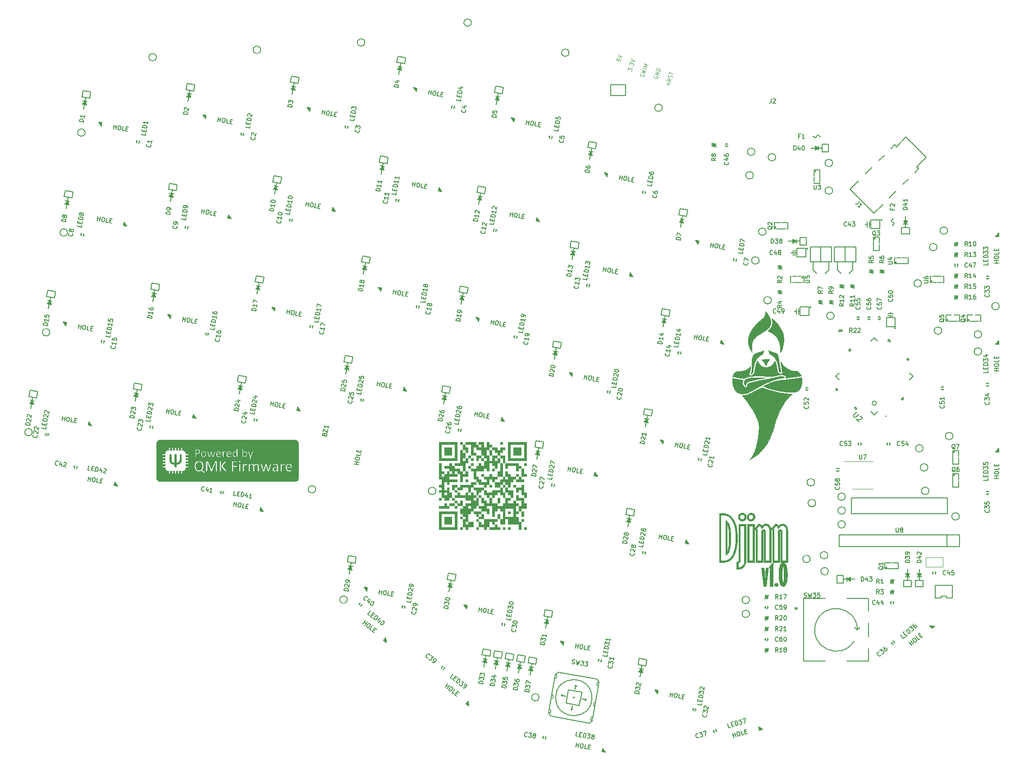
<source format=gbr>
G04 #@! TF.GenerationSoftware,KiCad,Pcbnew,(5.1.7)-1*
G04 #@! TF.CreationDate,2020-10-07T08:34:40+11:00*
G04 #@! TF.ProjectId,Djinn,446a696e-6e2e-46b6-9963-61645f706362,rev?*
G04 #@! TF.SameCoordinates,Original*
G04 #@! TF.FileFunction,Legend,Top*
G04 #@! TF.FilePolarity,Positive*
%FSLAX46Y46*%
G04 Gerber Fmt 4.6, Leading zero omitted, Abs format (unit mm)*
G04 Created by KiCad (PCBNEW (5.1.7)-1) date 2020-10-07 08:34:40*
%MOMM*%
%LPD*%
G01*
G04 APERTURE LIST*
%ADD10C,0.160000*%
%ADD11C,0.010000*%
%ADD12C,0.120000*%
%ADD13C,0.152400*%
%ADD14C,0.150000*%
%ADD15C,0.100000*%
%ADD16C,7.000000*%
%ADD17O,0.820000X1.800000*%
%ADD18C,2.000000*%
%ADD19R,3.200000X2.000000*%
%ADD20C,1.200000*%
%ADD21C,3.300000*%
%ADD22C,1.600000*%
%ADD23O,0.650000X1.060000*%
%ADD24O,1.000000X2.100000*%
%ADD25O,1.000000X1.600000*%
%ADD26R,0.570000X2.450000*%
%ADD27R,0.300000X2.450000*%
%ADD28C,0.650000*%
%ADD29O,1.060000X0.650000*%
%ADD30C,1.500000*%
%ADD31C,1.750000*%
%ADD32C,3.987800*%
%ADD33C,1.800000*%
G04 APERTURE END LIST*
D10*
G36*
X119539531Y-118704253D02*
G01*
X118928825Y-118878217D01*
X118754861Y-118267511D01*
X119539531Y-118704253D01*
G37*
X119539531Y-118704253D02*
X118928825Y-118878217D01*
X118754861Y-118267511D01*
X119539531Y-118704253D01*
G36*
X151891627Y-99326761D02*
G01*
X151405189Y-99734931D01*
X150997018Y-99248493D01*
X151891627Y-99326761D01*
G37*
X151891627Y-99326761D02*
X151405189Y-99734931D01*
X150997018Y-99248493D01*
X151891627Y-99326761D01*
G36*
X-1634590Y-73003032D02*
G01*
X-2259943Y-72892765D01*
X-2149676Y-72267413D01*
X-1634590Y-73003032D01*
G37*
X-1634590Y-73003032D02*
X-2259943Y-72892765D01*
X-2149676Y-72267413D01*
X-1634590Y-73003032D01*
G36*
X25749900Y-77765553D02*
G01*
X25124547Y-77655286D01*
X25234814Y-77029934D01*
X25749900Y-77765553D01*
G37*
X25749900Y-77765553D02*
X25124547Y-77655286D01*
X25234814Y-77029934D01*
X25749900Y-77765553D01*
G36*
X48881138Y-102371116D02*
G01*
X48380752Y-101980171D01*
X48771697Y-101479784D01*
X48881138Y-102371116D01*
G37*
X48881138Y-102371116D02*
X48380752Y-101980171D01*
X48771697Y-101479784D01*
X48881138Y-102371116D01*
G36*
X64359327Y-114277416D02*
G01*
X63858941Y-113886471D01*
X64249886Y-113386084D01*
X64359327Y-114277416D01*
G37*
X64359327Y-114277416D02*
X63858941Y-113886471D01*
X64249886Y-113386084D01*
X64359327Y-114277416D01*
G36*
X90043920Y-123009491D02*
G01*
X89418567Y-122899224D01*
X89528834Y-122273872D01*
X90043920Y-123009491D01*
G37*
X90043920Y-123009491D02*
X89418567Y-122899224D01*
X89528834Y-122273872D01*
X90043920Y-123009491D01*
G36*
X163925940Y-65929170D02*
G01*
X163925940Y-66564170D01*
X163290940Y-66564170D01*
X163925940Y-65929170D01*
G37*
X163925940Y-65929170D02*
X163925940Y-66564170D01*
X163290940Y-66564170D01*
X163925940Y-65929170D01*
G36*
X163925940Y-45688460D02*
G01*
X163925940Y-46323460D01*
X163290940Y-46323460D01*
X163925940Y-45688460D01*
G37*
X163925940Y-45688460D02*
X163925940Y-46323460D01*
X163290940Y-46323460D01*
X163925940Y-45688460D01*
G36*
X163925939Y-25447750D02*
G01*
X163925939Y-26082750D01*
X163290939Y-26082750D01*
X163925939Y-25447750D01*
G37*
X163925939Y-25447750D02*
X163925939Y-26082750D01*
X163290939Y-26082750D01*
X163925939Y-25447750D01*
D11*
G36*
X119450303Y-54484560D02*
G01*
X119492466Y-54500229D01*
X119530928Y-54514483D01*
X119566425Y-54527592D01*
X119599696Y-54539825D01*
X119631478Y-54551452D01*
X119662508Y-54562742D01*
X119693523Y-54573965D01*
X119725261Y-54585390D01*
X119758460Y-54597287D01*
X119769747Y-54601322D01*
X119873706Y-54638115D01*
X119981254Y-54675514D01*
X120091330Y-54713166D01*
X120202874Y-54750716D01*
X120314826Y-54787810D01*
X120426125Y-54824095D01*
X120535711Y-54859217D01*
X120642523Y-54892822D01*
X120654000Y-54896393D01*
X120875550Y-54964023D01*
X121095222Y-55028628D01*
X121312920Y-55090188D01*
X121528552Y-55148683D01*
X121742024Y-55204095D01*
X121953243Y-55256403D01*
X122162116Y-55305587D01*
X122368549Y-55351629D01*
X122572448Y-55394508D01*
X122773721Y-55434206D01*
X122972274Y-55470701D01*
X123168014Y-55503975D01*
X123360846Y-55534008D01*
X123550679Y-55560780D01*
X123737418Y-55584272D01*
X123920970Y-55604464D01*
X124101242Y-55621336D01*
X124103177Y-55621501D01*
X124250214Y-55632949D01*
X124394110Y-55642012D01*
X124535811Y-55648725D01*
X124676261Y-55653121D01*
X124816407Y-55655235D01*
X124957193Y-55655100D01*
X125016867Y-55654379D01*
X125041668Y-55654013D01*
X125065058Y-55653693D01*
X125086603Y-55653425D01*
X125105872Y-55653213D01*
X125122432Y-55653059D01*
X125135849Y-55652970D01*
X125145692Y-55652947D01*
X125151528Y-55652997D01*
X125153002Y-55653078D01*
X125151897Y-55654656D01*
X125147506Y-55658622D01*
X125140360Y-55664539D01*
X125130988Y-55671970D01*
X125119922Y-55680479D01*
X125117630Y-55682214D01*
X125034106Y-55746950D01*
X124949439Y-55815939D01*
X124863913Y-55888908D01*
X124777815Y-55965582D01*
X124691428Y-56045687D01*
X124605040Y-56128949D01*
X124518934Y-56215095D01*
X124433397Y-56303849D01*
X124348715Y-56394939D01*
X124265171Y-56488089D01*
X124199231Y-56564047D01*
X124087086Y-56698221D01*
X123976391Y-56836869D01*
X123867180Y-56979933D01*
X123759489Y-57127354D01*
X123653354Y-57279075D01*
X123548810Y-57435037D01*
X123445892Y-57595182D01*
X123344637Y-57759451D01*
X123245078Y-57927786D01*
X123147253Y-58100130D01*
X123051197Y-58276423D01*
X122956944Y-58456608D01*
X122864531Y-58640626D01*
X122773992Y-58828419D01*
X122685364Y-59019928D01*
X122634868Y-59132642D01*
X122555479Y-59315202D01*
X122478029Y-59499857D01*
X122402451Y-59686806D01*
X122328676Y-59876250D01*
X122256635Y-60068388D01*
X122186260Y-60263421D01*
X122117482Y-60461547D01*
X122050233Y-60662967D01*
X121984445Y-60867880D01*
X121920049Y-61076487D01*
X121856977Y-61288986D01*
X121795159Y-61505578D01*
X121734528Y-61726463D01*
X121694921Y-61875486D01*
X121679994Y-61932181D01*
X121666023Y-61984828D01*
X121652848Y-62033994D01*
X121640313Y-62080247D01*
X121628259Y-62124153D01*
X121616528Y-62166280D01*
X121604963Y-62207196D01*
X121593404Y-62247466D01*
X121581695Y-62287659D01*
X121569676Y-62328342D01*
X121557191Y-62370081D01*
X121556372Y-62372803D01*
X121491391Y-62581831D01*
X121423285Y-62787491D01*
X121351940Y-62990085D01*
X121277241Y-63189918D01*
X121199072Y-63387292D01*
X121117318Y-63582512D01*
X121031866Y-63775880D01*
X120991364Y-63864119D01*
X120956751Y-63937699D01*
X120919987Y-64014072D01*
X120881629Y-64092127D01*
X120842235Y-64170759D01*
X120802361Y-64248859D01*
X120762565Y-64325320D01*
X120723404Y-64399034D01*
X120706835Y-64429729D01*
X120605646Y-64611598D01*
X120501032Y-64790545D01*
X120393050Y-64966498D01*
X120281755Y-65139387D01*
X120167202Y-65309144D01*
X120049449Y-65475697D01*
X119928550Y-65638976D01*
X119804561Y-65798913D01*
X119677539Y-65955436D01*
X119547538Y-66108476D01*
X119414615Y-66257962D01*
X119278826Y-66403825D01*
X119140225Y-66545995D01*
X118998870Y-66684402D01*
X118854816Y-66818975D01*
X118708119Y-66949645D01*
X118676271Y-66977195D01*
X118554209Y-67080163D01*
X118430973Y-67180022D01*
X118306793Y-67276614D01*
X118181898Y-67369779D01*
X118056517Y-67459361D01*
X117930881Y-67545202D01*
X117805217Y-67627143D01*
X117679756Y-67705027D01*
X117554726Y-67778695D01*
X117430357Y-67847990D01*
X117350813Y-67890180D01*
X117331513Y-67900103D01*
X117310511Y-67910711D01*
X117288304Y-67921766D01*
X117265391Y-67933031D01*
X117242270Y-67944270D01*
X117219439Y-67955246D01*
X117197397Y-67965721D01*
X117176642Y-67975459D01*
X117157672Y-67984223D01*
X117140986Y-67991776D01*
X117127082Y-67997881D01*
X117116458Y-68002300D01*
X117110000Y-68004678D01*
X117109095Y-68004137D01*
X117111546Y-68001068D01*
X117116979Y-67995882D01*
X117121940Y-67991565D01*
X117131512Y-67983071D01*
X117143680Y-67971672D01*
X117157847Y-67957974D01*
X117173415Y-67942584D01*
X117189786Y-67926108D01*
X117206362Y-67909154D01*
X117222545Y-67892327D01*
X117237738Y-67876235D01*
X117251341Y-67861483D01*
X117262493Y-67848982D01*
X117323632Y-67776195D01*
X117384174Y-67698793D01*
X117444072Y-67616875D01*
X117503276Y-67530543D01*
X117561737Y-67439896D01*
X117619408Y-67345036D01*
X117676238Y-67246063D01*
X117732180Y-67143077D01*
X117787184Y-67036179D01*
X117841202Y-66925469D01*
X117894184Y-66811048D01*
X117946083Y-66693016D01*
X117996849Y-66571473D01*
X118046434Y-66446521D01*
X118094788Y-66318259D01*
X118141864Y-66186788D01*
X118187611Y-66052209D01*
X118231982Y-65914622D01*
X118274927Y-65774127D01*
X118282545Y-65748392D01*
X118334147Y-65567360D01*
X118383521Y-65382211D01*
X118430669Y-65192939D01*
X118475592Y-64999539D01*
X118518290Y-64802006D01*
X118558765Y-64600332D01*
X118597018Y-64394513D01*
X118633049Y-64184542D01*
X118666860Y-63970414D01*
X118698452Y-63752122D01*
X118727825Y-63529662D01*
X118754981Y-63303026D01*
X118779920Y-63072210D01*
X118802644Y-62837207D01*
X118823154Y-62598011D01*
X118829661Y-62515233D01*
X118833419Y-62465304D01*
X118837355Y-62411060D01*
X118841472Y-62352421D01*
X118845778Y-62289304D01*
X118850278Y-62221627D01*
X118854977Y-62149310D01*
X118856173Y-62130673D01*
X118858444Y-62086501D01*
X118859892Y-62038626D01*
X118860530Y-61988017D01*
X118860370Y-61935645D01*
X118859423Y-61882479D01*
X118857703Y-61829490D01*
X118855221Y-61777647D01*
X118851990Y-61727921D01*
X118850917Y-61714065D01*
X118839701Y-61599035D01*
X118824381Y-61481652D01*
X118804964Y-61361933D01*
X118781458Y-61239897D01*
X118753872Y-61115563D01*
X118722214Y-60988947D01*
X118686492Y-60860069D01*
X118646714Y-60728946D01*
X118602888Y-60595596D01*
X118555023Y-60460038D01*
X118503126Y-60322289D01*
X118447206Y-60182368D01*
X118387271Y-60040293D01*
X118323329Y-59896082D01*
X118255388Y-59749752D01*
X118183456Y-59601323D01*
X118107542Y-59450812D01*
X118027654Y-59298238D01*
X117943800Y-59143618D01*
X117855987Y-58986970D01*
X117764225Y-58828313D01*
X117668521Y-58667665D01*
X117568883Y-58505044D01*
X117465320Y-58340467D01*
X117357840Y-58173954D01*
X117246450Y-58005521D01*
X117131160Y-57835188D01*
X117050970Y-57718906D01*
X116949616Y-57574406D01*
X116844750Y-57427607D01*
X116736722Y-57278968D01*
X116625884Y-57128949D01*
X116512588Y-56978009D01*
X116397184Y-56826607D01*
X116280024Y-56675203D01*
X116161459Y-56524255D01*
X116041841Y-56374225D01*
X115921521Y-56225570D01*
X115800850Y-56078750D01*
X115746449Y-56013308D01*
X115703870Y-55962271D01*
X115716678Y-55961712D01*
X115722290Y-55961491D01*
X115731928Y-55961136D01*
X115744874Y-55960674D01*
X115760409Y-55960129D01*
X115777814Y-55959528D01*
X115796371Y-55958894D01*
X115801888Y-55958707D01*
X115901354Y-55953716D01*
X116000180Y-55945436D01*
X116099219Y-55933764D01*
X116199324Y-55918596D01*
X116301347Y-55899830D01*
X116322438Y-55895557D01*
X116393948Y-55879839D01*
X116466771Y-55861805D01*
X116541056Y-55841397D01*
X116616953Y-55818553D01*
X116694612Y-55793212D01*
X116774183Y-55765316D01*
X116855815Y-55734803D01*
X116939659Y-55701612D01*
X117025865Y-55665685D01*
X117114582Y-55626959D01*
X117205960Y-55585376D01*
X117300149Y-55540874D01*
X117397300Y-55493393D01*
X117497561Y-55442872D01*
X117601083Y-55389253D01*
X117670093Y-55352761D01*
X117711158Y-55330806D01*
X117752401Y-55308604D01*
X117794093Y-55286001D01*
X117836507Y-55262848D01*
X117879912Y-55238990D01*
X117924581Y-55214277D01*
X117970784Y-55188557D01*
X118018793Y-55161677D01*
X118068880Y-55133485D01*
X118121314Y-55103829D01*
X118176369Y-55072557D01*
X118234314Y-55039518D01*
X118295421Y-55004558D01*
X118359962Y-54967527D01*
X118428208Y-54928272D01*
X118454645Y-54913042D01*
X118476544Y-54900437D01*
X118497530Y-54888387D01*
X118517185Y-54877130D01*
X118535088Y-54866906D01*
X118550823Y-54857951D01*
X118563971Y-54850505D01*
X118574112Y-54844806D01*
X118580829Y-54841092D01*
X118583135Y-54839868D01*
X118588828Y-54837228D01*
X118598135Y-54833181D01*
X118610256Y-54828065D01*
X118624390Y-54822215D01*
X118639733Y-54815967D01*
X118648415Y-54812477D01*
X118699589Y-54791850D01*
X118754391Y-54769483D01*
X118812158Y-54745657D01*
X118872224Y-54720657D01*
X118933923Y-54694765D01*
X118996591Y-54668266D01*
X119059562Y-54641441D01*
X119122172Y-54614574D01*
X119183754Y-54587948D01*
X119243644Y-54561847D01*
X119301176Y-54536554D01*
X119355686Y-54512351D01*
X119398079Y-54493329D01*
X119432336Y-54477875D01*
X119450303Y-54484560D01*
G37*
X119450303Y-54484560D02*
X119492466Y-54500229D01*
X119530928Y-54514483D01*
X119566425Y-54527592D01*
X119599696Y-54539825D01*
X119631478Y-54551452D01*
X119662508Y-54562742D01*
X119693523Y-54573965D01*
X119725261Y-54585390D01*
X119758460Y-54597287D01*
X119769747Y-54601322D01*
X119873706Y-54638115D01*
X119981254Y-54675514D01*
X120091330Y-54713166D01*
X120202874Y-54750716D01*
X120314826Y-54787810D01*
X120426125Y-54824095D01*
X120535711Y-54859217D01*
X120642523Y-54892822D01*
X120654000Y-54896393D01*
X120875550Y-54964023D01*
X121095222Y-55028628D01*
X121312920Y-55090188D01*
X121528552Y-55148683D01*
X121742024Y-55204095D01*
X121953243Y-55256403D01*
X122162116Y-55305587D01*
X122368549Y-55351629D01*
X122572448Y-55394508D01*
X122773721Y-55434206D01*
X122972274Y-55470701D01*
X123168014Y-55503975D01*
X123360846Y-55534008D01*
X123550679Y-55560780D01*
X123737418Y-55584272D01*
X123920970Y-55604464D01*
X124101242Y-55621336D01*
X124103177Y-55621501D01*
X124250214Y-55632949D01*
X124394110Y-55642012D01*
X124535811Y-55648725D01*
X124676261Y-55653121D01*
X124816407Y-55655235D01*
X124957193Y-55655100D01*
X125016867Y-55654379D01*
X125041668Y-55654013D01*
X125065058Y-55653693D01*
X125086603Y-55653425D01*
X125105872Y-55653213D01*
X125122432Y-55653059D01*
X125135849Y-55652970D01*
X125145692Y-55652947D01*
X125151528Y-55652997D01*
X125153002Y-55653078D01*
X125151897Y-55654656D01*
X125147506Y-55658622D01*
X125140360Y-55664539D01*
X125130988Y-55671970D01*
X125119922Y-55680479D01*
X125117630Y-55682214D01*
X125034106Y-55746950D01*
X124949439Y-55815939D01*
X124863913Y-55888908D01*
X124777815Y-55965582D01*
X124691428Y-56045687D01*
X124605040Y-56128949D01*
X124518934Y-56215095D01*
X124433397Y-56303849D01*
X124348715Y-56394939D01*
X124265171Y-56488089D01*
X124199231Y-56564047D01*
X124087086Y-56698221D01*
X123976391Y-56836869D01*
X123867180Y-56979933D01*
X123759489Y-57127354D01*
X123653354Y-57279075D01*
X123548810Y-57435037D01*
X123445892Y-57595182D01*
X123344637Y-57759451D01*
X123245078Y-57927786D01*
X123147253Y-58100130D01*
X123051197Y-58276423D01*
X122956944Y-58456608D01*
X122864531Y-58640626D01*
X122773992Y-58828419D01*
X122685364Y-59019928D01*
X122634868Y-59132642D01*
X122555479Y-59315202D01*
X122478029Y-59499857D01*
X122402451Y-59686806D01*
X122328676Y-59876250D01*
X122256635Y-60068388D01*
X122186260Y-60263421D01*
X122117482Y-60461547D01*
X122050233Y-60662967D01*
X121984445Y-60867880D01*
X121920049Y-61076487D01*
X121856977Y-61288986D01*
X121795159Y-61505578D01*
X121734528Y-61726463D01*
X121694921Y-61875486D01*
X121679994Y-61932181D01*
X121666023Y-61984828D01*
X121652848Y-62033994D01*
X121640313Y-62080247D01*
X121628259Y-62124153D01*
X121616528Y-62166280D01*
X121604963Y-62207196D01*
X121593404Y-62247466D01*
X121581695Y-62287659D01*
X121569676Y-62328342D01*
X121557191Y-62370081D01*
X121556372Y-62372803D01*
X121491391Y-62581831D01*
X121423285Y-62787491D01*
X121351940Y-62990085D01*
X121277241Y-63189918D01*
X121199072Y-63387292D01*
X121117318Y-63582512D01*
X121031866Y-63775880D01*
X120991364Y-63864119D01*
X120956751Y-63937699D01*
X120919987Y-64014072D01*
X120881629Y-64092127D01*
X120842235Y-64170759D01*
X120802361Y-64248859D01*
X120762565Y-64325320D01*
X120723404Y-64399034D01*
X120706835Y-64429729D01*
X120605646Y-64611598D01*
X120501032Y-64790545D01*
X120393050Y-64966498D01*
X120281755Y-65139387D01*
X120167202Y-65309144D01*
X120049449Y-65475697D01*
X119928550Y-65638976D01*
X119804561Y-65798913D01*
X119677539Y-65955436D01*
X119547538Y-66108476D01*
X119414615Y-66257962D01*
X119278826Y-66403825D01*
X119140225Y-66545995D01*
X118998870Y-66684402D01*
X118854816Y-66818975D01*
X118708119Y-66949645D01*
X118676271Y-66977195D01*
X118554209Y-67080163D01*
X118430973Y-67180022D01*
X118306793Y-67276614D01*
X118181898Y-67369779D01*
X118056517Y-67459361D01*
X117930881Y-67545202D01*
X117805217Y-67627143D01*
X117679756Y-67705027D01*
X117554726Y-67778695D01*
X117430357Y-67847990D01*
X117350813Y-67890180D01*
X117331513Y-67900103D01*
X117310511Y-67910711D01*
X117288304Y-67921766D01*
X117265391Y-67933031D01*
X117242270Y-67944270D01*
X117219439Y-67955246D01*
X117197397Y-67965721D01*
X117176642Y-67975459D01*
X117157672Y-67984223D01*
X117140986Y-67991776D01*
X117127082Y-67997881D01*
X117116458Y-68002300D01*
X117110000Y-68004678D01*
X117109095Y-68004137D01*
X117111546Y-68001068D01*
X117116979Y-67995882D01*
X117121940Y-67991565D01*
X117131512Y-67983071D01*
X117143680Y-67971672D01*
X117157847Y-67957974D01*
X117173415Y-67942584D01*
X117189786Y-67926108D01*
X117206362Y-67909154D01*
X117222545Y-67892327D01*
X117237738Y-67876235D01*
X117251341Y-67861483D01*
X117262493Y-67848982D01*
X117323632Y-67776195D01*
X117384174Y-67698793D01*
X117444072Y-67616875D01*
X117503276Y-67530543D01*
X117561737Y-67439896D01*
X117619408Y-67345036D01*
X117676238Y-67246063D01*
X117732180Y-67143077D01*
X117787184Y-67036179D01*
X117841202Y-66925469D01*
X117894184Y-66811048D01*
X117946083Y-66693016D01*
X117996849Y-66571473D01*
X118046434Y-66446521D01*
X118094788Y-66318259D01*
X118141864Y-66186788D01*
X118187611Y-66052209D01*
X118231982Y-65914622D01*
X118274927Y-65774127D01*
X118282545Y-65748392D01*
X118334147Y-65567360D01*
X118383521Y-65382211D01*
X118430669Y-65192939D01*
X118475592Y-64999539D01*
X118518290Y-64802006D01*
X118558765Y-64600332D01*
X118597018Y-64394513D01*
X118633049Y-64184542D01*
X118666860Y-63970414D01*
X118698452Y-63752122D01*
X118727825Y-63529662D01*
X118754981Y-63303026D01*
X118779920Y-63072210D01*
X118802644Y-62837207D01*
X118823154Y-62598011D01*
X118829661Y-62515233D01*
X118833419Y-62465304D01*
X118837355Y-62411060D01*
X118841472Y-62352421D01*
X118845778Y-62289304D01*
X118850278Y-62221627D01*
X118854977Y-62149310D01*
X118856173Y-62130673D01*
X118858444Y-62086501D01*
X118859892Y-62038626D01*
X118860530Y-61988017D01*
X118860370Y-61935645D01*
X118859423Y-61882479D01*
X118857703Y-61829490D01*
X118855221Y-61777647D01*
X118851990Y-61727921D01*
X118850917Y-61714065D01*
X118839701Y-61599035D01*
X118824381Y-61481652D01*
X118804964Y-61361933D01*
X118781458Y-61239897D01*
X118753872Y-61115563D01*
X118722214Y-60988947D01*
X118686492Y-60860069D01*
X118646714Y-60728946D01*
X118602888Y-60595596D01*
X118555023Y-60460038D01*
X118503126Y-60322289D01*
X118447206Y-60182368D01*
X118387271Y-60040293D01*
X118323329Y-59896082D01*
X118255388Y-59749752D01*
X118183456Y-59601323D01*
X118107542Y-59450812D01*
X118027654Y-59298238D01*
X117943800Y-59143618D01*
X117855987Y-58986970D01*
X117764225Y-58828313D01*
X117668521Y-58667665D01*
X117568883Y-58505044D01*
X117465320Y-58340467D01*
X117357840Y-58173954D01*
X117246450Y-58005521D01*
X117131160Y-57835188D01*
X117050970Y-57718906D01*
X116949616Y-57574406D01*
X116844750Y-57427607D01*
X116736722Y-57278968D01*
X116625884Y-57128949D01*
X116512588Y-56978009D01*
X116397184Y-56826607D01*
X116280024Y-56675203D01*
X116161459Y-56524255D01*
X116041841Y-56374225D01*
X115921521Y-56225570D01*
X115800850Y-56078750D01*
X115746449Y-56013308D01*
X115703870Y-55962271D01*
X115716678Y-55961712D01*
X115722290Y-55961491D01*
X115731928Y-55961136D01*
X115744874Y-55960674D01*
X115760409Y-55960129D01*
X115777814Y-55959528D01*
X115796371Y-55958894D01*
X115801888Y-55958707D01*
X115901354Y-55953716D01*
X116000180Y-55945436D01*
X116099219Y-55933764D01*
X116199324Y-55918596D01*
X116301347Y-55899830D01*
X116322438Y-55895557D01*
X116393948Y-55879839D01*
X116466771Y-55861805D01*
X116541056Y-55841397D01*
X116616953Y-55818553D01*
X116694612Y-55793212D01*
X116774183Y-55765316D01*
X116855815Y-55734803D01*
X116939659Y-55701612D01*
X117025865Y-55665685D01*
X117114582Y-55626959D01*
X117205960Y-55585376D01*
X117300149Y-55540874D01*
X117397300Y-55493393D01*
X117497561Y-55442872D01*
X117601083Y-55389253D01*
X117670093Y-55352761D01*
X117711158Y-55330806D01*
X117752401Y-55308604D01*
X117794093Y-55286001D01*
X117836507Y-55262848D01*
X117879912Y-55238990D01*
X117924581Y-55214277D01*
X117970784Y-55188557D01*
X118018793Y-55161677D01*
X118068880Y-55133485D01*
X118121314Y-55103829D01*
X118176369Y-55072557D01*
X118234314Y-55039518D01*
X118295421Y-55004558D01*
X118359962Y-54967527D01*
X118428208Y-54928272D01*
X118454645Y-54913042D01*
X118476544Y-54900437D01*
X118497530Y-54888387D01*
X118517185Y-54877130D01*
X118535088Y-54866906D01*
X118550823Y-54857951D01*
X118563971Y-54850505D01*
X118574112Y-54844806D01*
X118580829Y-54841092D01*
X118583135Y-54839868D01*
X118588828Y-54837228D01*
X118598135Y-54833181D01*
X118610256Y-54828065D01*
X118624390Y-54822215D01*
X118639733Y-54815967D01*
X118648415Y-54812477D01*
X118699589Y-54791850D01*
X118754391Y-54769483D01*
X118812158Y-54745657D01*
X118872224Y-54720657D01*
X118933923Y-54694765D01*
X118996591Y-54668266D01*
X119059562Y-54641441D01*
X119122172Y-54614574D01*
X119183754Y-54587948D01*
X119243644Y-54561847D01*
X119301176Y-54536554D01*
X119355686Y-54512351D01*
X119398079Y-54493329D01*
X119432336Y-54477875D01*
X119450303Y-54484560D01*
G36*
X123146717Y-52366262D02*
G01*
X123173644Y-52366771D01*
X123198389Y-52367620D01*
X123220093Y-52368809D01*
X123237437Y-52370289D01*
X123292057Y-52377715D01*
X123342856Y-52387860D01*
X123389952Y-52400790D01*
X123433460Y-52416570D01*
X123473496Y-52435265D01*
X123510177Y-52456940D01*
X123543617Y-52481660D01*
X123573933Y-52509489D01*
X123601242Y-52540493D01*
X123625658Y-52574737D01*
X123637519Y-52594314D01*
X123642131Y-52602666D01*
X123647347Y-52612570D01*
X123652707Y-52623094D01*
X123657750Y-52633301D01*
X123662014Y-52642257D01*
X123665041Y-52649029D01*
X123666368Y-52652681D01*
X123666392Y-52652899D01*
X123664118Y-52653124D01*
X123657689Y-52653429D01*
X123647699Y-52653794D01*
X123634740Y-52654201D01*
X123619404Y-52654628D01*
X123602284Y-52655057D01*
X123598145Y-52655154D01*
X123507709Y-52658533D01*
X123413507Y-52664550D01*
X123315702Y-52673178D01*
X123214455Y-52684387D01*
X123109928Y-52698151D01*
X123002285Y-52714441D01*
X122891686Y-52733229D01*
X122778295Y-52754488D01*
X122662274Y-52778188D01*
X122543784Y-52804303D01*
X122422989Y-52832804D01*
X122300049Y-52863663D01*
X122175129Y-52896852D01*
X122136458Y-52907490D01*
X121978854Y-52952674D01*
X121818631Y-53001533D01*
X121656044Y-53053961D01*
X121491348Y-53109854D01*
X121324800Y-53169108D01*
X121156654Y-53231618D01*
X120987165Y-53297279D01*
X120816589Y-53365987D01*
X120645181Y-53437637D01*
X120473196Y-53512125D01*
X120300890Y-53589346D01*
X120128518Y-53669195D01*
X119956335Y-53751569D01*
X119784597Y-53836362D01*
X119613559Y-53923470D01*
X119463523Y-54002118D01*
X119423593Y-54023382D01*
X119384111Y-54044509D01*
X119344848Y-54065629D01*
X119305571Y-54086872D01*
X119266049Y-54108368D01*
X119226052Y-54130246D01*
X119185348Y-54152636D01*
X119143706Y-54175667D01*
X119100896Y-54199470D01*
X119056685Y-54224173D01*
X119010843Y-54249907D01*
X118963139Y-54276801D01*
X118913341Y-54304985D01*
X118861219Y-54334588D01*
X118806541Y-54365739D01*
X118749076Y-54398570D01*
X118688593Y-54433209D01*
X118624861Y-54469785D01*
X118557649Y-54508430D01*
X118486725Y-54549271D01*
X118439215Y-54576660D01*
X118364238Y-54619874D01*
X118293160Y-54660784D01*
X118225788Y-54699499D01*
X118161928Y-54736124D01*
X118101388Y-54770767D01*
X118043976Y-54803533D01*
X117989499Y-54834531D01*
X117937763Y-54863866D01*
X117888577Y-54891645D01*
X117841748Y-54917975D01*
X117797083Y-54942962D01*
X117754389Y-54966713D01*
X117713474Y-54989336D01*
X117674145Y-55010935D01*
X117636209Y-55031620D01*
X117599474Y-55051495D01*
X117563746Y-55070667D01*
X117528834Y-55089244D01*
X117494545Y-55107332D01*
X117460685Y-55125038D01*
X117427063Y-55142468D01*
X117393485Y-55159729D01*
X117359759Y-55176928D01*
X117325693Y-55194172D01*
X117306897Y-55203635D01*
X117224658Y-55244510D01*
X117145903Y-55282709D01*
X117070296Y-55318373D01*
X116997500Y-55351647D01*
X116927182Y-55382674D01*
X116859006Y-55411598D01*
X116792636Y-55438563D01*
X116727736Y-55463713D01*
X116663973Y-55487190D01*
X116601009Y-55509139D01*
X116567448Y-55520333D01*
X116457703Y-55553950D01*
X116346833Y-55583137D01*
X116235129Y-55607839D01*
X116122878Y-55627998D01*
X116010371Y-55643559D01*
X115897896Y-55654468D01*
X115858513Y-55657181D01*
X115838582Y-55658207D01*
X115815262Y-55659076D01*
X115789540Y-55659776D01*
X115762401Y-55660296D01*
X115734830Y-55660625D01*
X115707812Y-55660752D01*
X115682333Y-55660667D01*
X115659377Y-55660359D01*
X115639930Y-55659816D01*
X115635719Y-55659642D01*
X115543071Y-55653413D01*
X115452891Y-55643131D01*
X115365173Y-55628790D01*
X115279909Y-55610389D01*
X115197091Y-55587922D01*
X115116711Y-55561387D01*
X115038762Y-55530779D01*
X114963236Y-55496095D01*
X114890124Y-55457331D01*
X114819420Y-55414483D01*
X114751115Y-55367549D01*
X114685201Y-55316523D01*
X114621672Y-55261402D01*
X114560519Y-55202184D01*
X114501734Y-55138863D01*
X114472297Y-55104549D01*
X114417154Y-55035028D01*
X114364550Y-54961540D01*
X114314501Y-54884141D01*
X114267025Y-54802888D01*
X114222141Y-54717839D01*
X114179866Y-54629049D01*
X114140219Y-54536576D01*
X114103217Y-54440475D01*
X114068878Y-54340805D01*
X114037221Y-54237621D01*
X114008263Y-54130981D01*
X113982021Y-54020940D01*
X113958515Y-53907556D01*
X113937762Y-53790886D01*
X113919779Y-53670985D01*
X113904586Y-53547912D01*
X113892199Y-53421722D01*
X113882637Y-53292472D01*
X113879065Y-53229539D01*
X113877555Y-53195853D01*
X113876263Y-53158442D01*
X113875204Y-53118325D01*
X113874389Y-53076523D01*
X113873832Y-53034053D01*
X113873548Y-52991935D01*
X113873548Y-52951187D01*
X113873846Y-52912829D01*
X113874455Y-52877879D01*
X113874477Y-52876946D01*
X113875224Y-52847826D01*
X113876030Y-52820692D01*
X113876877Y-52795883D01*
X113877752Y-52773737D01*
X113878637Y-52754594D01*
X113879517Y-52738791D01*
X113880375Y-52726668D01*
X113881197Y-52718562D01*
X113881967Y-52714812D01*
X113882080Y-52714642D01*
X113884567Y-52714882D01*
X113891064Y-52716072D01*
X113900959Y-52718084D01*
X113913637Y-52720789D01*
X113928487Y-52724060D01*
X113944584Y-52727697D01*
X114081714Y-52758383D01*
X114222194Y-52788531D01*
X114364924Y-52817930D01*
X114508801Y-52846364D01*
X114652724Y-52873621D01*
X114795591Y-52899488D01*
X114936302Y-52923750D01*
X115066000Y-52944964D01*
X115128565Y-52954830D01*
X115188740Y-52964142D01*
X115247123Y-52972980D01*
X115304313Y-52981426D01*
X115360908Y-52989560D01*
X115417508Y-52997465D01*
X115474712Y-53005221D01*
X115533118Y-53012911D01*
X115593325Y-53020614D01*
X115655931Y-53028413D01*
X115721537Y-53036389D01*
X115790740Y-53044623D01*
X115855892Y-53052240D01*
X115862844Y-53053257D01*
X115867368Y-53054321D01*
X115868355Y-53054912D01*
X115867248Y-53057359D01*
X115864262Y-53062984D01*
X115859898Y-53070861D01*
X115856348Y-53077119D01*
X115833033Y-53121173D01*
X115811430Y-53168577D01*
X115792002Y-53218101D01*
X115775213Y-53268513D01*
X115761523Y-53318583D01*
X115755568Y-53345121D01*
X115749856Y-53374723D01*
X115745394Y-53402479D01*
X115742089Y-53429494D01*
X115739849Y-53456873D01*
X115738582Y-53485720D01*
X115738195Y-53517142D01*
X115738539Y-53549271D01*
X115739402Y-53580793D01*
X115740799Y-53608828D01*
X115742882Y-53634621D01*
X115745805Y-53659418D01*
X115749721Y-53684464D01*
X115754781Y-53711004D01*
X115761140Y-53740284D01*
X115762964Y-53748237D01*
X115779780Y-53811071D01*
X115801154Y-53874176D01*
X115826927Y-53937271D01*
X115856941Y-54000072D01*
X115891038Y-54062297D01*
X115929060Y-54123662D01*
X115970849Y-54183886D01*
X116016248Y-54242685D01*
X116065097Y-54299777D01*
X116080935Y-54317104D01*
X116104068Y-54341238D01*
X116125269Y-54361668D01*
X116144984Y-54378795D01*
X116163664Y-54393022D01*
X116171538Y-54398380D01*
X116203179Y-54416338D01*
X116236735Y-54430143D01*
X116271722Y-54439740D01*
X116307655Y-54445073D01*
X116344050Y-54446087D01*
X116380424Y-54442726D01*
X116416291Y-54434935D01*
X116435701Y-54428714D01*
X116469253Y-54414179D01*
X116500666Y-54395591D01*
X116529575Y-54373299D01*
X116555620Y-54347652D01*
X116578436Y-54318998D01*
X116597662Y-54287688D01*
X116610394Y-54260521D01*
X116616529Y-54244254D01*
X116621527Y-54228012D01*
X116625661Y-54210628D01*
X116629204Y-54190939D01*
X116632429Y-54167780D01*
X116632735Y-54165308D01*
X116639818Y-54115370D01*
X116648615Y-54066725D01*
X116659000Y-54019728D01*
X116670849Y-53974735D01*
X116684037Y-53932102D01*
X116698440Y-53892184D01*
X116713931Y-53855337D01*
X116730387Y-53821915D01*
X116747683Y-53792275D01*
X116765693Y-53766772D01*
X116777546Y-53752777D01*
X116785213Y-53744763D01*
X116792388Y-53738260D01*
X116800041Y-53732637D01*
X116809142Y-53727265D01*
X116820659Y-53721512D01*
X116835563Y-53714748D01*
X116836965Y-53714130D01*
X116877206Y-53697044D01*
X116921880Y-53679289D01*
X116970734Y-53660949D01*
X117023512Y-53642110D01*
X117079962Y-53622857D01*
X117139828Y-53603275D01*
X117202857Y-53583451D01*
X117268795Y-53563468D01*
X117337388Y-53543413D01*
X117387607Y-53529164D01*
X117401541Y-53525259D01*
X117414801Y-53521542D01*
X117426318Y-53518313D01*
X117435023Y-53515872D01*
X117438645Y-53514856D01*
X117496953Y-53498750D01*
X117559686Y-53481910D01*
X117626584Y-53464398D01*
X117697391Y-53446273D01*
X117771849Y-53427596D01*
X117849701Y-53408427D01*
X117930689Y-53388825D01*
X118014556Y-53368852D01*
X118101044Y-53348566D01*
X118189897Y-53328030D01*
X118280855Y-53307301D01*
X118373663Y-53286442D01*
X118468062Y-53265511D01*
X118563796Y-53244570D01*
X118660606Y-53223677D01*
X118758236Y-53202895D01*
X118856427Y-53182282D01*
X118902112Y-53172790D01*
X118958976Y-53161062D01*
X119017134Y-53149155D01*
X119076304Y-53137124D01*
X119136201Y-53125023D01*
X119196541Y-53112908D01*
X119257040Y-53100833D01*
X119317413Y-53088854D01*
X119377377Y-53077025D01*
X119436648Y-53065401D01*
X119494942Y-53054037D01*
X119551974Y-53042988D01*
X119607460Y-53032308D01*
X119661117Y-53022053D01*
X119712660Y-53012277D01*
X119761806Y-53003036D01*
X119808270Y-52994384D01*
X119851768Y-52986376D01*
X119892016Y-52979066D01*
X119928730Y-52972511D01*
X119961626Y-52966764D01*
X119990420Y-52961881D01*
X120013065Y-52958195D01*
X120082156Y-52947147D01*
X120150062Y-52936087D01*
X120217031Y-52924963D01*
X120283309Y-52913726D01*
X120349144Y-52902325D01*
X120414784Y-52890711D01*
X120480474Y-52878833D01*
X120546462Y-52866640D01*
X120612995Y-52854084D01*
X120680321Y-52841114D01*
X120748686Y-52827679D01*
X120818338Y-52813730D01*
X120889523Y-52799216D01*
X120962489Y-52784087D01*
X121037483Y-52768294D01*
X121114752Y-52751786D01*
X121194543Y-52734513D01*
X121277103Y-52716425D01*
X121362679Y-52697472D01*
X121451519Y-52677603D01*
X121543869Y-52656769D01*
X121639976Y-52634919D01*
X121740089Y-52612004D01*
X121844453Y-52587973D01*
X121887205Y-52578092D01*
X121969273Y-52559176D01*
X122046958Y-52541422D01*
X122120471Y-52524789D01*
X122190022Y-52509237D01*
X122255821Y-52494728D01*
X122318080Y-52481220D01*
X122377008Y-52468675D01*
X122432817Y-52457053D01*
X122485716Y-52446313D01*
X122535916Y-52436417D01*
X122583628Y-52427323D01*
X122629062Y-52418994D01*
X122672428Y-52411388D01*
X122713938Y-52404467D01*
X122753801Y-52398190D01*
X122792229Y-52392517D01*
X122829431Y-52387410D01*
X122865618Y-52382827D01*
X122901000Y-52378730D01*
X122935789Y-52375079D01*
X122970194Y-52371834D01*
X122987476Y-52370337D01*
X123009442Y-52368810D01*
X123034384Y-52367622D01*
X123061442Y-52366773D01*
X123089757Y-52366263D01*
X123118468Y-52366092D01*
X123146717Y-52366262D01*
G37*
X123146717Y-52366262D02*
X123173644Y-52366771D01*
X123198389Y-52367620D01*
X123220093Y-52368809D01*
X123237437Y-52370289D01*
X123292057Y-52377715D01*
X123342856Y-52387860D01*
X123389952Y-52400790D01*
X123433460Y-52416570D01*
X123473496Y-52435265D01*
X123510177Y-52456940D01*
X123543617Y-52481660D01*
X123573933Y-52509489D01*
X123601242Y-52540493D01*
X123625658Y-52574737D01*
X123637519Y-52594314D01*
X123642131Y-52602666D01*
X123647347Y-52612570D01*
X123652707Y-52623094D01*
X123657750Y-52633301D01*
X123662014Y-52642257D01*
X123665041Y-52649029D01*
X123666368Y-52652681D01*
X123666392Y-52652899D01*
X123664118Y-52653124D01*
X123657689Y-52653429D01*
X123647699Y-52653794D01*
X123634740Y-52654201D01*
X123619404Y-52654628D01*
X123602284Y-52655057D01*
X123598145Y-52655154D01*
X123507709Y-52658533D01*
X123413507Y-52664550D01*
X123315702Y-52673178D01*
X123214455Y-52684387D01*
X123109928Y-52698151D01*
X123002285Y-52714441D01*
X122891686Y-52733229D01*
X122778295Y-52754488D01*
X122662274Y-52778188D01*
X122543784Y-52804303D01*
X122422989Y-52832804D01*
X122300049Y-52863663D01*
X122175129Y-52896852D01*
X122136458Y-52907490D01*
X121978854Y-52952674D01*
X121818631Y-53001533D01*
X121656044Y-53053961D01*
X121491348Y-53109854D01*
X121324800Y-53169108D01*
X121156654Y-53231618D01*
X120987165Y-53297279D01*
X120816589Y-53365987D01*
X120645181Y-53437637D01*
X120473196Y-53512125D01*
X120300890Y-53589346D01*
X120128518Y-53669195D01*
X119956335Y-53751569D01*
X119784597Y-53836362D01*
X119613559Y-53923470D01*
X119463523Y-54002118D01*
X119423593Y-54023382D01*
X119384111Y-54044509D01*
X119344848Y-54065629D01*
X119305571Y-54086872D01*
X119266049Y-54108368D01*
X119226052Y-54130246D01*
X119185348Y-54152636D01*
X119143706Y-54175667D01*
X119100896Y-54199470D01*
X119056685Y-54224173D01*
X119010843Y-54249907D01*
X118963139Y-54276801D01*
X118913341Y-54304985D01*
X118861219Y-54334588D01*
X118806541Y-54365739D01*
X118749076Y-54398570D01*
X118688593Y-54433209D01*
X118624861Y-54469785D01*
X118557649Y-54508430D01*
X118486725Y-54549271D01*
X118439215Y-54576660D01*
X118364238Y-54619874D01*
X118293160Y-54660784D01*
X118225788Y-54699499D01*
X118161928Y-54736124D01*
X118101388Y-54770767D01*
X118043976Y-54803533D01*
X117989499Y-54834531D01*
X117937763Y-54863866D01*
X117888577Y-54891645D01*
X117841748Y-54917975D01*
X117797083Y-54942962D01*
X117754389Y-54966713D01*
X117713474Y-54989336D01*
X117674145Y-55010935D01*
X117636209Y-55031620D01*
X117599474Y-55051495D01*
X117563746Y-55070667D01*
X117528834Y-55089244D01*
X117494545Y-55107332D01*
X117460685Y-55125038D01*
X117427063Y-55142468D01*
X117393485Y-55159729D01*
X117359759Y-55176928D01*
X117325693Y-55194172D01*
X117306897Y-55203635D01*
X117224658Y-55244510D01*
X117145903Y-55282709D01*
X117070296Y-55318373D01*
X116997500Y-55351647D01*
X116927182Y-55382674D01*
X116859006Y-55411598D01*
X116792636Y-55438563D01*
X116727736Y-55463713D01*
X116663973Y-55487190D01*
X116601009Y-55509139D01*
X116567448Y-55520333D01*
X116457703Y-55553950D01*
X116346833Y-55583137D01*
X116235129Y-55607839D01*
X116122878Y-55627998D01*
X116010371Y-55643559D01*
X115897896Y-55654468D01*
X115858513Y-55657181D01*
X115838582Y-55658207D01*
X115815262Y-55659076D01*
X115789540Y-55659776D01*
X115762401Y-55660296D01*
X115734830Y-55660625D01*
X115707812Y-55660752D01*
X115682333Y-55660667D01*
X115659377Y-55660359D01*
X115639930Y-55659816D01*
X115635719Y-55659642D01*
X115543071Y-55653413D01*
X115452891Y-55643131D01*
X115365173Y-55628790D01*
X115279909Y-55610389D01*
X115197091Y-55587922D01*
X115116711Y-55561387D01*
X115038762Y-55530779D01*
X114963236Y-55496095D01*
X114890124Y-55457331D01*
X114819420Y-55414483D01*
X114751115Y-55367549D01*
X114685201Y-55316523D01*
X114621672Y-55261402D01*
X114560519Y-55202184D01*
X114501734Y-55138863D01*
X114472297Y-55104549D01*
X114417154Y-55035028D01*
X114364550Y-54961540D01*
X114314501Y-54884141D01*
X114267025Y-54802888D01*
X114222141Y-54717839D01*
X114179866Y-54629049D01*
X114140219Y-54536576D01*
X114103217Y-54440475D01*
X114068878Y-54340805D01*
X114037221Y-54237621D01*
X114008263Y-54130981D01*
X113982021Y-54020940D01*
X113958515Y-53907556D01*
X113937762Y-53790886D01*
X113919779Y-53670985D01*
X113904586Y-53547912D01*
X113892199Y-53421722D01*
X113882637Y-53292472D01*
X113879065Y-53229539D01*
X113877555Y-53195853D01*
X113876263Y-53158442D01*
X113875204Y-53118325D01*
X113874389Y-53076523D01*
X113873832Y-53034053D01*
X113873548Y-52991935D01*
X113873548Y-52951187D01*
X113873846Y-52912829D01*
X113874455Y-52877879D01*
X113874477Y-52876946D01*
X113875224Y-52847826D01*
X113876030Y-52820692D01*
X113876877Y-52795883D01*
X113877752Y-52773737D01*
X113878637Y-52754594D01*
X113879517Y-52738791D01*
X113880375Y-52726668D01*
X113881197Y-52718562D01*
X113881967Y-52714812D01*
X113882080Y-52714642D01*
X113884567Y-52714882D01*
X113891064Y-52716072D01*
X113900959Y-52718084D01*
X113913637Y-52720789D01*
X113928487Y-52724060D01*
X113944584Y-52727697D01*
X114081714Y-52758383D01*
X114222194Y-52788531D01*
X114364924Y-52817930D01*
X114508801Y-52846364D01*
X114652724Y-52873621D01*
X114795591Y-52899488D01*
X114936302Y-52923750D01*
X115066000Y-52944964D01*
X115128565Y-52954830D01*
X115188740Y-52964142D01*
X115247123Y-52972980D01*
X115304313Y-52981426D01*
X115360908Y-52989560D01*
X115417508Y-52997465D01*
X115474712Y-53005221D01*
X115533118Y-53012911D01*
X115593325Y-53020614D01*
X115655931Y-53028413D01*
X115721537Y-53036389D01*
X115790740Y-53044623D01*
X115855892Y-53052240D01*
X115862844Y-53053257D01*
X115867368Y-53054321D01*
X115868355Y-53054912D01*
X115867248Y-53057359D01*
X115864262Y-53062984D01*
X115859898Y-53070861D01*
X115856348Y-53077119D01*
X115833033Y-53121173D01*
X115811430Y-53168577D01*
X115792002Y-53218101D01*
X115775213Y-53268513D01*
X115761523Y-53318583D01*
X115755568Y-53345121D01*
X115749856Y-53374723D01*
X115745394Y-53402479D01*
X115742089Y-53429494D01*
X115739849Y-53456873D01*
X115738582Y-53485720D01*
X115738195Y-53517142D01*
X115738539Y-53549271D01*
X115739402Y-53580793D01*
X115740799Y-53608828D01*
X115742882Y-53634621D01*
X115745805Y-53659418D01*
X115749721Y-53684464D01*
X115754781Y-53711004D01*
X115761140Y-53740284D01*
X115762964Y-53748237D01*
X115779780Y-53811071D01*
X115801154Y-53874176D01*
X115826927Y-53937271D01*
X115856941Y-54000072D01*
X115891038Y-54062297D01*
X115929060Y-54123662D01*
X115970849Y-54183886D01*
X116016248Y-54242685D01*
X116065097Y-54299777D01*
X116080935Y-54317104D01*
X116104068Y-54341238D01*
X116125269Y-54361668D01*
X116144984Y-54378795D01*
X116163664Y-54393022D01*
X116171538Y-54398380D01*
X116203179Y-54416338D01*
X116236735Y-54430143D01*
X116271722Y-54439740D01*
X116307655Y-54445073D01*
X116344050Y-54446087D01*
X116380424Y-54442726D01*
X116416291Y-54434935D01*
X116435701Y-54428714D01*
X116469253Y-54414179D01*
X116500666Y-54395591D01*
X116529575Y-54373299D01*
X116555620Y-54347652D01*
X116578436Y-54318998D01*
X116597662Y-54287688D01*
X116610394Y-54260521D01*
X116616529Y-54244254D01*
X116621527Y-54228012D01*
X116625661Y-54210628D01*
X116629204Y-54190939D01*
X116632429Y-54167780D01*
X116632735Y-54165308D01*
X116639818Y-54115370D01*
X116648615Y-54066725D01*
X116659000Y-54019728D01*
X116670849Y-53974735D01*
X116684037Y-53932102D01*
X116698440Y-53892184D01*
X116713931Y-53855337D01*
X116730387Y-53821915D01*
X116747683Y-53792275D01*
X116765693Y-53766772D01*
X116777546Y-53752777D01*
X116785213Y-53744763D01*
X116792388Y-53738260D01*
X116800041Y-53732637D01*
X116809142Y-53727265D01*
X116820659Y-53721512D01*
X116835563Y-53714748D01*
X116836965Y-53714130D01*
X116877206Y-53697044D01*
X116921880Y-53679289D01*
X116970734Y-53660949D01*
X117023512Y-53642110D01*
X117079962Y-53622857D01*
X117139828Y-53603275D01*
X117202857Y-53583451D01*
X117268795Y-53563468D01*
X117337388Y-53543413D01*
X117387607Y-53529164D01*
X117401541Y-53525259D01*
X117414801Y-53521542D01*
X117426318Y-53518313D01*
X117435023Y-53515872D01*
X117438645Y-53514856D01*
X117496953Y-53498750D01*
X117559686Y-53481910D01*
X117626584Y-53464398D01*
X117697391Y-53446273D01*
X117771849Y-53427596D01*
X117849701Y-53408427D01*
X117930689Y-53388825D01*
X118014556Y-53368852D01*
X118101044Y-53348566D01*
X118189897Y-53328030D01*
X118280855Y-53307301D01*
X118373663Y-53286442D01*
X118468062Y-53265511D01*
X118563796Y-53244570D01*
X118660606Y-53223677D01*
X118758236Y-53202895D01*
X118856427Y-53182282D01*
X118902112Y-53172790D01*
X118958976Y-53161062D01*
X119017134Y-53149155D01*
X119076304Y-53137124D01*
X119136201Y-53125023D01*
X119196541Y-53112908D01*
X119257040Y-53100833D01*
X119317413Y-53088854D01*
X119377377Y-53077025D01*
X119436648Y-53065401D01*
X119494942Y-53054037D01*
X119551974Y-53042988D01*
X119607460Y-53032308D01*
X119661117Y-53022053D01*
X119712660Y-53012277D01*
X119761806Y-53003036D01*
X119808270Y-52994384D01*
X119851768Y-52986376D01*
X119892016Y-52979066D01*
X119928730Y-52972511D01*
X119961626Y-52966764D01*
X119990420Y-52961881D01*
X120013065Y-52958195D01*
X120082156Y-52947147D01*
X120150062Y-52936087D01*
X120217031Y-52924963D01*
X120283309Y-52913726D01*
X120349144Y-52902325D01*
X120414784Y-52890711D01*
X120480474Y-52878833D01*
X120546462Y-52866640D01*
X120612995Y-52854084D01*
X120680321Y-52841114D01*
X120748686Y-52827679D01*
X120818338Y-52813730D01*
X120889523Y-52799216D01*
X120962489Y-52784087D01*
X121037483Y-52768294D01*
X121114752Y-52751786D01*
X121194543Y-52734513D01*
X121277103Y-52716425D01*
X121362679Y-52697472D01*
X121451519Y-52677603D01*
X121543869Y-52656769D01*
X121639976Y-52634919D01*
X121740089Y-52612004D01*
X121844453Y-52587973D01*
X121887205Y-52578092D01*
X121969273Y-52559176D01*
X122046958Y-52541422D01*
X122120471Y-52524789D01*
X122190022Y-52509237D01*
X122255821Y-52494728D01*
X122318080Y-52481220D01*
X122377008Y-52468675D01*
X122432817Y-52457053D01*
X122485716Y-52446313D01*
X122535916Y-52436417D01*
X122583628Y-52427323D01*
X122629062Y-52418994D01*
X122672428Y-52411388D01*
X122713938Y-52404467D01*
X122753801Y-52398190D01*
X122792229Y-52392517D01*
X122829431Y-52387410D01*
X122865618Y-52382827D01*
X122901000Y-52378730D01*
X122935789Y-52375079D01*
X122970194Y-52371834D01*
X122987476Y-52370337D01*
X123009442Y-52368810D01*
X123034384Y-52367622D01*
X123061442Y-52366773D01*
X123089757Y-52366263D01*
X123118468Y-52366092D01*
X123146717Y-52366262D01*
G36*
X126878951Y-52597005D02*
G01*
X126880374Y-52604123D01*
X126882194Y-52614926D01*
X126884340Y-52628898D01*
X126886745Y-52645524D01*
X126889338Y-52664287D01*
X126892052Y-52684671D01*
X126894817Y-52706160D01*
X126897565Y-52728238D01*
X126900225Y-52750389D01*
X126902729Y-52772097D01*
X126905008Y-52792846D01*
X126906527Y-52807448D01*
X126917032Y-52926942D01*
X126924371Y-53045852D01*
X126928556Y-53163855D01*
X126929600Y-53280625D01*
X126927515Y-53395835D01*
X126922313Y-53509161D01*
X126914005Y-53620277D01*
X126902604Y-53728857D01*
X126888123Y-53834576D01*
X126870573Y-53937108D01*
X126863060Y-53975374D01*
X126841162Y-54073792D01*
X126816256Y-54168716D01*
X126788355Y-54260121D01*
X126757471Y-54347985D01*
X126723619Y-54432284D01*
X126686811Y-54512995D01*
X126647061Y-54590093D01*
X126604381Y-54663555D01*
X126558787Y-54733358D01*
X126510289Y-54799478D01*
X126458903Y-54861892D01*
X126404641Y-54920576D01*
X126347517Y-54975507D01*
X126287543Y-55026660D01*
X126255056Y-55051895D01*
X126197071Y-55092828D01*
X126135473Y-55131255D01*
X126070857Y-55166870D01*
X126003816Y-55199364D01*
X125934947Y-55228430D01*
X125864843Y-55253760D01*
X125864560Y-55253853D01*
X125790922Y-55276094D01*
X125714049Y-55295172D01*
X125634314Y-55311012D01*
X125552087Y-55323539D01*
X125476439Y-55331903D01*
X125396797Y-55338496D01*
X125313208Y-55344113D01*
X125226377Y-55348731D01*
X125137008Y-55352326D01*
X125045807Y-55354876D01*
X124953476Y-55356358D01*
X124860721Y-55356749D01*
X124768246Y-55356027D01*
X124744112Y-55355650D01*
X124583114Y-55351297D01*
X124418686Y-55343750D01*
X124250897Y-55333018D01*
X124079817Y-55319114D01*
X123905516Y-55302050D01*
X123728065Y-55281837D01*
X123547533Y-55258486D01*
X123363990Y-55232011D01*
X123177506Y-55202421D01*
X122988152Y-55169730D01*
X122795996Y-55133948D01*
X122601109Y-55095088D01*
X122403562Y-55053160D01*
X122203423Y-55008177D01*
X122000763Y-54960151D01*
X121795652Y-54909093D01*
X121588160Y-54855014D01*
X121378357Y-54797927D01*
X121338850Y-54786912D01*
X121068842Y-54709411D01*
X120797668Y-54627726D01*
X120525969Y-54542062D01*
X120254387Y-54452626D01*
X119983563Y-54359624D01*
X119734733Y-54270767D01*
X119716318Y-54264031D01*
X119699397Y-54257769D01*
X119684469Y-54252172D01*
X119672033Y-54247430D01*
X119662587Y-54243733D01*
X119656631Y-54241271D01*
X119654660Y-54240246D01*
X119656764Y-54238679D01*
X119662893Y-54235117D01*
X119672819Y-54229675D01*
X119686316Y-54222473D01*
X119703156Y-54213626D01*
X119723113Y-54203252D01*
X119745959Y-54191469D01*
X119771468Y-54178393D01*
X119799412Y-54164143D01*
X119829564Y-54148834D01*
X119861698Y-54132585D01*
X119895587Y-54115513D01*
X119914551Y-54105986D01*
X120086415Y-54021090D01*
X120258885Y-53938599D01*
X120431642Y-53858645D01*
X120604365Y-53781359D01*
X120776734Y-53706874D01*
X120948427Y-53635320D01*
X121119126Y-53566831D01*
X121288508Y-53501538D01*
X121456254Y-53439572D01*
X121622044Y-53381065D01*
X121785557Y-53326150D01*
X121899735Y-53289524D01*
X121915708Y-53284550D01*
X121930329Y-53280123D01*
X121944170Y-53276110D01*
X121957805Y-53272375D01*
X121971805Y-53268783D01*
X121986745Y-53265197D01*
X122003197Y-53261484D01*
X122021734Y-53257508D01*
X122042928Y-53253134D01*
X122067353Y-53248226D01*
X122095581Y-53242649D01*
X122111532Y-53239523D01*
X122305248Y-53202817D01*
X122497475Y-53168785D01*
X122687955Y-53137463D01*
X122876433Y-53108884D01*
X123062651Y-53083084D01*
X123246353Y-53060096D01*
X123427282Y-53039955D01*
X123605180Y-53022696D01*
X123779792Y-53008354D01*
X123885972Y-53000962D01*
X123904658Y-52999735D01*
X123922218Y-52998549D01*
X123937982Y-52997451D01*
X123951277Y-52996490D01*
X123961433Y-52995713D01*
X123967778Y-52995168D01*
X123969056Y-52995031D01*
X123972230Y-52994606D01*
X123979903Y-52993558D01*
X123991871Y-52991917D01*
X124007930Y-52989710D01*
X124027876Y-52986966D01*
X124051506Y-52983712D01*
X124078616Y-52979978D01*
X124109001Y-52975790D01*
X124142458Y-52971177D01*
X124178782Y-52966167D01*
X124217771Y-52960789D01*
X124259219Y-52955070D01*
X124302923Y-52949038D01*
X124348680Y-52942722D01*
X124396284Y-52936150D01*
X124445533Y-52929349D01*
X124496222Y-52922349D01*
X124548148Y-52915177D01*
X124563701Y-52913028D01*
X124643661Y-52901982D01*
X124719199Y-52891547D01*
X124790596Y-52881684D01*
X124858131Y-52872354D01*
X124922087Y-52863518D01*
X124982742Y-52855139D01*
X125040378Y-52847176D01*
X125095276Y-52839591D01*
X125147716Y-52832345D01*
X125197978Y-52825400D01*
X125246344Y-52818716D01*
X125293095Y-52812256D01*
X125338510Y-52805979D01*
X125382870Y-52799848D01*
X125426456Y-52793823D01*
X125469550Y-52787866D01*
X125512430Y-52781938D01*
X125555379Y-52776000D01*
X125598676Y-52770013D01*
X125642602Y-52763939D01*
X125687439Y-52757738D01*
X125733466Y-52751373D01*
X125780964Y-52744803D01*
X125830214Y-52737991D01*
X125881497Y-52730898D01*
X125935093Y-52723484D01*
X125991282Y-52715711D01*
X126050346Y-52707540D01*
X126112566Y-52698933D01*
X126178221Y-52689850D01*
X126227757Y-52682997D01*
X126282701Y-52675400D01*
X126336416Y-52667979D01*
X126388714Y-52660762D01*
X126439405Y-52653774D01*
X126488297Y-52647041D01*
X126535203Y-52640590D01*
X126579931Y-52634445D01*
X126622292Y-52628633D01*
X126662097Y-52623179D01*
X126699154Y-52618111D01*
X126733276Y-52613453D01*
X126764271Y-52609232D01*
X126791949Y-52605474D01*
X126816122Y-52602205D01*
X126836599Y-52599450D01*
X126853190Y-52597235D01*
X126865706Y-52595588D01*
X126873956Y-52594532D01*
X126877751Y-52594095D01*
X126877993Y-52594089D01*
X126878951Y-52597005D01*
G37*
X126878951Y-52597005D02*
X126880374Y-52604123D01*
X126882194Y-52614926D01*
X126884340Y-52628898D01*
X126886745Y-52645524D01*
X126889338Y-52664287D01*
X126892052Y-52684671D01*
X126894817Y-52706160D01*
X126897565Y-52728238D01*
X126900225Y-52750389D01*
X126902729Y-52772097D01*
X126905008Y-52792846D01*
X126906527Y-52807448D01*
X126917032Y-52926942D01*
X126924371Y-53045852D01*
X126928556Y-53163855D01*
X126929600Y-53280625D01*
X126927515Y-53395835D01*
X126922313Y-53509161D01*
X126914005Y-53620277D01*
X126902604Y-53728857D01*
X126888123Y-53834576D01*
X126870573Y-53937108D01*
X126863060Y-53975374D01*
X126841162Y-54073792D01*
X126816256Y-54168716D01*
X126788355Y-54260121D01*
X126757471Y-54347985D01*
X126723619Y-54432284D01*
X126686811Y-54512995D01*
X126647061Y-54590093D01*
X126604381Y-54663555D01*
X126558787Y-54733358D01*
X126510289Y-54799478D01*
X126458903Y-54861892D01*
X126404641Y-54920576D01*
X126347517Y-54975507D01*
X126287543Y-55026660D01*
X126255056Y-55051895D01*
X126197071Y-55092828D01*
X126135473Y-55131255D01*
X126070857Y-55166870D01*
X126003816Y-55199364D01*
X125934947Y-55228430D01*
X125864843Y-55253760D01*
X125864560Y-55253853D01*
X125790922Y-55276094D01*
X125714049Y-55295172D01*
X125634314Y-55311012D01*
X125552087Y-55323539D01*
X125476439Y-55331903D01*
X125396797Y-55338496D01*
X125313208Y-55344113D01*
X125226377Y-55348731D01*
X125137008Y-55352326D01*
X125045807Y-55354876D01*
X124953476Y-55356358D01*
X124860721Y-55356749D01*
X124768246Y-55356027D01*
X124744112Y-55355650D01*
X124583114Y-55351297D01*
X124418686Y-55343750D01*
X124250897Y-55333018D01*
X124079817Y-55319114D01*
X123905516Y-55302050D01*
X123728065Y-55281837D01*
X123547533Y-55258486D01*
X123363990Y-55232011D01*
X123177506Y-55202421D01*
X122988152Y-55169730D01*
X122795996Y-55133948D01*
X122601109Y-55095088D01*
X122403562Y-55053160D01*
X122203423Y-55008177D01*
X122000763Y-54960151D01*
X121795652Y-54909093D01*
X121588160Y-54855014D01*
X121378357Y-54797927D01*
X121338850Y-54786912D01*
X121068842Y-54709411D01*
X120797668Y-54627726D01*
X120525969Y-54542062D01*
X120254387Y-54452626D01*
X119983563Y-54359624D01*
X119734733Y-54270767D01*
X119716318Y-54264031D01*
X119699397Y-54257769D01*
X119684469Y-54252172D01*
X119672033Y-54247430D01*
X119662587Y-54243733D01*
X119656631Y-54241271D01*
X119654660Y-54240246D01*
X119656764Y-54238679D01*
X119662893Y-54235117D01*
X119672819Y-54229675D01*
X119686316Y-54222473D01*
X119703156Y-54213626D01*
X119723113Y-54203252D01*
X119745959Y-54191469D01*
X119771468Y-54178393D01*
X119799412Y-54164143D01*
X119829564Y-54148834D01*
X119861698Y-54132585D01*
X119895587Y-54115513D01*
X119914551Y-54105986D01*
X120086415Y-54021090D01*
X120258885Y-53938599D01*
X120431642Y-53858645D01*
X120604365Y-53781359D01*
X120776734Y-53706874D01*
X120948427Y-53635320D01*
X121119126Y-53566831D01*
X121288508Y-53501538D01*
X121456254Y-53439572D01*
X121622044Y-53381065D01*
X121785557Y-53326150D01*
X121899735Y-53289524D01*
X121915708Y-53284550D01*
X121930329Y-53280123D01*
X121944170Y-53276110D01*
X121957805Y-53272375D01*
X121971805Y-53268783D01*
X121986745Y-53265197D01*
X122003197Y-53261484D01*
X122021734Y-53257508D01*
X122042928Y-53253134D01*
X122067353Y-53248226D01*
X122095581Y-53242649D01*
X122111532Y-53239523D01*
X122305248Y-53202817D01*
X122497475Y-53168785D01*
X122687955Y-53137463D01*
X122876433Y-53108884D01*
X123062651Y-53083084D01*
X123246353Y-53060096D01*
X123427282Y-53039955D01*
X123605180Y-53022696D01*
X123779792Y-53008354D01*
X123885972Y-53000962D01*
X123904658Y-52999735D01*
X123922218Y-52998549D01*
X123937982Y-52997451D01*
X123951277Y-52996490D01*
X123961433Y-52995713D01*
X123967778Y-52995168D01*
X123969056Y-52995031D01*
X123972230Y-52994606D01*
X123979903Y-52993558D01*
X123991871Y-52991917D01*
X124007930Y-52989710D01*
X124027876Y-52986966D01*
X124051506Y-52983712D01*
X124078616Y-52979978D01*
X124109001Y-52975790D01*
X124142458Y-52971177D01*
X124178782Y-52966167D01*
X124217771Y-52960789D01*
X124259219Y-52955070D01*
X124302923Y-52949038D01*
X124348680Y-52942722D01*
X124396284Y-52936150D01*
X124445533Y-52929349D01*
X124496222Y-52922349D01*
X124548148Y-52915177D01*
X124563701Y-52913028D01*
X124643661Y-52901982D01*
X124719199Y-52891547D01*
X124790596Y-52881684D01*
X124858131Y-52872354D01*
X124922087Y-52863518D01*
X124982742Y-52855139D01*
X125040378Y-52847176D01*
X125095276Y-52839591D01*
X125147716Y-52832345D01*
X125197978Y-52825400D01*
X125246344Y-52818716D01*
X125293095Y-52812256D01*
X125338510Y-52805979D01*
X125382870Y-52799848D01*
X125426456Y-52793823D01*
X125469550Y-52787866D01*
X125512430Y-52781938D01*
X125555379Y-52776000D01*
X125598676Y-52770013D01*
X125642602Y-52763939D01*
X125687439Y-52757738D01*
X125733466Y-52751373D01*
X125780964Y-52744803D01*
X125830214Y-52737991D01*
X125881497Y-52730898D01*
X125935093Y-52723484D01*
X125991282Y-52715711D01*
X126050346Y-52707540D01*
X126112566Y-52698933D01*
X126178221Y-52689850D01*
X126227757Y-52682997D01*
X126282701Y-52675400D01*
X126336416Y-52667979D01*
X126388714Y-52660762D01*
X126439405Y-52653774D01*
X126488297Y-52647041D01*
X126535203Y-52640590D01*
X126579931Y-52634445D01*
X126622292Y-52628633D01*
X126662097Y-52623179D01*
X126699154Y-52618111D01*
X126733276Y-52613453D01*
X126764271Y-52609232D01*
X126791949Y-52605474D01*
X126816122Y-52602205D01*
X126836599Y-52599450D01*
X126853190Y-52597235D01*
X126865706Y-52595588D01*
X126873956Y-52594532D01*
X126877751Y-52594095D01*
X126877993Y-52594089D01*
X126878951Y-52597005D01*
G36*
X118837921Y-52601227D02*
G01*
X118919276Y-52601543D01*
X118997363Y-52602087D01*
X119072917Y-52602875D01*
X119146679Y-52603923D01*
X119219383Y-52605247D01*
X119291769Y-52606862D01*
X119364573Y-52608786D01*
X119438534Y-52611033D01*
X119514388Y-52613620D01*
X119592872Y-52616563D01*
X119674725Y-52619878D01*
X119732953Y-52622364D01*
X119761042Y-52623612D01*
X119789999Y-52624946D01*
X119819442Y-52626346D01*
X119848984Y-52627791D01*
X119878241Y-52629259D01*
X119906830Y-52630729D01*
X119934364Y-52632182D01*
X119960461Y-52633594D01*
X119984735Y-52634947D01*
X120006802Y-52636218D01*
X120026277Y-52637387D01*
X120042776Y-52638432D01*
X120055914Y-52639333D01*
X120065306Y-52640069D01*
X120070569Y-52640618D01*
X120071583Y-52640848D01*
X120069461Y-52641387D01*
X120063153Y-52642676D01*
X120053142Y-52644623D01*
X120039915Y-52647136D01*
X120023956Y-52650123D01*
X120005751Y-52653492D01*
X119985785Y-52657152D01*
X119976752Y-52658797D01*
X119869500Y-52678444D01*
X119760847Y-52698647D01*
X119651101Y-52719341D01*
X119540567Y-52740464D01*
X119429555Y-52761950D01*
X119318370Y-52783737D01*
X119207320Y-52805761D01*
X119096712Y-52827957D01*
X118986853Y-52850263D01*
X118878051Y-52872613D01*
X118770612Y-52894946D01*
X118664843Y-52917196D01*
X118561053Y-52939299D01*
X118459547Y-52961193D01*
X118360634Y-52982813D01*
X118264620Y-53004096D01*
X118171812Y-53024977D01*
X118082518Y-53045394D01*
X117997045Y-53065281D01*
X117915699Y-53084576D01*
X117850504Y-53100348D01*
X117816505Y-53108656D01*
X117786624Y-53115966D01*
X117760363Y-53122400D01*
X117737228Y-53128083D01*
X117716723Y-53133138D01*
X117698351Y-53137688D01*
X117681618Y-53141857D01*
X117666025Y-53145767D01*
X117651079Y-53149542D01*
X117636283Y-53153307D01*
X117621140Y-53157183D01*
X117605156Y-53161294D01*
X117595317Y-53163832D01*
X117501504Y-53188336D01*
X117412313Y-53212230D01*
X117327661Y-53235538D01*
X117247467Y-53258287D01*
X117171647Y-53280503D01*
X117100118Y-53302213D01*
X117032799Y-53323443D01*
X116969607Y-53344219D01*
X116910460Y-53364566D01*
X116855274Y-53384512D01*
X116803967Y-53404083D01*
X116756457Y-53423304D01*
X116712661Y-53442202D01*
X116698795Y-53448470D01*
X116686161Y-53454419D01*
X116673334Y-53460744D01*
X116661850Y-53466672D01*
X116653566Y-53471242D01*
X116622569Y-53491726D01*
X116592072Y-53516566D01*
X116562456Y-53545372D01*
X116534099Y-53577756D01*
X116507383Y-53613328D01*
X116491196Y-53637783D01*
X116482716Y-53652033D01*
X116473016Y-53669615D01*
X116462633Y-53689452D01*
X116452102Y-53710464D01*
X116441959Y-53731573D01*
X116432742Y-53751702D01*
X116424986Y-53769770D01*
X116422494Y-53775972D01*
X116404743Y-53824610D01*
X116388207Y-53876635D01*
X116373214Y-53930766D01*
X116360094Y-53985725D01*
X116349176Y-54040234D01*
X116340809Y-54092878D01*
X116338494Y-54109823D01*
X116336713Y-54122639D01*
X116335361Y-54131903D01*
X116334335Y-54138190D01*
X116333532Y-54142078D01*
X116332847Y-54144142D01*
X116332178Y-54144958D01*
X116331420Y-54145102D01*
X116331412Y-54145102D01*
X116329197Y-54143448D01*
X116324369Y-54138877D01*
X116317515Y-54131977D01*
X116309226Y-54123337D01*
X116303481Y-54117210D01*
X116255983Y-54063295D01*
X116212951Y-54008551D01*
X116174432Y-53953052D01*
X116140472Y-53896876D01*
X116111120Y-53840097D01*
X116086422Y-53782792D01*
X116073762Y-53747904D01*
X116057231Y-53692215D01*
X116045406Y-53637118D01*
X116038283Y-53582631D01*
X116035853Y-53528777D01*
X116038112Y-53475573D01*
X116045052Y-53423041D01*
X116056668Y-53371201D01*
X116072953Y-53320073D01*
X116093901Y-53269676D01*
X116119506Y-53220031D01*
X116149761Y-53171158D01*
X116184660Y-53123076D01*
X116224196Y-53075807D01*
X116268365Y-53029370D01*
X116311629Y-52988699D01*
X116338172Y-52965757D01*
X116363556Y-52945603D01*
X116388915Y-52927477D01*
X116415386Y-52910615D01*
X116444101Y-52894257D01*
X116476196Y-52877639D01*
X116479402Y-52876049D01*
X116528921Y-52853187D01*
X116583056Y-52831270D01*
X116641767Y-52810303D01*
X116705016Y-52790295D01*
X116772763Y-52771250D01*
X116844971Y-52753176D01*
X116921601Y-52736078D01*
X117002613Y-52719965D01*
X117087969Y-52704841D01*
X117177630Y-52690713D01*
X117271557Y-52677588D01*
X117369712Y-52665473D01*
X117472056Y-52654373D01*
X117578550Y-52644295D01*
X117689155Y-52635246D01*
X117803833Y-52627232D01*
X117922545Y-52620259D01*
X118045252Y-52614335D01*
X118052280Y-52614033D01*
X118099660Y-52612057D01*
X118144858Y-52610280D01*
X118188373Y-52608693D01*
X118230707Y-52607287D01*
X118272358Y-52606053D01*
X118313826Y-52604981D01*
X118355611Y-52604063D01*
X118398212Y-52603288D01*
X118442131Y-52602648D01*
X118487865Y-52602134D01*
X118535916Y-52601736D01*
X118586782Y-52601445D01*
X118640964Y-52601252D01*
X118698961Y-52601148D01*
X118752560Y-52601123D01*
X118837921Y-52601227D01*
G37*
X118837921Y-52601227D02*
X118919276Y-52601543D01*
X118997363Y-52602087D01*
X119072917Y-52602875D01*
X119146679Y-52603923D01*
X119219383Y-52605247D01*
X119291769Y-52606862D01*
X119364573Y-52608786D01*
X119438534Y-52611033D01*
X119514388Y-52613620D01*
X119592872Y-52616563D01*
X119674725Y-52619878D01*
X119732953Y-52622364D01*
X119761042Y-52623612D01*
X119789999Y-52624946D01*
X119819442Y-52626346D01*
X119848984Y-52627791D01*
X119878241Y-52629259D01*
X119906830Y-52630729D01*
X119934364Y-52632182D01*
X119960461Y-52633594D01*
X119984735Y-52634947D01*
X120006802Y-52636218D01*
X120026277Y-52637387D01*
X120042776Y-52638432D01*
X120055914Y-52639333D01*
X120065306Y-52640069D01*
X120070569Y-52640618D01*
X120071583Y-52640848D01*
X120069461Y-52641387D01*
X120063153Y-52642676D01*
X120053142Y-52644623D01*
X120039915Y-52647136D01*
X120023956Y-52650123D01*
X120005751Y-52653492D01*
X119985785Y-52657152D01*
X119976752Y-52658797D01*
X119869500Y-52678444D01*
X119760847Y-52698647D01*
X119651101Y-52719341D01*
X119540567Y-52740464D01*
X119429555Y-52761950D01*
X119318370Y-52783737D01*
X119207320Y-52805761D01*
X119096712Y-52827957D01*
X118986853Y-52850263D01*
X118878051Y-52872613D01*
X118770612Y-52894946D01*
X118664843Y-52917196D01*
X118561053Y-52939299D01*
X118459547Y-52961193D01*
X118360634Y-52982813D01*
X118264620Y-53004096D01*
X118171812Y-53024977D01*
X118082518Y-53045394D01*
X117997045Y-53065281D01*
X117915699Y-53084576D01*
X117850504Y-53100348D01*
X117816505Y-53108656D01*
X117786624Y-53115966D01*
X117760363Y-53122400D01*
X117737228Y-53128083D01*
X117716723Y-53133138D01*
X117698351Y-53137688D01*
X117681618Y-53141857D01*
X117666025Y-53145767D01*
X117651079Y-53149542D01*
X117636283Y-53153307D01*
X117621140Y-53157183D01*
X117605156Y-53161294D01*
X117595317Y-53163832D01*
X117501504Y-53188336D01*
X117412313Y-53212230D01*
X117327661Y-53235538D01*
X117247467Y-53258287D01*
X117171647Y-53280503D01*
X117100118Y-53302213D01*
X117032799Y-53323443D01*
X116969607Y-53344219D01*
X116910460Y-53364566D01*
X116855274Y-53384512D01*
X116803967Y-53404083D01*
X116756457Y-53423304D01*
X116712661Y-53442202D01*
X116698795Y-53448470D01*
X116686161Y-53454419D01*
X116673334Y-53460744D01*
X116661850Y-53466672D01*
X116653566Y-53471242D01*
X116622569Y-53491726D01*
X116592072Y-53516566D01*
X116562456Y-53545372D01*
X116534099Y-53577756D01*
X116507383Y-53613328D01*
X116491196Y-53637783D01*
X116482716Y-53652033D01*
X116473016Y-53669615D01*
X116462633Y-53689452D01*
X116452102Y-53710464D01*
X116441959Y-53731573D01*
X116432742Y-53751702D01*
X116424986Y-53769770D01*
X116422494Y-53775972D01*
X116404743Y-53824610D01*
X116388207Y-53876635D01*
X116373214Y-53930766D01*
X116360094Y-53985725D01*
X116349176Y-54040234D01*
X116340809Y-54092878D01*
X116338494Y-54109823D01*
X116336713Y-54122639D01*
X116335361Y-54131903D01*
X116334335Y-54138190D01*
X116333532Y-54142078D01*
X116332847Y-54144142D01*
X116332178Y-54144958D01*
X116331420Y-54145102D01*
X116331412Y-54145102D01*
X116329197Y-54143448D01*
X116324369Y-54138877D01*
X116317515Y-54131977D01*
X116309226Y-54123337D01*
X116303481Y-54117210D01*
X116255983Y-54063295D01*
X116212951Y-54008551D01*
X116174432Y-53953052D01*
X116140472Y-53896876D01*
X116111120Y-53840097D01*
X116086422Y-53782792D01*
X116073762Y-53747904D01*
X116057231Y-53692215D01*
X116045406Y-53637118D01*
X116038283Y-53582631D01*
X116035853Y-53528777D01*
X116038112Y-53475573D01*
X116045052Y-53423041D01*
X116056668Y-53371201D01*
X116072953Y-53320073D01*
X116093901Y-53269676D01*
X116119506Y-53220031D01*
X116149761Y-53171158D01*
X116184660Y-53123076D01*
X116224196Y-53075807D01*
X116268365Y-53029370D01*
X116311629Y-52988699D01*
X116338172Y-52965757D01*
X116363556Y-52945603D01*
X116388915Y-52927477D01*
X116415386Y-52910615D01*
X116444101Y-52894257D01*
X116476196Y-52877639D01*
X116479402Y-52876049D01*
X116528921Y-52853187D01*
X116583056Y-52831270D01*
X116641767Y-52810303D01*
X116705016Y-52790295D01*
X116772763Y-52771250D01*
X116844971Y-52753176D01*
X116921601Y-52736078D01*
X117002613Y-52719965D01*
X117087969Y-52704841D01*
X117177630Y-52690713D01*
X117271557Y-52677588D01*
X117369712Y-52665473D01*
X117472056Y-52654373D01*
X117578550Y-52644295D01*
X117689155Y-52635246D01*
X117803833Y-52627232D01*
X117922545Y-52620259D01*
X118045252Y-52614335D01*
X118052280Y-52614033D01*
X118099660Y-52612057D01*
X118144858Y-52610280D01*
X118188373Y-52608693D01*
X118230707Y-52607287D01*
X118272358Y-52606053D01*
X118313826Y-52604981D01*
X118355611Y-52604063D01*
X118398212Y-52603288D01*
X118442131Y-52602648D01*
X118487865Y-52602134D01*
X118535916Y-52601736D01*
X118586782Y-52601445D01*
X118640964Y-52601252D01*
X118698961Y-52601148D01*
X118752560Y-52601123D01*
X118837921Y-52601227D01*
G36*
X118617191Y-49453646D02*
G01*
X118618766Y-49456608D01*
X118621541Y-49462893D01*
X118625035Y-49471384D01*
X118626770Y-49475775D01*
X118639566Y-49507246D01*
X118654515Y-49541708D01*
X118671159Y-49578191D01*
X118689040Y-49615721D01*
X118707698Y-49653326D01*
X118726677Y-49690033D01*
X118735860Y-49707224D01*
X118784289Y-49792885D01*
X118835269Y-49875384D01*
X118888662Y-49954547D01*
X118944330Y-50030198D01*
X119002132Y-50102162D01*
X119061930Y-50170264D01*
X119123586Y-50234329D01*
X119186960Y-50294180D01*
X119232074Y-50333313D01*
X119298993Y-50386481D01*
X119367164Y-50435072D01*
X119436603Y-50479093D01*
X119507325Y-50518550D01*
X119579348Y-50553450D01*
X119652687Y-50583799D01*
X119727358Y-50609606D01*
X119803377Y-50630876D01*
X119880760Y-50647616D01*
X119959524Y-50659833D01*
X120021713Y-50666209D01*
X120035270Y-50667081D01*
X120052680Y-50667865D01*
X120073372Y-50668557D01*
X120096776Y-50669154D01*
X120122322Y-50669655D01*
X120149439Y-50670056D01*
X120177557Y-50670354D01*
X120206105Y-50670547D01*
X120234512Y-50670632D01*
X120262209Y-50670607D01*
X120288626Y-50670468D01*
X120313190Y-50670214D01*
X120335333Y-50669841D01*
X120354484Y-50669346D01*
X120370071Y-50668727D01*
X120381526Y-50667981D01*
X120382196Y-50667921D01*
X120457339Y-50659551D01*
X120529003Y-50648610D01*
X120597804Y-50634928D01*
X120664361Y-50618334D01*
X120729289Y-50598659D01*
X120793206Y-50575731D01*
X120856728Y-50549380D01*
X120920473Y-50519437D01*
X120921056Y-50519147D01*
X120994154Y-50480214D01*
X121065682Y-50436852D01*
X121135556Y-50389143D01*
X121203691Y-50337167D01*
X121270004Y-50281006D01*
X121334412Y-50220741D01*
X121396831Y-50156451D01*
X121457177Y-50088218D01*
X121515367Y-50016122D01*
X121571317Y-49940245D01*
X121624943Y-49860668D01*
X121658590Y-49806871D01*
X121678053Y-49774005D01*
X121698027Y-49738761D01*
X121718125Y-49701899D01*
X121737965Y-49664179D01*
X121757163Y-49626362D01*
X121775334Y-49589208D01*
X121792096Y-49553476D01*
X121807063Y-49519928D01*
X121819853Y-49489323D01*
X121823096Y-49481117D01*
X121826449Y-49472998D01*
X121829317Y-49466942D01*
X121831182Y-49464022D01*
X121831414Y-49463906D01*
X121832851Y-49465963D01*
X121835905Y-49471694D01*
X121840250Y-49480443D01*
X121845559Y-49491551D01*
X121851509Y-49504361D01*
X121852278Y-49506042D01*
X121887369Y-49585848D01*
X121920959Y-49668384D01*
X121953102Y-49753835D01*
X121983853Y-49842387D01*
X122013266Y-49934227D01*
X122041394Y-50029541D01*
X122068293Y-50128516D01*
X122094016Y-50231336D01*
X122118618Y-50338189D01*
X122142153Y-50449261D01*
X122164674Y-50564738D01*
X122172018Y-50604532D01*
X122181882Y-50660159D01*
X122191901Y-50719388D01*
X122201902Y-50781087D01*
X122211712Y-50844122D01*
X122221156Y-50907360D01*
X122230062Y-50969668D01*
X122238257Y-51029913D01*
X122244465Y-51078112D01*
X122250898Y-51127102D01*
X122257450Y-51171908D01*
X122264252Y-51213089D01*
X122271434Y-51251210D01*
X122279125Y-51286832D01*
X122287455Y-51320518D01*
X122296554Y-51352829D01*
X122306551Y-51384328D01*
X122317577Y-51415576D01*
X122329457Y-51446379D01*
X122354314Y-51502998D01*
X122382212Y-51556519D01*
X122413015Y-51606825D01*
X122446587Y-51653795D01*
X122482792Y-51697312D01*
X122521493Y-51737256D01*
X122562555Y-51773508D01*
X122605842Y-51805950D01*
X122651216Y-51834463D01*
X122698543Y-51858928D01*
X122747686Y-51879225D01*
X122798509Y-51895237D01*
X122850875Y-51906843D01*
X122858102Y-51908074D01*
X122874074Y-51910084D01*
X122892991Y-51911484D01*
X122913656Y-51912269D01*
X122934876Y-51912439D01*
X122955454Y-51911989D01*
X122974195Y-51910918D01*
X122989903Y-51909223D01*
X122995064Y-51908371D01*
X123033670Y-51899204D01*
X123069045Y-51886761D01*
X123101557Y-51870860D01*
X123131574Y-51851320D01*
X123159466Y-51827959D01*
X123160620Y-51826869D01*
X123186994Y-51798736D01*
X123209165Y-51768446D01*
X123227081Y-51736143D01*
X123240691Y-51701970D01*
X123249944Y-51666072D01*
X123254788Y-51628591D01*
X123255174Y-51589673D01*
X123253271Y-51565934D01*
X123252570Y-51560812D01*
X123251142Y-51551327D01*
X123249038Y-51537802D01*
X123246311Y-51520558D01*
X123243013Y-51499916D01*
X123239195Y-51476199D01*
X123234909Y-51449726D01*
X123230208Y-51420820D01*
X123225144Y-51389803D01*
X123219767Y-51356994D01*
X123214131Y-51322717D01*
X123208287Y-51287292D01*
X123205689Y-51271579D01*
X123191297Y-51184566D01*
X123177595Y-51101632D01*
X123164482Y-51022177D01*
X123151861Y-50945599D01*
X123139633Y-50871296D01*
X123127698Y-50798667D01*
X123115958Y-50727109D01*
X123104313Y-50656022D01*
X123092666Y-50584803D01*
X123080916Y-50512851D01*
X123068966Y-50439563D01*
X123068191Y-50434803D01*
X123064183Y-50410190D01*
X123059749Y-50382926D01*
X123054935Y-50353304D01*
X123049789Y-50321611D01*
X123044357Y-50288137D01*
X123038686Y-50253172D01*
X123032823Y-50217005D01*
X123026814Y-50179926D01*
X123020707Y-50142225D01*
X123014548Y-50104189D01*
X123008384Y-50066110D01*
X123002262Y-50028277D01*
X122996229Y-49990979D01*
X122990331Y-49954505D01*
X122984615Y-49919145D01*
X122979129Y-49885189D01*
X122973918Y-49852926D01*
X122969031Y-49822646D01*
X122964512Y-49794637D01*
X122960410Y-49769190D01*
X122956772Y-49746594D01*
X122953643Y-49727138D01*
X122951071Y-49711112D01*
X122949103Y-49698806D01*
X122947785Y-49690508D01*
X122947165Y-49686509D01*
X122947121Y-49686180D01*
X122949228Y-49686201D01*
X122954824Y-49687219D01*
X122962821Y-49688965D01*
X122972132Y-49691172D01*
X122981670Y-49693574D01*
X122990346Y-49695902D01*
X122997073Y-49697889D01*
X123000763Y-49699268D01*
X123001025Y-49699433D01*
X123003419Y-49702456D01*
X123007327Y-49708556D01*
X123012048Y-49716615D01*
X123013873Y-49719893D01*
X123025186Y-49739875D01*
X123038882Y-49763005D01*
X123054528Y-49788606D01*
X123071690Y-49816003D01*
X123089936Y-49844521D01*
X123108833Y-49873485D01*
X123127947Y-49902219D01*
X123146846Y-49930048D01*
X123165096Y-49956296D01*
X123168579Y-49961224D01*
X123241400Y-50060272D01*
X123317932Y-50157252D01*
X123397867Y-50251843D01*
X123480894Y-50343720D01*
X123566705Y-50432561D01*
X123654990Y-50518041D01*
X123745440Y-50599837D01*
X123837745Y-50677627D01*
X123903633Y-50729781D01*
X124002428Y-50803094D01*
X124102738Y-50871935D01*
X124204544Y-50936295D01*
X124307827Y-50996165D01*
X124412566Y-51051537D01*
X124518741Y-51102405D01*
X124626332Y-51148759D01*
X124735320Y-51190591D01*
X124845684Y-51227894D01*
X124957405Y-51260659D01*
X125070463Y-51288878D01*
X125184837Y-51312544D01*
X125300508Y-51331648D01*
X125417456Y-51346182D01*
X125429753Y-51347437D01*
X125469570Y-51351011D01*
X125513125Y-51354183D01*
X125559420Y-51356911D01*
X125607459Y-51359151D01*
X125656245Y-51360862D01*
X125704781Y-51361999D01*
X125752071Y-51362520D01*
X125780289Y-51362515D01*
X125826183Y-51363486D01*
X125869105Y-51367013D01*
X125910223Y-51373320D01*
X125950702Y-51382631D01*
X125991708Y-51395172D01*
X126034405Y-51411166D01*
X126035768Y-51411719D01*
X126086861Y-51434838D01*
X126138020Y-51462609D01*
X126189157Y-51494940D01*
X126240183Y-51531738D01*
X126291011Y-51572910D01*
X126341553Y-51618364D01*
X126391722Y-51668006D01*
X126441429Y-51721744D01*
X126490587Y-51779485D01*
X126539107Y-51841136D01*
X126586903Y-51906605D01*
X126633886Y-51975798D01*
X126679968Y-52048624D01*
X126725063Y-52124989D01*
X126745719Y-52161766D01*
X126754029Y-52176942D01*
X126762774Y-52193167D01*
X126771683Y-52209914D01*
X126780484Y-52226652D01*
X126788904Y-52242852D01*
X126796671Y-52257984D01*
X126803514Y-52271519D01*
X126809161Y-52282928D01*
X126813339Y-52291681D01*
X126815777Y-52297248D01*
X126816267Y-52299091D01*
X126813799Y-52299560D01*
X126807051Y-52300612D01*
X126796450Y-52302186D01*
X126782420Y-52304221D01*
X126765385Y-52306657D01*
X126745771Y-52309432D01*
X126724003Y-52312486D01*
X126700506Y-52315758D01*
X126683532Y-52318107D01*
X126660215Y-52321327D01*
X126633833Y-52324971D01*
X126604306Y-52329050D01*
X126571551Y-52333576D01*
X126535485Y-52338560D01*
X126496025Y-52344013D01*
X126453090Y-52349948D01*
X126406596Y-52356374D01*
X126356462Y-52363305D01*
X126302604Y-52370751D01*
X126244940Y-52378723D01*
X126183388Y-52387233D01*
X126117865Y-52396293D01*
X126048289Y-52405914D01*
X125974577Y-52416106D01*
X125896646Y-52426883D01*
X125814415Y-52438254D01*
X125727800Y-52450232D01*
X125636719Y-52462828D01*
X125541090Y-52476052D01*
X125453888Y-52488112D01*
X125396581Y-52496037D01*
X125335282Y-52504515D01*
X125270613Y-52513458D01*
X125203196Y-52522781D01*
X125133656Y-52532397D01*
X125062614Y-52542221D01*
X124990692Y-52552167D01*
X124918515Y-52562148D01*
X124846705Y-52572078D01*
X124775884Y-52581871D01*
X124706675Y-52591441D01*
X124639701Y-52600702D01*
X124575585Y-52609568D01*
X124514950Y-52617952D01*
X124460439Y-52625489D01*
X123966682Y-52693761D01*
X123965131Y-52649717D01*
X123964151Y-52628851D01*
X123962631Y-52610826D01*
X123960313Y-52594614D01*
X123956938Y-52579185D01*
X123952249Y-52563511D01*
X123945986Y-52546564D01*
X123937891Y-52527314D01*
X123929908Y-52509532D01*
X123903057Y-52456273D01*
X123872620Y-52406073D01*
X123838659Y-52359004D01*
X123801233Y-52315138D01*
X123760404Y-52274546D01*
X123716231Y-52237299D01*
X123671140Y-52205021D01*
X123651924Y-52193081D01*
X123629406Y-52180303D01*
X123604809Y-52167300D01*
X123579351Y-52154682D01*
X123554254Y-52143061D01*
X123530738Y-52133049D01*
X123516673Y-52127618D01*
X123467871Y-52111363D01*
X123416920Y-52097619D01*
X123363638Y-52086379D01*
X123307845Y-52077634D01*
X123249360Y-52071375D01*
X123188003Y-52067594D01*
X123123594Y-52066284D01*
X123055952Y-52067434D01*
X122984895Y-52071038D01*
X122910245Y-52077087D01*
X122831819Y-52085571D01*
X122773831Y-52093058D01*
X122740321Y-52097780D01*
X122706335Y-52102828D01*
X122671648Y-52108245D01*
X122636032Y-52114080D01*
X122599260Y-52120377D01*
X122561106Y-52127183D01*
X122521342Y-52134543D01*
X122479742Y-52142504D01*
X122436078Y-52151112D01*
X122390125Y-52160413D01*
X122341654Y-52170453D01*
X122290439Y-52181278D01*
X122236253Y-52192933D01*
X122178868Y-52205466D01*
X122118059Y-52218921D01*
X122053598Y-52233346D01*
X121985259Y-52248786D01*
X121912813Y-52265287D01*
X121836035Y-52282895D01*
X121820738Y-52286415D01*
X121775276Y-52296878D01*
X121729867Y-52307318D01*
X121684847Y-52317657D01*
X121640549Y-52327819D01*
X121597308Y-52337729D01*
X121555460Y-52347309D01*
X121515338Y-52356482D01*
X121477279Y-52365174D01*
X121441616Y-52373306D01*
X121408684Y-52380803D01*
X121378818Y-52387588D01*
X121352353Y-52393585D01*
X121329623Y-52398717D01*
X121310963Y-52402907D01*
X121301040Y-52405120D01*
X121256108Y-52415102D01*
X121156236Y-52408856D01*
X121129678Y-52407198D01*
X121100103Y-52405356D01*
X121068873Y-52403415D01*
X121037348Y-52401459D01*
X121006889Y-52399573D01*
X120978855Y-52397840D01*
X120961411Y-52396765D01*
X120941268Y-52395525D01*
X120917171Y-52394042D01*
X120889905Y-52392363D01*
X120860256Y-52390538D01*
X120829007Y-52388614D01*
X120796944Y-52386641D01*
X120764853Y-52384665D01*
X120733517Y-52382736D01*
X120710972Y-52381348D01*
X120680617Y-52379481D01*
X120648837Y-52377528D01*
X120616429Y-52375538D01*
X120584190Y-52373561D01*
X120552917Y-52371645D01*
X120523406Y-52369839D01*
X120496456Y-52368192D01*
X120472863Y-52366752D01*
X120458159Y-52365857D01*
X120435416Y-52364469D01*
X120412701Y-52363073D01*
X120390780Y-52361717D01*
X120370422Y-52360449D01*
X120352394Y-52359318D01*
X120337464Y-52358370D01*
X120326399Y-52357653D01*
X120325224Y-52357575D01*
X120313883Y-52356841D01*
X120298718Y-52355887D01*
X120280642Y-52354768D01*
X120260570Y-52353540D01*
X120239417Y-52352260D01*
X120218099Y-52350985D01*
X120208906Y-52350439D01*
X120189561Y-52349273D01*
X120171531Y-52348145D01*
X120155414Y-52347096D01*
X120141808Y-52346165D01*
X120131312Y-52345395D01*
X120124524Y-52344824D01*
X120122261Y-52344559D01*
X120116280Y-52343783D01*
X120105883Y-52342831D01*
X120091395Y-52341722D01*
X120073146Y-52340473D01*
X120051461Y-52339099D01*
X120026668Y-52337619D01*
X119999094Y-52336050D01*
X119969066Y-52334409D01*
X119936912Y-52332712D01*
X119902957Y-52330977D01*
X119867531Y-52329222D01*
X119830959Y-52327462D01*
X119793569Y-52325716D01*
X119755688Y-52324001D01*
X119717643Y-52322333D01*
X119679761Y-52320729D01*
X119642370Y-52319207D01*
X119623757Y-52318475D01*
X119476298Y-52313208D01*
X119329326Y-52308888D01*
X119183262Y-52305515D01*
X119038522Y-52303093D01*
X118895527Y-52301621D01*
X118754695Y-52301102D01*
X118616445Y-52301538D01*
X118481197Y-52302930D01*
X118349368Y-52305280D01*
X118221379Y-52308589D01*
X118105691Y-52312547D01*
X117970944Y-52318396D01*
X117840792Y-52325393D01*
X117715223Y-52333540D01*
X117594222Y-52342838D01*
X117477779Y-52353290D01*
X117365881Y-52364897D01*
X117258514Y-52377663D01*
X117155667Y-52391588D01*
X117057327Y-52406675D01*
X116963481Y-52422925D01*
X116874117Y-52440341D01*
X116789221Y-52458925D01*
X116708783Y-52478679D01*
X116632788Y-52499604D01*
X116561226Y-52521704D01*
X116494081Y-52544978D01*
X116431344Y-52569431D01*
X116396728Y-52584261D01*
X116342466Y-52609690D01*
X116292319Y-52636054D01*
X116245687Y-52663724D01*
X116201970Y-52693074D01*
X116160568Y-52724474D01*
X116131665Y-52748729D01*
X116122019Y-52757105D01*
X116113395Y-52764491D01*
X116106539Y-52770254D01*
X116102198Y-52773764D01*
X116101328Y-52774398D01*
X116096285Y-52775691D01*
X116086975Y-52775677D01*
X116078439Y-52774957D01*
X116071425Y-52774220D01*
X116060421Y-52773066D01*
X116046160Y-52771572D01*
X116029373Y-52769813D01*
X116010793Y-52767868D01*
X115991152Y-52765812D01*
X115979925Y-52764637D01*
X115811034Y-52746070D01*
X115642846Y-52725775D01*
X115474912Y-52703676D01*
X115306778Y-52679697D01*
X115137993Y-52653762D01*
X114968106Y-52625796D01*
X114796663Y-52595724D01*
X114623214Y-52563469D01*
X114447307Y-52528957D01*
X114268490Y-52492112D01*
X114086312Y-52452859D01*
X114000149Y-52433725D01*
X113981702Y-52429635D01*
X113964500Y-52425906D01*
X113949153Y-52422663D01*
X113936273Y-52420032D01*
X113926469Y-52418140D01*
X113920354Y-52417112D01*
X113918800Y-52416960D01*
X113916467Y-52416994D01*
X113914758Y-52416753D01*
X113913771Y-52415712D01*
X113913602Y-52413344D01*
X113914348Y-52409124D01*
X113916105Y-52402528D01*
X113918970Y-52393030D01*
X113923039Y-52380105D01*
X113928410Y-52363227D01*
X113929065Y-52361168D01*
X113956624Y-52279565D01*
X113986427Y-52200977D01*
X114018379Y-52125568D01*
X114052389Y-52053504D01*
X114088364Y-51984952D01*
X114126211Y-51920076D01*
X114165837Y-51859042D01*
X114207151Y-51802015D01*
X114250058Y-51749162D01*
X114294467Y-51700648D01*
X114304185Y-51690817D01*
X114349974Y-51648028D01*
X114397044Y-51609728D01*
X114445356Y-51575938D01*
X114494867Y-51546680D01*
X114545538Y-51521978D01*
X114597328Y-51501853D01*
X114650195Y-51486328D01*
X114694363Y-51477038D01*
X114710456Y-51474422D01*
X114726185Y-51472278D01*
X114742373Y-51470544D01*
X114759839Y-51469156D01*
X114779406Y-51468052D01*
X114801895Y-51467169D01*
X114828127Y-51466444D01*
X114834551Y-51466298D01*
X114921751Y-51463880D01*
X115005087Y-51460526D01*
X115085361Y-51456179D01*
X115163373Y-51450781D01*
X115239926Y-51444277D01*
X115315821Y-51436610D01*
X115391860Y-51427723D01*
X115407028Y-51425810D01*
X115531944Y-51408056D01*
X115653676Y-51387081D01*
X115772191Y-51362897D01*
X115887453Y-51335518D01*
X115999430Y-51304956D01*
X116108087Y-51271225D01*
X116213391Y-51234337D01*
X116315308Y-51194305D01*
X116413803Y-51151143D01*
X116508844Y-51104862D01*
X116600395Y-51055477D01*
X116688424Y-51003000D01*
X116772896Y-50947443D01*
X116853778Y-50888821D01*
X116892169Y-50858916D01*
X116953847Y-50807620D01*
X117013855Y-50753542D01*
X117071568Y-50697314D01*
X117126362Y-50639566D01*
X117177614Y-50580927D01*
X117220827Y-50527090D01*
X117227710Y-50518246D01*
X117233491Y-50511040D01*
X117237602Y-50506162D01*
X117239474Y-50504307D01*
X117239517Y-50504315D01*
X117239735Y-50506756D01*
X117240064Y-50513428D01*
X117240487Y-50523812D01*
X117240985Y-50537393D01*
X117241539Y-50553654D01*
X117242131Y-50572079D01*
X117242741Y-50592152D01*
X117242871Y-50596587D01*
X117244132Y-50700552D01*
X117241956Y-50806108D01*
X117236398Y-50911635D01*
X117228389Y-51006897D01*
X117216888Y-51105619D01*
X117202229Y-51203202D01*
X117184517Y-51299157D01*
X117163860Y-51392994D01*
X117140364Y-51484224D01*
X117114135Y-51572356D01*
X117088993Y-51646645D01*
X117085190Y-51657165D01*
X117081466Y-51667278D01*
X117077608Y-51677517D01*
X117073406Y-51688414D01*
X117068648Y-51700502D01*
X117063122Y-51714311D01*
X117056618Y-51730376D01*
X117048923Y-51749228D01*
X117039827Y-51771399D01*
X117029135Y-51797383D01*
X117016695Y-51831959D01*
X117008504Y-51865360D01*
X117004480Y-51898358D01*
X117004543Y-51931726D01*
X117008611Y-51966238D01*
X117010410Y-51975975D01*
X117019853Y-52011903D01*
X117033536Y-52045723D01*
X117051484Y-52077485D01*
X117073726Y-52107238D01*
X117094895Y-52129887D01*
X117104176Y-52138701D01*
X117112643Y-52146095D01*
X117121304Y-52152804D01*
X117131171Y-52159565D01*
X117143253Y-52167113D01*
X117157843Y-52175765D01*
X117173309Y-52184666D01*
X117185837Y-52191488D01*
X117196477Y-52196721D01*
X117206283Y-52200860D01*
X117216307Y-52204395D01*
X117224310Y-52206861D01*
X117242174Y-52211830D01*
X117258264Y-52215530D01*
X117273855Y-52218128D01*
X117290217Y-52219789D01*
X117308623Y-52220676D01*
X117330345Y-52220956D01*
X117333009Y-52220957D01*
X117369796Y-52219853D01*
X117404283Y-52216422D01*
X117438121Y-52210405D01*
X117472961Y-52201541D01*
X117491112Y-52196011D01*
X117543576Y-52176781D01*
X117594114Y-52153257D01*
X117642600Y-52125537D01*
X117688907Y-52093721D01*
X117732910Y-52057907D01*
X117774481Y-52018194D01*
X117813494Y-51974682D01*
X117849824Y-51927469D01*
X117868167Y-51900645D01*
X117900517Y-51847209D01*
X117929817Y-51790223D01*
X117956018Y-51729819D01*
X117979071Y-51666123D01*
X117998925Y-51599268D01*
X118015534Y-51529381D01*
X118022570Y-51493532D01*
X118024718Y-51481015D01*
X118027311Y-51464629D01*
X118030225Y-51445219D01*
X118033340Y-51423630D01*
X118036533Y-51400708D01*
X118039683Y-51377298D01*
X118042668Y-51354245D01*
X118042765Y-51353476D01*
X118060648Y-51217905D01*
X118079445Y-51086870D01*
X118099189Y-50960243D01*
X118119909Y-50837897D01*
X118141638Y-50719703D01*
X118164405Y-50605533D01*
X118188242Y-50495259D01*
X118213180Y-50388752D01*
X118239250Y-50285886D01*
X118266482Y-50186531D01*
X118294908Y-50090560D01*
X118324558Y-49997844D01*
X118355464Y-49908255D01*
X118387656Y-49821666D01*
X118421165Y-49737947D01*
X118447965Y-49675177D01*
X118453915Y-49661876D01*
X118461020Y-49646406D01*
X118469033Y-49629269D01*
X118477710Y-49610965D01*
X118486804Y-49591997D01*
X118496069Y-49572864D01*
X118505258Y-49554068D01*
X118514127Y-49536110D01*
X118522428Y-49519490D01*
X118529917Y-49504710D01*
X118536346Y-49492270D01*
X118541470Y-49482672D01*
X118545043Y-49476417D01*
X118546733Y-49474055D01*
X118550479Y-49472248D01*
X118557498Y-49469672D01*
X118566825Y-49466607D01*
X118577494Y-49463332D01*
X118588538Y-49460128D01*
X118598992Y-49457274D01*
X118607890Y-49455050D01*
X118614265Y-49453736D01*
X118617152Y-49453611D01*
X118617191Y-49453646D01*
G37*
X118617191Y-49453646D02*
X118618766Y-49456608D01*
X118621541Y-49462893D01*
X118625035Y-49471384D01*
X118626770Y-49475775D01*
X118639566Y-49507246D01*
X118654515Y-49541708D01*
X118671159Y-49578191D01*
X118689040Y-49615721D01*
X118707698Y-49653326D01*
X118726677Y-49690033D01*
X118735860Y-49707224D01*
X118784289Y-49792885D01*
X118835269Y-49875384D01*
X118888662Y-49954547D01*
X118944330Y-50030198D01*
X119002132Y-50102162D01*
X119061930Y-50170264D01*
X119123586Y-50234329D01*
X119186960Y-50294180D01*
X119232074Y-50333313D01*
X119298993Y-50386481D01*
X119367164Y-50435072D01*
X119436603Y-50479093D01*
X119507325Y-50518550D01*
X119579348Y-50553450D01*
X119652687Y-50583799D01*
X119727358Y-50609606D01*
X119803377Y-50630876D01*
X119880760Y-50647616D01*
X119959524Y-50659833D01*
X120021713Y-50666209D01*
X120035270Y-50667081D01*
X120052680Y-50667865D01*
X120073372Y-50668557D01*
X120096776Y-50669154D01*
X120122322Y-50669655D01*
X120149439Y-50670056D01*
X120177557Y-50670354D01*
X120206105Y-50670547D01*
X120234512Y-50670632D01*
X120262209Y-50670607D01*
X120288626Y-50670468D01*
X120313190Y-50670214D01*
X120335333Y-50669841D01*
X120354484Y-50669346D01*
X120370071Y-50668727D01*
X120381526Y-50667981D01*
X120382196Y-50667921D01*
X120457339Y-50659551D01*
X120529003Y-50648610D01*
X120597804Y-50634928D01*
X120664361Y-50618334D01*
X120729289Y-50598659D01*
X120793206Y-50575731D01*
X120856728Y-50549380D01*
X120920473Y-50519437D01*
X120921056Y-50519147D01*
X120994154Y-50480214D01*
X121065682Y-50436852D01*
X121135556Y-50389143D01*
X121203691Y-50337167D01*
X121270004Y-50281006D01*
X121334412Y-50220741D01*
X121396831Y-50156451D01*
X121457177Y-50088218D01*
X121515367Y-50016122D01*
X121571317Y-49940245D01*
X121624943Y-49860668D01*
X121658590Y-49806871D01*
X121678053Y-49774005D01*
X121698027Y-49738761D01*
X121718125Y-49701899D01*
X121737965Y-49664179D01*
X121757163Y-49626362D01*
X121775334Y-49589208D01*
X121792096Y-49553476D01*
X121807063Y-49519928D01*
X121819853Y-49489323D01*
X121823096Y-49481117D01*
X121826449Y-49472998D01*
X121829317Y-49466942D01*
X121831182Y-49464022D01*
X121831414Y-49463906D01*
X121832851Y-49465963D01*
X121835905Y-49471694D01*
X121840250Y-49480443D01*
X121845559Y-49491551D01*
X121851509Y-49504361D01*
X121852278Y-49506042D01*
X121887369Y-49585848D01*
X121920959Y-49668384D01*
X121953102Y-49753835D01*
X121983853Y-49842387D01*
X122013266Y-49934227D01*
X122041394Y-50029541D01*
X122068293Y-50128516D01*
X122094016Y-50231336D01*
X122118618Y-50338189D01*
X122142153Y-50449261D01*
X122164674Y-50564738D01*
X122172018Y-50604532D01*
X122181882Y-50660159D01*
X122191901Y-50719388D01*
X122201902Y-50781087D01*
X122211712Y-50844122D01*
X122221156Y-50907360D01*
X122230062Y-50969668D01*
X122238257Y-51029913D01*
X122244465Y-51078112D01*
X122250898Y-51127102D01*
X122257450Y-51171908D01*
X122264252Y-51213089D01*
X122271434Y-51251210D01*
X122279125Y-51286832D01*
X122287455Y-51320518D01*
X122296554Y-51352829D01*
X122306551Y-51384328D01*
X122317577Y-51415576D01*
X122329457Y-51446379D01*
X122354314Y-51502998D01*
X122382212Y-51556519D01*
X122413015Y-51606825D01*
X122446587Y-51653795D01*
X122482792Y-51697312D01*
X122521493Y-51737256D01*
X122562555Y-51773508D01*
X122605842Y-51805950D01*
X122651216Y-51834463D01*
X122698543Y-51858928D01*
X122747686Y-51879225D01*
X122798509Y-51895237D01*
X122850875Y-51906843D01*
X122858102Y-51908074D01*
X122874074Y-51910084D01*
X122892991Y-51911484D01*
X122913656Y-51912269D01*
X122934876Y-51912439D01*
X122955454Y-51911989D01*
X122974195Y-51910918D01*
X122989903Y-51909223D01*
X122995064Y-51908371D01*
X123033670Y-51899204D01*
X123069045Y-51886761D01*
X123101557Y-51870860D01*
X123131574Y-51851320D01*
X123159466Y-51827959D01*
X123160620Y-51826869D01*
X123186994Y-51798736D01*
X123209165Y-51768446D01*
X123227081Y-51736143D01*
X123240691Y-51701970D01*
X123249944Y-51666072D01*
X123254788Y-51628591D01*
X123255174Y-51589673D01*
X123253271Y-51565934D01*
X123252570Y-51560812D01*
X123251142Y-51551327D01*
X123249038Y-51537802D01*
X123246311Y-51520558D01*
X123243013Y-51499916D01*
X123239195Y-51476199D01*
X123234909Y-51449726D01*
X123230208Y-51420820D01*
X123225144Y-51389803D01*
X123219767Y-51356994D01*
X123214131Y-51322717D01*
X123208287Y-51287292D01*
X123205689Y-51271579D01*
X123191297Y-51184566D01*
X123177595Y-51101632D01*
X123164482Y-51022177D01*
X123151861Y-50945599D01*
X123139633Y-50871296D01*
X123127698Y-50798667D01*
X123115958Y-50727109D01*
X123104313Y-50656022D01*
X123092666Y-50584803D01*
X123080916Y-50512851D01*
X123068966Y-50439563D01*
X123068191Y-50434803D01*
X123064183Y-50410190D01*
X123059749Y-50382926D01*
X123054935Y-50353304D01*
X123049789Y-50321611D01*
X123044357Y-50288137D01*
X123038686Y-50253172D01*
X123032823Y-50217005D01*
X123026814Y-50179926D01*
X123020707Y-50142225D01*
X123014548Y-50104189D01*
X123008384Y-50066110D01*
X123002262Y-50028277D01*
X122996229Y-49990979D01*
X122990331Y-49954505D01*
X122984615Y-49919145D01*
X122979129Y-49885189D01*
X122973918Y-49852926D01*
X122969031Y-49822646D01*
X122964512Y-49794637D01*
X122960410Y-49769190D01*
X122956772Y-49746594D01*
X122953643Y-49727138D01*
X122951071Y-49711112D01*
X122949103Y-49698806D01*
X122947785Y-49690508D01*
X122947165Y-49686509D01*
X122947121Y-49686180D01*
X122949228Y-49686201D01*
X122954824Y-49687219D01*
X122962821Y-49688965D01*
X122972132Y-49691172D01*
X122981670Y-49693574D01*
X122990346Y-49695902D01*
X122997073Y-49697889D01*
X123000763Y-49699268D01*
X123001025Y-49699433D01*
X123003419Y-49702456D01*
X123007327Y-49708556D01*
X123012048Y-49716615D01*
X123013873Y-49719893D01*
X123025186Y-49739875D01*
X123038882Y-49763005D01*
X123054528Y-49788606D01*
X123071690Y-49816003D01*
X123089936Y-49844521D01*
X123108833Y-49873485D01*
X123127947Y-49902219D01*
X123146846Y-49930048D01*
X123165096Y-49956296D01*
X123168579Y-49961224D01*
X123241400Y-50060272D01*
X123317932Y-50157252D01*
X123397867Y-50251843D01*
X123480894Y-50343720D01*
X123566705Y-50432561D01*
X123654990Y-50518041D01*
X123745440Y-50599837D01*
X123837745Y-50677627D01*
X123903633Y-50729781D01*
X124002428Y-50803094D01*
X124102738Y-50871935D01*
X124204544Y-50936295D01*
X124307827Y-50996165D01*
X124412566Y-51051537D01*
X124518741Y-51102405D01*
X124626332Y-51148759D01*
X124735320Y-51190591D01*
X124845684Y-51227894D01*
X124957405Y-51260659D01*
X125070463Y-51288878D01*
X125184837Y-51312544D01*
X125300508Y-51331648D01*
X125417456Y-51346182D01*
X125429753Y-51347437D01*
X125469570Y-51351011D01*
X125513125Y-51354183D01*
X125559420Y-51356911D01*
X125607459Y-51359151D01*
X125656245Y-51360862D01*
X125704781Y-51361999D01*
X125752071Y-51362520D01*
X125780289Y-51362515D01*
X125826183Y-51363486D01*
X125869105Y-51367013D01*
X125910223Y-51373320D01*
X125950702Y-51382631D01*
X125991708Y-51395172D01*
X126034405Y-51411166D01*
X126035768Y-51411719D01*
X126086861Y-51434838D01*
X126138020Y-51462609D01*
X126189157Y-51494940D01*
X126240183Y-51531738D01*
X126291011Y-51572910D01*
X126341553Y-51618364D01*
X126391722Y-51668006D01*
X126441429Y-51721744D01*
X126490587Y-51779485D01*
X126539107Y-51841136D01*
X126586903Y-51906605D01*
X126633886Y-51975798D01*
X126679968Y-52048624D01*
X126725063Y-52124989D01*
X126745719Y-52161766D01*
X126754029Y-52176942D01*
X126762774Y-52193167D01*
X126771683Y-52209914D01*
X126780484Y-52226652D01*
X126788904Y-52242852D01*
X126796671Y-52257984D01*
X126803514Y-52271519D01*
X126809161Y-52282928D01*
X126813339Y-52291681D01*
X126815777Y-52297248D01*
X126816267Y-52299091D01*
X126813799Y-52299560D01*
X126807051Y-52300612D01*
X126796450Y-52302186D01*
X126782420Y-52304221D01*
X126765385Y-52306657D01*
X126745771Y-52309432D01*
X126724003Y-52312486D01*
X126700506Y-52315758D01*
X126683532Y-52318107D01*
X126660215Y-52321327D01*
X126633833Y-52324971D01*
X126604306Y-52329050D01*
X126571551Y-52333576D01*
X126535485Y-52338560D01*
X126496025Y-52344013D01*
X126453090Y-52349948D01*
X126406596Y-52356374D01*
X126356462Y-52363305D01*
X126302604Y-52370751D01*
X126244940Y-52378723D01*
X126183388Y-52387233D01*
X126117865Y-52396293D01*
X126048289Y-52405914D01*
X125974577Y-52416106D01*
X125896646Y-52426883D01*
X125814415Y-52438254D01*
X125727800Y-52450232D01*
X125636719Y-52462828D01*
X125541090Y-52476052D01*
X125453888Y-52488112D01*
X125396581Y-52496037D01*
X125335282Y-52504515D01*
X125270613Y-52513458D01*
X125203196Y-52522781D01*
X125133656Y-52532397D01*
X125062614Y-52542221D01*
X124990692Y-52552167D01*
X124918515Y-52562148D01*
X124846705Y-52572078D01*
X124775884Y-52581871D01*
X124706675Y-52591441D01*
X124639701Y-52600702D01*
X124575585Y-52609568D01*
X124514950Y-52617952D01*
X124460439Y-52625489D01*
X123966682Y-52693761D01*
X123965131Y-52649717D01*
X123964151Y-52628851D01*
X123962631Y-52610826D01*
X123960313Y-52594614D01*
X123956938Y-52579185D01*
X123952249Y-52563511D01*
X123945986Y-52546564D01*
X123937891Y-52527314D01*
X123929908Y-52509532D01*
X123903057Y-52456273D01*
X123872620Y-52406073D01*
X123838659Y-52359004D01*
X123801233Y-52315138D01*
X123760404Y-52274546D01*
X123716231Y-52237299D01*
X123671140Y-52205021D01*
X123651924Y-52193081D01*
X123629406Y-52180303D01*
X123604809Y-52167300D01*
X123579351Y-52154682D01*
X123554254Y-52143061D01*
X123530738Y-52133049D01*
X123516673Y-52127618D01*
X123467871Y-52111363D01*
X123416920Y-52097619D01*
X123363638Y-52086379D01*
X123307845Y-52077634D01*
X123249360Y-52071375D01*
X123188003Y-52067594D01*
X123123594Y-52066284D01*
X123055952Y-52067434D01*
X122984895Y-52071038D01*
X122910245Y-52077087D01*
X122831819Y-52085571D01*
X122773831Y-52093058D01*
X122740321Y-52097780D01*
X122706335Y-52102828D01*
X122671648Y-52108245D01*
X122636032Y-52114080D01*
X122599260Y-52120377D01*
X122561106Y-52127183D01*
X122521342Y-52134543D01*
X122479742Y-52142504D01*
X122436078Y-52151112D01*
X122390125Y-52160413D01*
X122341654Y-52170453D01*
X122290439Y-52181278D01*
X122236253Y-52192933D01*
X122178868Y-52205466D01*
X122118059Y-52218921D01*
X122053598Y-52233346D01*
X121985259Y-52248786D01*
X121912813Y-52265287D01*
X121836035Y-52282895D01*
X121820738Y-52286415D01*
X121775276Y-52296878D01*
X121729867Y-52307318D01*
X121684847Y-52317657D01*
X121640549Y-52327819D01*
X121597308Y-52337729D01*
X121555460Y-52347309D01*
X121515338Y-52356482D01*
X121477279Y-52365174D01*
X121441616Y-52373306D01*
X121408684Y-52380803D01*
X121378818Y-52387588D01*
X121352353Y-52393585D01*
X121329623Y-52398717D01*
X121310963Y-52402907D01*
X121301040Y-52405120D01*
X121256108Y-52415102D01*
X121156236Y-52408856D01*
X121129678Y-52407198D01*
X121100103Y-52405356D01*
X121068873Y-52403415D01*
X121037348Y-52401459D01*
X121006889Y-52399573D01*
X120978855Y-52397840D01*
X120961411Y-52396765D01*
X120941268Y-52395525D01*
X120917171Y-52394042D01*
X120889905Y-52392363D01*
X120860256Y-52390538D01*
X120829007Y-52388614D01*
X120796944Y-52386641D01*
X120764853Y-52384665D01*
X120733517Y-52382736D01*
X120710972Y-52381348D01*
X120680617Y-52379481D01*
X120648837Y-52377528D01*
X120616429Y-52375538D01*
X120584190Y-52373561D01*
X120552917Y-52371645D01*
X120523406Y-52369839D01*
X120496456Y-52368192D01*
X120472863Y-52366752D01*
X120458159Y-52365857D01*
X120435416Y-52364469D01*
X120412701Y-52363073D01*
X120390780Y-52361717D01*
X120370422Y-52360449D01*
X120352394Y-52359318D01*
X120337464Y-52358370D01*
X120326399Y-52357653D01*
X120325224Y-52357575D01*
X120313883Y-52356841D01*
X120298718Y-52355887D01*
X120280642Y-52354768D01*
X120260570Y-52353540D01*
X120239417Y-52352260D01*
X120218099Y-52350985D01*
X120208906Y-52350439D01*
X120189561Y-52349273D01*
X120171531Y-52348145D01*
X120155414Y-52347096D01*
X120141808Y-52346165D01*
X120131312Y-52345395D01*
X120124524Y-52344824D01*
X120122261Y-52344559D01*
X120116280Y-52343783D01*
X120105883Y-52342831D01*
X120091395Y-52341722D01*
X120073146Y-52340473D01*
X120051461Y-52339099D01*
X120026668Y-52337619D01*
X119999094Y-52336050D01*
X119969066Y-52334409D01*
X119936912Y-52332712D01*
X119902957Y-52330977D01*
X119867531Y-52329222D01*
X119830959Y-52327462D01*
X119793569Y-52325716D01*
X119755688Y-52324001D01*
X119717643Y-52322333D01*
X119679761Y-52320729D01*
X119642370Y-52319207D01*
X119623757Y-52318475D01*
X119476298Y-52313208D01*
X119329326Y-52308888D01*
X119183262Y-52305515D01*
X119038522Y-52303093D01*
X118895527Y-52301621D01*
X118754695Y-52301102D01*
X118616445Y-52301538D01*
X118481197Y-52302930D01*
X118349368Y-52305280D01*
X118221379Y-52308589D01*
X118105691Y-52312547D01*
X117970944Y-52318396D01*
X117840792Y-52325393D01*
X117715223Y-52333540D01*
X117594222Y-52342838D01*
X117477779Y-52353290D01*
X117365881Y-52364897D01*
X117258514Y-52377663D01*
X117155667Y-52391588D01*
X117057327Y-52406675D01*
X116963481Y-52422925D01*
X116874117Y-52440341D01*
X116789221Y-52458925D01*
X116708783Y-52478679D01*
X116632788Y-52499604D01*
X116561226Y-52521704D01*
X116494081Y-52544978D01*
X116431344Y-52569431D01*
X116396728Y-52584261D01*
X116342466Y-52609690D01*
X116292319Y-52636054D01*
X116245687Y-52663724D01*
X116201970Y-52693074D01*
X116160568Y-52724474D01*
X116131665Y-52748729D01*
X116122019Y-52757105D01*
X116113395Y-52764491D01*
X116106539Y-52770254D01*
X116102198Y-52773764D01*
X116101328Y-52774398D01*
X116096285Y-52775691D01*
X116086975Y-52775677D01*
X116078439Y-52774957D01*
X116071425Y-52774220D01*
X116060421Y-52773066D01*
X116046160Y-52771572D01*
X116029373Y-52769813D01*
X116010793Y-52767868D01*
X115991152Y-52765812D01*
X115979925Y-52764637D01*
X115811034Y-52746070D01*
X115642846Y-52725775D01*
X115474912Y-52703676D01*
X115306778Y-52679697D01*
X115137993Y-52653762D01*
X114968106Y-52625796D01*
X114796663Y-52595724D01*
X114623214Y-52563469D01*
X114447307Y-52528957D01*
X114268490Y-52492112D01*
X114086312Y-52452859D01*
X114000149Y-52433725D01*
X113981702Y-52429635D01*
X113964500Y-52425906D01*
X113949153Y-52422663D01*
X113936273Y-52420032D01*
X113926469Y-52418140D01*
X113920354Y-52417112D01*
X113918800Y-52416960D01*
X113916467Y-52416994D01*
X113914758Y-52416753D01*
X113913771Y-52415712D01*
X113913602Y-52413344D01*
X113914348Y-52409124D01*
X113916105Y-52402528D01*
X113918970Y-52393030D01*
X113923039Y-52380105D01*
X113928410Y-52363227D01*
X113929065Y-52361168D01*
X113956624Y-52279565D01*
X113986427Y-52200977D01*
X114018379Y-52125568D01*
X114052389Y-52053504D01*
X114088364Y-51984952D01*
X114126211Y-51920076D01*
X114165837Y-51859042D01*
X114207151Y-51802015D01*
X114250058Y-51749162D01*
X114294467Y-51700648D01*
X114304185Y-51690817D01*
X114349974Y-51648028D01*
X114397044Y-51609728D01*
X114445356Y-51575938D01*
X114494867Y-51546680D01*
X114545538Y-51521978D01*
X114597328Y-51501853D01*
X114650195Y-51486328D01*
X114694363Y-51477038D01*
X114710456Y-51474422D01*
X114726185Y-51472278D01*
X114742373Y-51470544D01*
X114759839Y-51469156D01*
X114779406Y-51468052D01*
X114801895Y-51467169D01*
X114828127Y-51466444D01*
X114834551Y-51466298D01*
X114921751Y-51463880D01*
X115005087Y-51460526D01*
X115085361Y-51456179D01*
X115163373Y-51450781D01*
X115239926Y-51444277D01*
X115315821Y-51436610D01*
X115391860Y-51427723D01*
X115407028Y-51425810D01*
X115531944Y-51408056D01*
X115653676Y-51387081D01*
X115772191Y-51362897D01*
X115887453Y-51335518D01*
X115999430Y-51304956D01*
X116108087Y-51271225D01*
X116213391Y-51234337D01*
X116315308Y-51194305D01*
X116413803Y-51151143D01*
X116508844Y-51104862D01*
X116600395Y-51055477D01*
X116688424Y-51003000D01*
X116772896Y-50947443D01*
X116853778Y-50888821D01*
X116892169Y-50858916D01*
X116953847Y-50807620D01*
X117013855Y-50753542D01*
X117071568Y-50697314D01*
X117126362Y-50639566D01*
X117177614Y-50580927D01*
X117220827Y-50527090D01*
X117227710Y-50518246D01*
X117233491Y-50511040D01*
X117237602Y-50506162D01*
X117239474Y-50504307D01*
X117239517Y-50504315D01*
X117239735Y-50506756D01*
X117240064Y-50513428D01*
X117240487Y-50523812D01*
X117240985Y-50537393D01*
X117241539Y-50553654D01*
X117242131Y-50572079D01*
X117242741Y-50592152D01*
X117242871Y-50596587D01*
X117244132Y-50700552D01*
X117241956Y-50806108D01*
X117236398Y-50911635D01*
X117228389Y-51006897D01*
X117216888Y-51105619D01*
X117202229Y-51203202D01*
X117184517Y-51299157D01*
X117163860Y-51392994D01*
X117140364Y-51484224D01*
X117114135Y-51572356D01*
X117088993Y-51646645D01*
X117085190Y-51657165D01*
X117081466Y-51667278D01*
X117077608Y-51677517D01*
X117073406Y-51688414D01*
X117068648Y-51700502D01*
X117063122Y-51714311D01*
X117056618Y-51730376D01*
X117048923Y-51749228D01*
X117039827Y-51771399D01*
X117029135Y-51797383D01*
X117016695Y-51831959D01*
X117008504Y-51865360D01*
X117004480Y-51898358D01*
X117004543Y-51931726D01*
X117008611Y-51966238D01*
X117010410Y-51975975D01*
X117019853Y-52011903D01*
X117033536Y-52045723D01*
X117051484Y-52077485D01*
X117073726Y-52107238D01*
X117094895Y-52129887D01*
X117104176Y-52138701D01*
X117112643Y-52146095D01*
X117121304Y-52152804D01*
X117131171Y-52159565D01*
X117143253Y-52167113D01*
X117157843Y-52175765D01*
X117173309Y-52184666D01*
X117185837Y-52191488D01*
X117196477Y-52196721D01*
X117206283Y-52200860D01*
X117216307Y-52204395D01*
X117224310Y-52206861D01*
X117242174Y-52211830D01*
X117258264Y-52215530D01*
X117273855Y-52218128D01*
X117290217Y-52219789D01*
X117308623Y-52220676D01*
X117330345Y-52220956D01*
X117333009Y-52220957D01*
X117369796Y-52219853D01*
X117404283Y-52216422D01*
X117438121Y-52210405D01*
X117472961Y-52201541D01*
X117491112Y-52196011D01*
X117543576Y-52176781D01*
X117594114Y-52153257D01*
X117642600Y-52125537D01*
X117688907Y-52093721D01*
X117732910Y-52057907D01*
X117774481Y-52018194D01*
X117813494Y-51974682D01*
X117849824Y-51927469D01*
X117868167Y-51900645D01*
X117900517Y-51847209D01*
X117929817Y-51790223D01*
X117956018Y-51729819D01*
X117979071Y-51666123D01*
X117998925Y-51599268D01*
X118015534Y-51529381D01*
X118022570Y-51493532D01*
X118024718Y-51481015D01*
X118027311Y-51464629D01*
X118030225Y-51445219D01*
X118033340Y-51423630D01*
X118036533Y-51400708D01*
X118039683Y-51377298D01*
X118042668Y-51354245D01*
X118042765Y-51353476D01*
X118060648Y-51217905D01*
X118079445Y-51086870D01*
X118099189Y-50960243D01*
X118119909Y-50837897D01*
X118141638Y-50719703D01*
X118164405Y-50605533D01*
X118188242Y-50495259D01*
X118213180Y-50388752D01*
X118239250Y-50285886D01*
X118266482Y-50186531D01*
X118294908Y-50090560D01*
X118324558Y-49997844D01*
X118355464Y-49908255D01*
X118387656Y-49821666D01*
X118421165Y-49737947D01*
X118447965Y-49675177D01*
X118453915Y-49661876D01*
X118461020Y-49646406D01*
X118469033Y-49629269D01*
X118477710Y-49610965D01*
X118486804Y-49591997D01*
X118496069Y-49572864D01*
X118505258Y-49554068D01*
X118514127Y-49536110D01*
X118522428Y-49519490D01*
X118529917Y-49504710D01*
X118536346Y-49492270D01*
X118541470Y-49482672D01*
X118545043Y-49476417D01*
X118546733Y-49474055D01*
X118550479Y-49472248D01*
X118557498Y-49469672D01*
X118566825Y-49466607D01*
X118577494Y-49463332D01*
X118588538Y-49460128D01*
X118598992Y-49457274D01*
X118607890Y-49455050D01*
X118614265Y-49453736D01*
X118617152Y-49453611D01*
X118617191Y-49453646D01*
G36*
X119731257Y-47473673D02*
G01*
X119733192Y-47477850D01*
X119734465Y-47485540D01*
X119735105Y-47497040D01*
X119735141Y-47512647D01*
X119734600Y-47532656D01*
X119734553Y-47533931D01*
X119731877Y-47577515D01*
X119727097Y-47624361D01*
X119720387Y-47673564D01*
X119711917Y-47724219D01*
X119701860Y-47775421D01*
X119690388Y-47826266D01*
X119677672Y-47875847D01*
X119663885Y-47923261D01*
X119655864Y-47948215D01*
X119641132Y-47990270D01*
X119626376Y-48027985D01*
X119611379Y-48061763D01*
X119595923Y-48092009D01*
X119579790Y-48119124D01*
X119562761Y-48143513D01*
X119544618Y-48165580D01*
X119530147Y-48180850D01*
X119522511Y-48188369D01*
X119515770Y-48194743D01*
X119509307Y-48200419D01*
X119502504Y-48205843D01*
X119494743Y-48211462D01*
X119485407Y-48217720D01*
X119473879Y-48225066D01*
X119459540Y-48233944D01*
X119441773Y-48244802D01*
X119440972Y-48245291D01*
X119401693Y-48269226D01*
X119366193Y-48290870D01*
X119334192Y-48310395D01*
X119305412Y-48327977D01*
X119279574Y-48343789D01*
X119256398Y-48358006D01*
X119235607Y-48370801D01*
X119216921Y-48382349D01*
X119200061Y-48392823D01*
X119184750Y-48402398D01*
X119170707Y-48411247D01*
X119157654Y-48419546D01*
X119145313Y-48427467D01*
X119133405Y-48435186D01*
X119121650Y-48442875D01*
X119109770Y-48450710D01*
X119097486Y-48458864D01*
X119084520Y-48467512D01*
X119076588Y-48472814D01*
X119020148Y-48511238D01*
X118967553Y-48548482D01*
X118918201Y-48585030D01*
X118871491Y-48621369D01*
X118826824Y-48657984D01*
X118783596Y-48695360D01*
X118741208Y-48733981D01*
X118699058Y-48774334D01*
X118681166Y-48792030D01*
X118651943Y-48821588D01*
X118625485Y-48849220D01*
X118600843Y-48875960D01*
X118577069Y-48902841D01*
X118553214Y-48930898D01*
X118548205Y-48936916D01*
X118493662Y-49005367D01*
X118441112Y-49076851D01*
X118390515Y-49151465D01*
X118341829Y-49229304D01*
X118295014Y-49310467D01*
X118250030Y-49395049D01*
X118206835Y-49483146D01*
X118165390Y-49574857D01*
X118125653Y-49670276D01*
X118087583Y-49769500D01*
X118051140Y-49872627D01*
X118016284Y-49979752D01*
X117982973Y-50090973D01*
X117951167Y-50206385D01*
X117920825Y-50326086D01*
X117891907Y-50450172D01*
X117872083Y-50541626D01*
X117856022Y-50620465D01*
X117840143Y-50703249D01*
X117824578Y-50789177D01*
X117809457Y-50877446D01*
X117794910Y-50967254D01*
X117781068Y-51057800D01*
X117768063Y-51148281D01*
X117756024Y-51237895D01*
X117747327Y-51307187D01*
X117741256Y-51354540D01*
X117735017Y-51397667D01*
X117728483Y-51437090D01*
X117721530Y-51473331D01*
X117714030Y-51506910D01*
X117705858Y-51538349D01*
X117696888Y-51568170D01*
X117686994Y-51596895D01*
X117676050Y-51625045D01*
X117663929Y-51653141D01*
X117663570Y-51653935D01*
X117642100Y-51696886D01*
X117618043Y-51736733D01*
X117591600Y-51773287D01*
X117562971Y-51806361D01*
X117532357Y-51835766D01*
X117499959Y-51861312D01*
X117465976Y-51882812D01*
X117430610Y-51900078D01*
X117394060Y-51912919D01*
X117385790Y-51915155D01*
X117373167Y-51917862D01*
X117359086Y-51920036D01*
X117344692Y-51921587D01*
X117331133Y-51922425D01*
X117319556Y-51922461D01*
X117311108Y-51921606D01*
X117309271Y-51921135D01*
X117305093Y-51918597D01*
X117304066Y-51915864D01*
X117305168Y-51912765D01*
X117307842Y-51905981D01*
X117311806Y-51896200D01*
X117316782Y-51884109D01*
X117322490Y-51870397D01*
X117324782Y-51864931D01*
X117361862Y-51771039D01*
X117395634Y-51673827D01*
X117426066Y-51573411D01*
X117453127Y-51469907D01*
X117476787Y-51363429D01*
X117497014Y-51254093D01*
X117508502Y-51180187D01*
X117523621Y-51059216D01*
X117534426Y-50936280D01*
X117540918Y-50811397D01*
X117543094Y-50684586D01*
X117540954Y-50555866D01*
X117536058Y-50450233D01*
X117531573Y-50371718D01*
X117527699Y-50297278D01*
X117524419Y-50226280D01*
X117521714Y-50158093D01*
X117519567Y-50092085D01*
X117517960Y-50027626D01*
X117516874Y-49964083D01*
X117516291Y-49900825D01*
X117516193Y-49837220D01*
X117516563Y-49772637D01*
X117516586Y-49770131D01*
X117517140Y-49720398D01*
X117517843Y-49674727D01*
X117518720Y-49632429D01*
X117519797Y-49592821D01*
X117521101Y-49555215D01*
X117522657Y-49518927D01*
X117524492Y-49483270D01*
X117526630Y-49447558D01*
X117529099Y-49411106D01*
X117531339Y-49380822D01*
X117539877Y-49283154D01*
X117550234Y-49189812D01*
X117562433Y-49100729D01*
X117576496Y-49015837D01*
X117592443Y-48935069D01*
X117610296Y-48858356D01*
X117630077Y-48785632D01*
X117651807Y-48716828D01*
X117675507Y-48651878D01*
X117701200Y-48590713D01*
X117728906Y-48533267D01*
X117758647Y-48479471D01*
X117790445Y-48429258D01*
X117824322Y-48382560D01*
X117860297Y-48339310D01*
X117864032Y-48335149D01*
X117898381Y-48299386D01*
X117935311Y-48265336D01*
X117975150Y-48232768D01*
X118018229Y-48201451D01*
X118064877Y-48171151D01*
X118115422Y-48141638D01*
X118170195Y-48112680D01*
X118203427Y-48096337D01*
X118232658Y-48082445D01*
X118261348Y-48069094D01*
X118289757Y-48056190D01*
X118318143Y-48043641D01*
X118346767Y-48031352D01*
X118375889Y-48019232D01*
X118405767Y-48007186D01*
X118436662Y-47995123D01*
X118468833Y-47982948D01*
X118502540Y-47970568D01*
X118538043Y-47957891D01*
X118575600Y-47944823D01*
X118615473Y-47931271D01*
X118657920Y-47917143D01*
X118703201Y-47902344D01*
X118751576Y-47886782D01*
X118803305Y-47870364D01*
X118858646Y-47852996D01*
X118917861Y-47834586D01*
X118981208Y-47815040D01*
X119026738Y-47801065D01*
X119087986Y-47782236D01*
X119144885Y-47764608D01*
X119197654Y-47748107D01*
X119246518Y-47732654D01*
X119291697Y-47718175D01*
X119333414Y-47704593D01*
X119371892Y-47691833D01*
X119407351Y-47679817D01*
X119440015Y-47668471D01*
X119470105Y-47657717D01*
X119497843Y-47647480D01*
X119523452Y-47637684D01*
X119547153Y-47628252D01*
X119569169Y-47619108D01*
X119589721Y-47610178D01*
X119607740Y-47601985D01*
X119632850Y-47589523D01*
X119654917Y-47576954D01*
X119673659Y-47564497D01*
X119688789Y-47552368D01*
X119700024Y-47540785D01*
X119707079Y-47529966D01*
X119709059Y-47524486D01*
X119712875Y-47510149D01*
X119716902Y-47497143D01*
X119720862Y-47486204D01*
X119724476Y-47478064D01*
X119727467Y-47473459D01*
X119728632Y-47472713D01*
X119731257Y-47473673D01*
G37*
X119731257Y-47473673D02*
X119733192Y-47477850D01*
X119734465Y-47485540D01*
X119735105Y-47497040D01*
X119735141Y-47512647D01*
X119734600Y-47532656D01*
X119734553Y-47533931D01*
X119731877Y-47577515D01*
X119727097Y-47624361D01*
X119720387Y-47673564D01*
X119711917Y-47724219D01*
X119701860Y-47775421D01*
X119690388Y-47826266D01*
X119677672Y-47875847D01*
X119663885Y-47923261D01*
X119655864Y-47948215D01*
X119641132Y-47990270D01*
X119626376Y-48027985D01*
X119611379Y-48061763D01*
X119595923Y-48092009D01*
X119579790Y-48119124D01*
X119562761Y-48143513D01*
X119544618Y-48165580D01*
X119530147Y-48180850D01*
X119522511Y-48188369D01*
X119515770Y-48194743D01*
X119509307Y-48200419D01*
X119502504Y-48205843D01*
X119494743Y-48211462D01*
X119485407Y-48217720D01*
X119473879Y-48225066D01*
X119459540Y-48233944D01*
X119441773Y-48244802D01*
X119440972Y-48245291D01*
X119401693Y-48269226D01*
X119366193Y-48290870D01*
X119334192Y-48310395D01*
X119305412Y-48327977D01*
X119279574Y-48343789D01*
X119256398Y-48358006D01*
X119235607Y-48370801D01*
X119216921Y-48382349D01*
X119200061Y-48392823D01*
X119184750Y-48402398D01*
X119170707Y-48411247D01*
X119157654Y-48419546D01*
X119145313Y-48427467D01*
X119133405Y-48435186D01*
X119121650Y-48442875D01*
X119109770Y-48450710D01*
X119097486Y-48458864D01*
X119084520Y-48467512D01*
X119076588Y-48472814D01*
X119020148Y-48511238D01*
X118967553Y-48548482D01*
X118918201Y-48585030D01*
X118871491Y-48621369D01*
X118826824Y-48657984D01*
X118783596Y-48695360D01*
X118741208Y-48733981D01*
X118699058Y-48774334D01*
X118681166Y-48792030D01*
X118651943Y-48821588D01*
X118625485Y-48849220D01*
X118600843Y-48875960D01*
X118577069Y-48902841D01*
X118553214Y-48930898D01*
X118548205Y-48936916D01*
X118493662Y-49005367D01*
X118441112Y-49076851D01*
X118390515Y-49151465D01*
X118341829Y-49229304D01*
X118295014Y-49310467D01*
X118250030Y-49395049D01*
X118206835Y-49483146D01*
X118165390Y-49574857D01*
X118125653Y-49670276D01*
X118087583Y-49769500D01*
X118051140Y-49872627D01*
X118016284Y-49979752D01*
X117982973Y-50090973D01*
X117951167Y-50206385D01*
X117920825Y-50326086D01*
X117891907Y-50450172D01*
X117872083Y-50541626D01*
X117856022Y-50620465D01*
X117840143Y-50703249D01*
X117824578Y-50789177D01*
X117809457Y-50877446D01*
X117794910Y-50967254D01*
X117781068Y-51057800D01*
X117768063Y-51148281D01*
X117756024Y-51237895D01*
X117747327Y-51307187D01*
X117741256Y-51354540D01*
X117735017Y-51397667D01*
X117728483Y-51437090D01*
X117721530Y-51473331D01*
X117714030Y-51506910D01*
X117705858Y-51538349D01*
X117696888Y-51568170D01*
X117686994Y-51596895D01*
X117676050Y-51625045D01*
X117663929Y-51653141D01*
X117663570Y-51653935D01*
X117642100Y-51696886D01*
X117618043Y-51736733D01*
X117591600Y-51773287D01*
X117562971Y-51806361D01*
X117532357Y-51835766D01*
X117499959Y-51861312D01*
X117465976Y-51882812D01*
X117430610Y-51900078D01*
X117394060Y-51912919D01*
X117385790Y-51915155D01*
X117373167Y-51917862D01*
X117359086Y-51920036D01*
X117344692Y-51921587D01*
X117331133Y-51922425D01*
X117319556Y-51922461D01*
X117311108Y-51921606D01*
X117309271Y-51921135D01*
X117305093Y-51918597D01*
X117304066Y-51915864D01*
X117305168Y-51912765D01*
X117307842Y-51905981D01*
X117311806Y-51896200D01*
X117316782Y-51884109D01*
X117322490Y-51870397D01*
X117324782Y-51864931D01*
X117361862Y-51771039D01*
X117395634Y-51673827D01*
X117426066Y-51573411D01*
X117453127Y-51469907D01*
X117476787Y-51363429D01*
X117497014Y-51254093D01*
X117508502Y-51180187D01*
X117523621Y-51059216D01*
X117534426Y-50936280D01*
X117540918Y-50811397D01*
X117543094Y-50684586D01*
X117540954Y-50555866D01*
X117536058Y-50450233D01*
X117531573Y-50371718D01*
X117527699Y-50297278D01*
X117524419Y-50226280D01*
X117521714Y-50158093D01*
X117519567Y-50092085D01*
X117517960Y-50027626D01*
X117516874Y-49964083D01*
X117516291Y-49900825D01*
X117516193Y-49837220D01*
X117516563Y-49772637D01*
X117516586Y-49770131D01*
X117517140Y-49720398D01*
X117517843Y-49674727D01*
X117518720Y-49632429D01*
X117519797Y-49592821D01*
X117521101Y-49555215D01*
X117522657Y-49518927D01*
X117524492Y-49483270D01*
X117526630Y-49447558D01*
X117529099Y-49411106D01*
X117531339Y-49380822D01*
X117539877Y-49283154D01*
X117550234Y-49189812D01*
X117562433Y-49100729D01*
X117576496Y-49015837D01*
X117592443Y-48935069D01*
X117610296Y-48858356D01*
X117630077Y-48785632D01*
X117651807Y-48716828D01*
X117675507Y-48651878D01*
X117701200Y-48590713D01*
X117728906Y-48533267D01*
X117758647Y-48479471D01*
X117790445Y-48429258D01*
X117824322Y-48382560D01*
X117860297Y-48339310D01*
X117864032Y-48335149D01*
X117898381Y-48299386D01*
X117935311Y-48265336D01*
X117975150Y-48232768D01*
X118018229Y-48201451D01*
X118064877Y-48171151D01*
X118115422Y-48141638D01*
X118170195Y-48112680D01*
X118203427Y-48096337D01*
X118232658Y-48082445D01*
X118261348Y-48069094D01*
X118289757Y-48056190D01*
X118318143Y-48043641D01*
X118346767Y-48031352D01*
X118375889Y-48019232D01*
X118405767Y-48007186D01*
X118436662Y-47995123D01*
X118468833Y-47982948D01*
X118502540Y-47970568D01*
X118538043Y-47957891D01*
X118575600Y-47944823D01*
X118615473Y-47931271D01*
X118657920Y-47917143D01*
X118703201Y-47902344D01*
X118751576Y-47886782D01*
X118803305Y-47870364D01*
X118858646Y-47852996D01*
X118917861Y-47834586D01*
X118981208Y-47815040D01*
X119026738Y-47801065D01*
X119087986Y-47782236D01*
X119144885Y-47764608D01*
X119197654Y-47748107D01*
X119246518Y-47732654D01*
X119291697Y-47718175D01*
X119333414Y-47704593D01*
X119371892Y-47691833D01*
X119407351Y-47679817D01*
X119440015Y-47668471D01*
X119470105Y-47657717D01*
X119497843Y-47647480D01*
X119523452Y-47637684D01*
X119547153Y-47628252D01*
X119569169Y-47619108D01*
X119589721Y-47610178D01*
X119607740Y-47601985D01*
X119632850Y-47589523D01*
X119654917Y-47576954D01*
X119673659Y-47564497D01*
X119688789Y-47552368D01*
X119700024Y-47540785D01*
X119707079Y-47529966D01*
X119709059Y-47524486D01*
X119712875Y-47510149D01*
X119716902Y-47497143D01*
X119720862Y-47486204D01*
X119724476Y-47478064D01*
X119727467Y-47473459D01*
X119728632Y-47472713D01*
X119731257Y-47473673D01*
G36*
X120694758Y-47491070D02*
G01*
X120698300Y-47498356D01*
X120702358Y-47509995D01*
X120705545Y-47520783D01*
X120709095Y-47532574D01*
X120712390Y-47541107D01*
X120716104Y-47547780D01*
X120720912Y-47553990D01*
X120722369Y-47555639D01*
X120733061Y-47565803D01*
X120747322Y-47576428D01*
X120765263Y-47587564D01*
X120786995Y-47599261D01*
X120812629Y-47611567D01*
X120842278Y-47624532D01*
X120876053Y-47638205D01*
X120914065Y-47652635D01*
X120956426Y-47667873D01*
X121003247Y-47683966D01*
X121040503Y-47696348D01*
X121055921Y-47701385D01*
X121071838Y-47706541D01*
X121088558Y-47711910D01*
X121106386Y-47717586D01*
X121125626Y-47723664D01*
X121146582Y-47730240D01*
X121169558Y-47737406D01*
X121194860Y-47745259D01*
X121222790Y-47753892D01*
X121253655Y-47763400D01*
X121287757Y-47773878D01*
X121325401Y-47785421D01*
X121366891Y-47798123D01*
X121412533Y-47812078D01*
X121426682Y-47816401D01*
X121497561Y-47838197D01*
X121564010Y-47858928D01*
X121626209Y-47878667D01*
X121684337Y-47897485D01*
X121738575Y-47915453D01*
X121789102Y-47932642D01*
X121836098Y-47949124D01*
X121879743Y-47964969D01*
X121920218Y-47980249D01*
X121957701Y-47995036D01*
X121992373Y-48009400D01*
X122024413Y-48023412D01*
X122054002Y-48037144D01*
X122081320Y-48050667D01*
X122106545Y-48064052D01*
X122129859Y-48077371D01*
X122151441Y-48090694D01*
X122171471Y-48104094D01*
X122190128Y-48117640D01*
X122192955Y-48119793D01*
X122215422Y-48138064D01*
X122236807Y-48157689D01*
X122257182Y-48178848D01*
X122276620Y-48201723D01*
X122295193Y-48226496D01*
X122312973Y-48253345D01*
X122330032Y-48282454D01*
X122346443Y-48314003D01*
X122362278Y-48348173D01*
X122377610Y-48385144D01*
X122392509Y-48425099D01*
X122407049Y-48468218D01*
X122421303Y-48514681D01*
X122435341Y-48564671D01*
X122449237Y-48618368D01*
X122463063Y-48675953D01*
X122476891Y-48737607D01*
X122490793Y-48803512D01*
X122504842Y-48873847D01*
X122514881Y-48926233D01*
X122519342Y-48949980D01*
X122523749Y-48973641D01*
X122528136Y-48997417D01*
X122532535Y-49021508D01*
X122536981Y-49046115D01*
X122541507Y-49071438D01*
X122546147Y-49097679D01*
X122550934Y-49125038D01*
X122555903Y-49153715D01*
X122561086Y-49183910D01*
X122566518Y-49215826D01*
X122572233Y-49249661D01*
X122578263Y-49285617D01*
X122584643Y-49323895D01*
X122591405Y-49364694D01*
X122598585Y-49408216D01*
X122606216Y-49454661D01*
X122614330Y-49504229D01*
X122622962Y-49557122D01*
X122632146Y-49613540D01*
X122641915Y-49673683D01*
X122652303Y-49737752D01*
X122663343Y-49805948D01*
X122675070Y-49878470D01*
X122684987Y-49939859D01*
X122707441Y-50078775D01*
X122729220Y-50213265D01*
X122750369Y-50343593D01*
X122770930Y-50470028D01*
X122790946Y-50592835D01*
X122810463Y-50712281D01*
X122829523Y-50828631D01*
X122848169Y-50942153D01*
X122866446Y-51053112D01*
X122884396Y-51161776D01*
X122902064Y-51268409D01*
X122912447Y-51330925D01*
X122918108Y-51365018D01*
X122923571Y-51398011D01*
X122928784Y-51429573D01*
X122933692Y-51459377D01*
X122938242Y-51487095D01*
X122942381Y-51512399D01*
X122946054Y-51534959D01*
X122949209Y-51554448D01*
X122951791Y-51570538D01*
X122953748Y-51582899D01*
X122955024Y-51591205D01*
X122955550Y-51594958D01*
X122956360Y-51603054D01*
X122956248Y-51607708D01*
X122954864Y-51610190D01*
X122951861Y-51611770D01*
X122950828Y-51612169D01*
X122943193Y-51613747D01*
X122932133Y-51614302D01*
X122918856Y-51613859D01*
X122904566Y-51612446D01*
X122894781Y-51610926D01*
X122869366Y-51604666D01*
X122842427Y-51595033D01*
X122815133Y-51582563D01*
X122788653Y-51567793D01*
X122764158Y-51551260D01*
X122763288Y-51550608D01*
X122730421Y-51523059D01*
X122700153Y-51491752D01*
X122672455Y-51456638D01*
X122647296Y-51417667D01*
X122624647Y-51374787D01*
X122604477Y-51327949D01*
X122586757Y-51277103D01*
X122574348Y-51233598D01*
X122570265Y-51217383D01*
X122566542Y-51201417D01*
X122563076Y-51185092D01*
X122559761Y-51167797D01*
X122556493Y-51148922D01*
X122553166Y-51127857D01*
X122549676Y-51103993D01*
X122545918Y-51076718D01*
X122541787Y-51045424D01*
X122541122Y-51040298D01*
X122522218Y-50900859D01*
X122502155Y-50765937D01*
X122480907Y-50635439D01*
X122458447Y-50509271D01*
X122434747Y-50387341D01*
X122409781Y-50269554D01*
X122383522Y-50155817D01*
X122355943Y-50046037D01*
X122327017Y-49940120D01*
X122296717Y-49837972D01*
X122265016Y-49739502D01*
X122231887Y-49644613D01*
X122197303Y-49553215D01*
X122161238Y-49465212D01*
X122123664Y-49380512D01*
X122084555Y-49299020D01*
X122043883Y-49220645D01*
X122001622Y-49145291D01*
X121988630Y-49123261D01*
X121936292Y-49039685D01*
X121881123Y-48959742D01*
X121822930Y-48883218D01*
X121761519Y-48809899D01*
X121696697Y-48739572D01*
X121628271Y-48672023D01*
X121556045Y-48607036D01*
X121479828Y-48544399D01*
X121431430Y-48507355D01*
X121409747Y-48491335D01*
X121388058Y-48475614D01*
X121366045Y-48459987D01*
X121343391Y-48444248D01*
X121319779Y-48428192D01*
X121294892Y-48411613D01*
X121268412Y-48394307D01*
X121240024Y-48376067D01*
X121209408Y-48356687D01*
X121176250Y-48335963D01*
X121140231Y-48313690D01*
X121101034Y-48289660D01*
X121058342Y-48263670D01*
X121013635Y-48236598D01*
X120989364Y-48221931D01*
X120968781Y-48209469D01*
X120951511Y-48198966D01*
X120937178Y-48190170D01*
X120925406Y-48182834D01*
X120915821Y-48176707D01*
X120908048Y-48171541D01*
X120901710Y-48167086D01*
X120896434Y-48163093D01*
X120891842Y-48159313D01*
X120887561Y-48155496D01*
X120883215Y-48151394D01*
X120878580Y-48146904D01*
X120858400Y-48124719D01*
X120838810Y-48098082D01*
X120819904Y-48067264D01*
X120801777Y-48032536D01*
X120784524Y-47994167D01*
X120768238Y-47952430D01*
X120753015Y-47907593D01*
X120738948Y-47859927D01*
X120726133Y-47809703D01*
X120714663Y-47757192D01*
X120704633Y-47702663D01*
X120696138Y-47646387D01*
X120691865Y-47612317D01*
X120690111Y-47595301D01*
X120688667Y-47577528D01*
X120687551Y-47559675D01*
X120686779Y-47542422D01*
X120686368Y-47526447D01*
X120686334Y-47512428D01*
X120686696Y-47501043D01*
X120687469Y-47492970D01*
X120688671Y-47488889D01*
X120688793Y-47488748D01*
X120691624Y-47487935D01*
X120694758Y-47491070D01*
G37*
X120694758Y-47491070D02*
X120698300Y-47498356D01*
X120702358Y-47509995D01*
X120705545Y-47520783D01*
X120709095Y-47532574D01*
X120712390Y-47541107D01*
X120716104Y-47547780D01*
X120720912Y-47553990D01*
X120722369Y-47555639D01*
X120733061Y-47565803D01*
X120747322Y-47576428D01*
X120765263Y-47587564D01*
X120786995Y-47599261D01*
X120812629Y-47611567D01*
X120842278Y-47624532D01*
X120876053Y-47638205D01*
X120914065Y-47652635D01*
X120956426Y-47667873D01*
X121003247Y-47683966D01*
X121040503Y-47696348D01*
X121055921Y-47701385D01*
X121071838Y-47706541D01*
X121088558Y-47711910D01*
X121106386Y-47717586D01*
X121125626Y-47723664D01*
X121146582Y-47730240D01*
X121169558Y-47737406D01*
X121194860Y-47745259D01*
X121222790Y-47753892D01*
X121253655Y-47763400D01*
X121287757Y-47773878D01*
X121325401Y-47785421D01*
X121366891Y-47798123D01*
X121412533Y-47812078D01*
X121426682Y-47816401D01*
X121497561Y-47838197D01*
X121564010Y-47858928D01*
X121626209Y-47878667D01*
X121684337Y-47897485D01*
X121738575Y-47915453D01*
X121789102Y-47932642D01*
X121836098Y-47949124D01*
X121879743Y-47964969D01*
X121920218Y-47980249D01*
X121957701Y-47995036D01*
X121992373Y-48009400D01*
X122024413Y-48023412D01*
X122054002Y-48037144D01*
X122081320Y-48050667D01*
X122106545Y-48064052D01*
X122129859Y-48077371D01*
X122151441Y-48090694D01*
X122171471Y-48104094D01*
X122190128Y-48117640D01*
X122192955Y-48119793D01*
X122215422Y-48138064D01*
X122236807Y-48157689D01*
X122257182Y-48178848D01*
X122276620Y-48201723D01*
X122295193Y-48226496D01*
X122312973Y-48253345D01*
X122330032Y-48282454D01*
X122346443Y-48314003D01*
X122362278Y-48348173D01*
X122377610Y-48385144D01*
X122392509Y-48425099D01*
X122407049Y-48468218D01*
X122421303Y-48514681D01*
X122435341Y-48564671D01*
X122449237Y-48618368D01*
X122463063Y-48675953D01*
X122476891Y-48737607D01*
X122490793Y-48803512D01*
X122504842Y-48873847D01*
X122514881Y-48926233D01*
X122519342Y-48949980D01*
X122523749Y-48973641D01*
X122528136Y-48997417D01*
X122532535Y-49021508D01*
X122536981Y-49046115D01*
X122541507Y-49071438D01*
X122546147Y-49097679D01*
X122550934Y-49125038D01*
X122555903Y-49153715D01*
X122561086Y-49183910D01*
X122566518Y-49215826D01*
X122572233Y-49249661D01*
X122578263Y-49285617D01*
X122584643Y-49323895D01*
X122591405Y-49364694D01*
X122598585Y-49408216D01*
X122606216Y-49454661D01*
X122614330Y-49504229D01*
X122622962Y-49557122D01*
X122632146Y-49613540D01*
X122641915Y-49673683D01*
X122652303Y-49737752D01*
X122663343Y-49805948D01*
X122675070Y-49878470D01*
X122684987Y-49939859D01*
X122707441Y-50078775D01*
X122729220Y-50213265D01*
X122750369Y-50343593D01*
X122770930Y-50470028D01*
X122790946Y-50592835D01*
X122810463Y-50712281D01*
X122829523Y-50828631D01*
X122848169Y-50942153D01*
X122866446Y-51053112D01*
X122884396Y-51161776D01*
X122902064Y-51268409D01*
X122912447Y-51330925D01*
X122918108Y-51365018D01*
X122923571Y-51398011D01*
X122928784Y-51429573D01*
X122933692Y-51459377D01*
X122938242Y-51487095D01*
X122942381Y-51512399D01*
X122946054Y-51534959D01*
X122949209Y-51554448D01*
X122951791Y-51570538D01*
X122953748Y-51582899D01*
X122955024Y-51591205D01*
X122955550Y-51594958D01*
X122956360Y-51603054D01*
X122956248Y-51607708D01*
X122954864Y-51610190D01*
X122951861Y-51611770D01*
X122950828Y-51612169D01*
X122943193Y-51613747D01*
X122932133Y-51614302D01*
X122918856Y-51613859D01*
X122904566Y-51612446D01*
X122894781Y-51610926D01*
X122869366Y-51604666D01*
X122842427Y-51595033D01*
X122815133Y-51582563D01*
X122788653Y-51567793D01*
X122764158Y-51551260D01*
X122763288Y-51550608D01*
X122730421Y-51523059D01*
X122700153Y-51491752D01*
X122672455Y-51456638D01*
X122647296Y-51417667D01*
X122624647Y-51374787D01*
X122604477Y-51327949D01*
X122586757Y-51277103D01*
X122574348Y-51233598D01*
X122570265Y-51217383D01*
X122566542Y-51201417D01*
X122563076Y-51185092D01*
X122559761Y-51167797D01*
X122556493Y-51148922D01*
X122553166Y-51127857D01*
X122549676Y-51103993D01*
X122545918Y-51076718D01*
X122541787Y-51045424D01*
X122541122Y-51040298D01*
X122522218Y-50900859D01*
X122502155Y-50765937D01*
X122480907Y-50635439D01*
X122458447Y-50509271D01*
X122434747Y-50387341D01*
X122409781Y-50269554D01*
X122383522Y-50155817D01*
X122355943Y-50046037D01*
X122327017Y-49940120D01*
X122296717Y-49837972D01*
X122265016Y-49739502D01*
X122231887Y-49644613D01*
X122197303Y-49553215D01*
X122161238Y-49465212D01*
X122123664Y-49380512D01*
X122084555Y-49299020D01*
X122043883Y-49220645D01*
X122001622Y-49145291D01*
X121988630Y-49123261D01*
X121936292Y-49039685D01*
X121881123Y-48959742D01*
X121822930Y-48883218D01*
X121761519Y-48809899D01*
X121696697Y-48739572D01*
X121628271Y-48672023D01*
X121556045Y-48607036D01*
X121479828Y-48544399D01*
X121431430Y-48507355D01*
X121409747Y-48491335D01*
X121388058Y-48475614D01*
X121366045Y-48459987D01*
X121343391Y-48444248D01*
X121319779Y-48428192D01*
X121294892Y-48411613D01*
X121268412Y-48394307D01*
X121240024Y-48376067D01*
X121209408Y-48356687D01*
X121176250Y-48335963D01*
X121140231Y-48313690D01*
X121101034Y-48289660D01*
X121058342Y-48263670D01*
X121013635Y-48236598D01*
X120989364Y-48221931D01*
X120968781Y-48209469D01*
X120951511Y-48198966D01*
X120937178Y-48190170D01*
X120925406Y-48182834D01*
X120915821Y-48176707D01*
X120908048Y-48171541D01*
X120901710Y-48167086D01*
X120896434Y-48163093D01*
X120891842Y-48159313D01*
X120887561Y-48155496D01*
X120883215Y-48151394D01*
X120878580Y-48146904D01*
X120858400Y-48124719D01*
X120838810Y-48098082D01*
X120819904Y-48067264D01*
X120801777Y-48032536D01*
X120784524Y-47994167D01*
X120768238Y-47952430D01*
X120753015Y-47907593D01*
X120738948Y-47859927D01*
X120726133Y-47809703D01*
X120714663Y-47757192D01*
X120704633Y-47702663D01*
X120696138Y-47646387D01*
X120691865Y-47612317D01*
X120690111Y-47595301D01*
X120688667Y-47577528D01*
X120687551Y-47559675D01*
X120686779Y-47542422D01*
X120686368Y-47526447D01*
X120686334Y-47512428D01*
X120686696Y-47501043D01*
X120687469Y-47492970D01*
X120688671Y-47488889D01*
X120688793Y-47488748D01*
X120691624Y-47487935D01*
X120694758Y-47491070D01*
G36*
X120351347Y-49185005D02*
G01*
X120390248Y-49185058D01*
X120428278Y-49185157D01*
X120465039Y-49185304D01*
X120500129Y-49185498D01*
X120533150Y-49185739D01*
X120563702Y-49186028D01*
X120591385Y-49186363D01*
X120615801Y-49186746D01*
X120636549Y-49187176D01*
X120653230Y-49187653D01*
X120662308Y-49188017D01*
X120704883Y-49190205D01*
X120742765Y-49192514D01*
X120776005Y-49194951D01*
X120804655Y-49197522D01*
X120828770Y-49200232D01*
X120848400Y-49203089D01*
X120863598Y-49206099D01*
X120874417Y-49209267D01*
X120880909Y-49212599D01*
X120882147Y-49213779D01*
X120883689Y-49216711D01*
X120882346Y-49219678D01*
X120878250Y-49223490D01*
X120846592Y-49251218D01*
X120813382Y-49282413D01*
X120779305Y-49316355D01*
X120745045Y-49352322D01*
X120711288Y-49389595D01*
X120678719Y-49427454D01*
X120648023Y-49465177D01*
X120646219Y-49467467D01*
X120593409Y-49538138D01*
X120542989Y-49612681D01*
X120495108Y-49690784D01*
X120449912Y-49772135D01*
X120407549Y-49856421D01*
X120368166Y-49943331D01*
X120331912Y-50032551D01*
X120298933Y-50123770D01*
X120269376Y-50216676D01*
X120243391Y-50310956D01*
X120238389Y-50330948D01*
X120228034Y-50373084D01*
X120217283Y-50372603D01*
X120210608Y-50372305D01*
X120200595Y-50371858D01*
X120188651Y-50371327D01*
X120177309Y-50370822D01*
X120148085Y-50369523D01*
X120123718Y-50317299D01*
X120078144Y-50222807D01*
X120030417Y-50129983D01*
X119980778Y-50039223D01*
X119929471Y-49950921D01*
X119876736Y-49865471D01*
X119822815Y-49783267D01*
X119767950Y-49704704D01*
X119712384Y-49630177D01*
X119668370Y-49574684D01*
X119618968Y-49516101D01*
X119568240Y-49459727D01*
X119516678Y-49406062D01*
X119464773Y-49355602D01*
X119413017Y-49308845D01*
X119369088Y-49272044D01*
X119356480Y-49261607D01*
X119347395Y-49253484D01*
X119341960Y-49247797D01*
X119340300Y-49244666D01*
X119340338Y-49244520D01*
X119344099Y-49240677D01*
X119352291Y-49236714D01*
X119364603Y-49232709D01*
X119380720Y-49228740D01*
X119400333Y-49224886D01*
X119423127Y-49221225D01*
X119444532Y-49218354D01*
X119471256Y-49215258D01*
X119500144Y-49212313D01*
X119531431Y-49209505D01*
X119565350Y-49206820D01*
X119602136Y-49204244D01*
X119642022Y-49201764D01*
X119685243Y-49199366D01*
X119732033Y-49197037D01*
X119782625Y-49194761D01*
X119837254Y-49192527D01*
X119896154Y-49190320D01*
X119959558Y-49188126D01*
X119962028Y-49188044D01*
X119980217Y-49187532D01*
X120002330Y-49187067D01*
X120027966Y-49186650D01*
X120056727Y-49186279D01*
X120088213Y-49185955D01*
X120122023Y-49185678D01*
X120157760Y-49185448D01*
X120195023Y-49185266D01*
X120233413Y-49185130D01*
X120272529Y-49185041D01*
X120311974Y-49185000D01*
X120351347Y-49185005D01*
G37*
X120351347Y-49185005D02*
X120390248Y-49185058D01*
X120428278Y-49185157D01*
X120465039Y-49185304D01*
X120500129Y-49185498D01*
X120533150Y-49185739D01*
X120563702Y-49186028D01*
X120591385Y-49186363D01*
X120615801Y-49186746D01*
X120636549Y-49187176D01*
X120653230Y-49187653D01*
X120662308Y-49188017D01*
X120704883Y-49190205D01*
X120742765Y-49192514D01*
X120776005Y-49194951D01*
X120804655Y-49197522D01*
X120828770Y-49200232D01*
X120848400Y-49203089D01*
X120863598Y-49206099D01*
X120874417Y-49209267D01*
X120880909Y-49212599D01*
X120882147Y-49213779D01*
X120883689Y-49216711D01*
X120882346Y-49219678D01*
X120878250Y-49223490D01*
X120846592Y-49251218D01*
X120813382Y-49282413D01*
X120779305Y-49316355D01*
X120745045Y-49352322D01*
X120711288Y-49389595D01*
X120678719Y-49427454D01*
X120648023Y-49465177D01*
X120646219Y-49467467D01*
X120593409Y-49538138D01*
X120542989Y-49612681D01*
X120495108Y-49690784D01*
X120449912Y-49772135D01*
X120407549Y-49856421D01*
X120368166Y-49943331D01*
X120331912Y-50032551D01*
X120298933Y-50123770D01*
X120269376Y-50216676D01*
X120243391Y-50310956D01*
X120238389Y-50330948D01*
X120228034Y-50373084D01*
X120217283Y-50372603D01*
X120210608Y-50372305D01*
X120200595Y-50371858D01*
X120188651Y-50371327D01*
X120177309Y-50370822D01*
X120148085Y-50369523D01*
X120123718Y-50317299D01*
X120078144Y-50222807D01*
X120030417Y-50129983D01*
X119980778Y-50039223D01*
X119929471Y-49950921D01*
X119876736Y-49865471D01*
X119822815Y-49783267D01*
X119767950Y-49704704D01*
X119712384Y-49630177D01*
X119668370Y-49574684D01*
X119618968Y-49516101D01*
X119568240Y-49459727D01*
X119516678Y-49406062D01*
X119464773Y-49355602D01*
X119413017Y-49308845D01*
X119369088Y-49272044D01*
X119356480Y-49261607D01*
X119347395Y-49253484D01*
X119341960Y-49247797D01*
X119340300Y-49244666D01*
X119340338Y-49244520D01*
X119344099Y-49240677D01*
X119352291Y-49236714D01*
X119364603Y-49232709D01*
X119380720Y-49228740D01*
X119400333Y-49224886D01*
X119423127Y-49221225D01*
X119444532Y-49218354D01*
X119471256Y-49215258D01*
X119500144Y-49212313D01*
X119531431Y-49209505D01*
X119565350Y-49206820D01*
X119602136Y-49204244D01*
X119642022Y-49201764D01*
X119685243Y-49199366D01*
X119732033Y-49197037D01*
X119782625Y-49194761D01*
X119837254Y-49192527D01*
X119896154Y-49190320D01*
X119959558Y-49188126D01*
X119962028Y-49188044D01*
X119980217Y-49187532D01*
X120002330Y-49187067D01*
X120027966Y-49186650D01*
X120056727Y-49186279D01*
X120088213Y-49185955D01*
X120122023Y-49185678D01*
X120157760Y-49185448D01*
X120195023Y-49185266D01*
X120233413Y-49185130D01*
X120272529Y-49185041D01*
X120311974Y-49185000D01*
X120351347Y-49185005D01*
G36*
X121269607Y-41477629D02*
G01*
X121275458Y-41481124D01*
X121284364Y-41487098D01*
X121296003Y-41495302D01*
X121310050Y-41505491D01*
X121326184Y-41517416D01*
X121344081Y-41530831D01*
X121363417Y-41545488D01*
X121383869Y-41561141D01*
X121405114Y-41577542D01*
X121426829Y-41594444D01*
X121448690Y-41611600D01*
X121470375Y-41628763D01*
X121491560Y-41645686D01*
X121511921Y-41662121D01*
X121531137Y-41677822D01*
X121545139Y-41689414D01*
X121661660Y-41789483D01*
X121776273Y-41893855D01*
X121888926Y-42002462D01*
X121999565Y-42115235D01*
X122108136Y-42232108D01*
X122214584Y-42353011D01*
X122318858Y-42477876D01*
X122420902Y-42606636D01*
X122520664Y-42739223D01*
X122618089Y-42875567D01*
X122713124Y-43015603D01*
X122805716Y-43159260D01*
X122895810Y-43306472D01*
X122983354Y-43457170D01*
X123068293Y-43611286D01*
X123085365Y-43643271D01*
X123106105Y-43682632D01*
X123126959Y-43722772D01*
X123147661Y-43763152D01*
X123167943Y-43803232D01*
X123187537Y-43842472D01*
X123206177Y-43880332D01*
X123223594Y-43916273D01*
X123239521Y-43949754D01*
X123253691Y-43980237D01*
X123265837Y-44007181D01*
X123267091Y-44010028D01*
X123307626Y-44107880D01*
X123344570Y-44208823D01*
X123377922Y-44312840D01*
X123407679Y-44419911D01*
X123433839Y-44530019D01*
X123456398Y-44643146D01*
X123475355Y-44759272D01*
X123490706Y-44878379D01*
X123502449Y-45000449D01*
X123510583Y-45125465D01*
X123515103Y-45253406D01*
X123516007Y-45384256D01*
X123513294Y-45517995D01*
X123506960Y-45654606D01*
X123503681Y-45706131D01*
X123492513Y-45844018D01*
X123477709Y-45984305D01*
X123459375Y-46126464D01*
X123437615Y-46269971D01*
X123412532Y-46414298D01*
X123384233Y-46558919D01*
X123352820Y-46703310D01*
X123318399Y-46846943D01*
X123281074Y-46989292D01*
X123240949Y-47129832D01*
X123198129Y-47268037D01*
X123186503Y-47303719D01*
X123166653Y-47362949D01*
X123147556Y-47417772D01*
X123129225Y-47468153D01*
X123111675Y-47514059D01*
X123094918Y-47555455D01*
X123078969Y-47592309D01*
X123063842Y-47624585D01*
X123049548Y-47652250D01*
X123039785Y-47669289D01*
X123027849Y-47688657D01*
X123014714Y-47709190D01*
X123000649Y-47730529D01*
X122985918Y-47752314D01*
X122970789Y-47774185D01*
X122955527Y-47795781D01*
X122940400Y-47816743D01*
X122925673Y-47836711D01*
X122911613Y-47855324D01*
X122898485Y-47872223D01*
X122886558Y-47887048D01*
X122876096Y-47899438D01*
X122867366Y-47909033D01*
X122860635Y-47915474D01*
X122856168Y-47918401D01*
X122855392Y-47918542D01*
X122853934Y-47917681D01*
X122853130Y-47914602D01*
X122852922Y-47908560D01*
X122853251Y-47898808D01*
X122853492Y-47894210D01*
X122854167Y-47882599D01*
X122855119Y-47867013D01*
X122856299Y-47848210D01*
X122857657Y-47826951D01*
X122859144Y-47803996D01*
X122860710Y-47780105D01*
X122862305Y-47756039D01*
X122863879Y-47732557D01*
X122865383Y-47710419D01*
X122866767Y-47690386D01*
X122867583Y-47678785D01*
X122870138Y-47639827D01*
X122872156Y-47602056D01*
X122873631Y-47564921D01*
X122874557Y-47527869D01*
X122874930Y-47490349D01*
X122874745Y-47451809D01*
X122873994Y-47411698D01*
X122872674Y-47369464D01*
X122870779Y-47324555D01*
X122868304Y-47276420D01*
X122865243Y-47224506D01*
X122862787Y-47186215D01*
X122852615Y-47055013D01*
X122839514Y-46925209D01*
X122823543Y-46797134D01*
X122804759Y-46671123D01*
X122783221Y-46547507D01*
X122758987Y-46426620D01*
X122732114Y-46308795D01*
X122702660Y-46194365D01*
X122671018Y-46084757D01*
X122663645Y-46060829D01*
X122655372Y-46034386D01*
X122646424Y-46006121D01*
X122637027Y-45976724D01*
X122627405Y-45946888D01*
X122617784Y-45917305D01*
X122608389Y-45888666D01*
X122599445Y-45861664D01*
X122591178Y-45836991D01*
X122583812Y-45815338D01*
X122577573Y-45797397D01*
X122576517Y-45794420D01*
X122536970Y-45688185D01*
X122495194Y-45585415D01*
X122451245Y-45486215D01*
X122405184Y-45390691D01*
X122357067Y-45298948D01*
X122306953Y-45211091D01*
X122254900Y-45127227D01*
X122200967Y-45047461D01*
X122145211Y-44971897D01*
X122087691Y-44900643D01*
X122076202Y-44887176D01*
X122034221Y-44840505D01*
X121987728Y-44792747D01*
X121936815Y-44743972D01*
X121881574Y-44694251D01*
X121822096Y-44643655D01*
X121758475Y-44592254D01*
X121690803Y-44540120D01*
X121619170Y-44487322D01*
X121543670Y-44433932D01*
X121464395Y-44380021D01*
X121381436Y-44325659D01*
X121294885Y-44270917D01*
X121204835Y-44215865D01*
X121194046Y-44209390D01*
X121154974Y-44186189D01*
X121114091Y-44162294D01*
X121072010Y-44138046D01*
X121029344Y-44113785D01*
X120986704Y-44089851D01*
X120944704Y-44066585D01*
X120903954Y-44044326D01*
X120865068Y-44023415D01*
X120828657Y-44004193D01*
X120795333Y-43986999D01*
X120779813Y-43979164D01*
X120768239Y-43973127D01*
X120758132Y-43967188D01*
X120748367Y-43960564D01*
X120737819Y-43952474D01*
X120725362Y-43942138D01*
X120720467Y-43937951D01*
X120707494Y-43926699D01*
X120693137Y-43914075D01*
X120677785Y-43900437D01*
X120661826Y-43886140D01*
X120645651Y-43871543D01*
X120629647Y-43857001D01*
X120614204Y-43842872D01*
X120599711Y-43829512D01*
X120586557Y-43817277D01*
X120575130Y-43806526D01*
X120565820Y-43797613D01*
X120559015Y-43790897D01*
X120555106Y-43786734D01*
X120554299Y-43785542D01*
X120556081Y-43783620D01*
X120561006Y-43779341D01*
X120568444Y-43773227D01*
X120577764Y-43765799D01*
X120584565Y-43760488D01*
X120641381Y-43715359D01*
X120697026Y-43668976D01*
X120751039Y-43621771D01*
X120802962Y-43574174D01*
X120852337Y-43526618D01*
X120898705Y-43479533D01*
X120941606Y-43433351D01*
X120980582Y-43388503D01*
X120981925Y-43386897D01*
X121024955Y-43333292D01*
X121064159Y-43280017D01*
X121100076Y-43226188D01*
X121133247Y-43170920D01*
X121164212Y-43113328D01*
X121193512Y-43052529D01*
X121212524Y-43009458D01*
X121249888Y-42916238D01*
X121282559Y-42822622D01*
X121310591Y-42728399D01*
X121334034Y-42633355D01*
X121352942Y-42537277D01*
X121367365Y-42439953D01*
X121377356Y-42341169D01*
X121377987Y-42332916D01*
X121380300Y-42293791D01*
X121381738Y-42251106D01*
X121382312Y-42205963D01*
X121382036Y-42159466D01*
X121380920Y-42112718D01*
X121378978Y-42066822D01*
X121376221Y-42022882D01*
X121374312Y-41999392D01*
X121365325Y-41917087D01*
X121352890Y-41832920D01*
X121337239Y-41748030D01*
X121318600Y-41663554D01*
X121297207Y-41580634D01*
X121273288Y-41500408D01*
X121273183Y-41500079D01*
X121270269Y-41490560D01*
X121268159Y-41482860D01*
X121267121Y-41478000D01*
X121267135Y-41476858D01*
X121269607Y-41477629D01*
G37*
X121269607Y-41477629D02*
X121275458Y-41481124D01*
X121284364Y-41487098D01*
X121296003Y-41495302D01*
X121310050Y-41505491D01*
X121326184Y-41517416D01*
X121344081Y-41530831D01*
X121363417Y-41545488D01*
X121383869Y-41561141D01*
X121405114Y-41577542D01*
X121426829Y-41594444D01*
X121448690Y-41611600D01*
X121470375Y-41628763D01*
X121491560Y-41645686D01*
X121511921Y-41662121D01*
X121531137Y-41677822D01*
X121545139Y-41689414D01*
X121661660Y-41789483D01*
X121776273Y-41893855D01*
X121888926Y-42002462D01*
X121999565Y-42115235D01*
X122108136Y-42232108D01*
X122214584Y-42353011D01*
X122318858Y-42477876D01*
X122420902Y-42606636D01*
X122520664Y-42739223D01*
X122618089Y-42875567D01*
X122713124Y-43015603D01*
X122805716Y-43159260D01*
X122895810Y-43306472D01*
X122983354Y-43457170D01*
X123068293Y-43611286D01*
X123085365Y-43643271D01*
X123106105Y-43682632D01*
X123126959Y-43722772D01*
X123147661Y-43763152D01*
X123167943Y-43803232D01*
X123187537Y-43842472D01*
X123206177Y-43880332D01*
X123223594Y-43916273D01*
X123239521Y-43949754D01*
X123253691Y-43980237D01*
X123265837Y-44007181D01*
X123267091Y-44010028D01*
X123307626Y-44107880D01*
X123344570Y-44208823D01*
X123377922Y-44312840D01*
X123407679Y-44419911D01*
X123433839Y-44530019D01*
X123456398Y-44643146D01*
X123475355Y-44759272D01*
X123490706Y-44878379D01*
X123502449Y-45000449D01*
X123510583Y-45125465D01*
X123515103Y-45253406D01*
X123516007Y-45384256D01*
X123513294Y-45517995D01*
X123506960Y-45654606D01*
X123503681Y-45706131D01*
X123492513Y-45844018D01*
X123477709Y-45984305D01*
X123459375Y-46126464D01*
X123437615Y-46269971D01*
X123412532Y-46414298D01*
X123384233Y-46558919D01*
X123352820Y-46703310D01*
X123318399Y-46846943D01*
X123281074Y-46989292D01*
X123240949Y-47129832D01*
X123198129Y-47268037D01*
X123186503Y-47303719D01*
X123166653Y-47362949D01*
X123147556Y-47417772D01*
X123129225Y-47468153D01*
X123111675Y-47514059D01*
X123094918Y-47555455D01*
X123078969Y-47592309D01*
X123063842Y-47624585D01*
X123049548Y-47652250D01*
X123039785Y-47669289D01*
X123027849Y-47688657D01*
X123014714Y-47709190D01*
X123000649Y-47730529D01*
X122985918Y-47752314D01*
X122970789Y-47774185D01*
X122955527Y-47795781D01*
X122940400Y-47816743D01*
X122925673Y-47836711D01*
X122911613Y-47855324D01*
X122898485Y-47872223D01*
X122886558Y-47887048D01*
X122876096Y-47899438D01*
X122867366Y-47909033D01*
X122860635Y-47915474D01*
X122856168Y-47918401D01*
X122855392Y-47918542D01*
X122853934Y-47917681D01*
X122853130Y-47914602D01*
X122852922Y-47908560D01*
X122853251Y-47898808D01*
X122853492Y-47894210D01*
X122854167Y-47882599D01*
X122855119Y-47867013D01*
X122856299Y-47848210D01*
X122857657Y-47826951D01*
X122859144Y-47803996D01*
X122860710Y-47780105D01*
X122862305Y-47756039D01*
X122863879Y-47732557D01*
X122865383Y-47710419D01*
X122866767Y-47690386D01*
X122867583Y-47678785D01*
X122870138Y-47639827D01*
X122872156Y-47602056D01*
X122873631Y-47564921D01*
X122874557Y-47527869D01*
X122874930Y-47490349D01*
X122874745Y-47451809D01*
X122873994Y-47411698D01*
X122872674Y-47369464D01*
X122870779Y-47324555D01*
X122868304Y-47276420D01*
X122865243Y-47224506D01*
X122862787Y-47186215D01*
X122852615Y-47055013D01*
X122839514Y-46925209D01*
X122823543Y-46797134D01*
X122804759Y-46671123D01*
X122783221Y-46547507D01*
X122758987Y-46426620D01*
X122732114Y-46308795D01*
X122702660Y-46194365D01*
X122671018Y-46084757D01*
X122663645Y-46060829D01*
X122655372Y-46034386D01*
X122646424Y-46006121D01*
X122637027Y-45976724D01*
X122627405Y-45946888D01*
X122617784Y-45917305D01*
X122608389Y-45888666D01*
X122599445Y-45861664D01*
X122591178Y-45836991D01*
X122583812Y-45815338D01*
X122577573Y-45797397D01*
X122576517Y-45794420D01*
X122536970Y-45688185D01*
X122495194Y-45585415D01*
X122451245Y-45486215D01*
X122405184Y-45390691D01*
X122357067Y-45298948D01*
X122306953Y-45211091D01*
X122254900Y-45127227D01*
X122200967Y-45047461D01*
X122145211Y-44971897D01*
X122087691Y-44900643D01*
X122076202Y-44887176D01*
X122034221Y-44840505D01*
X121987728Y-44792747D01*
X121936815Y-44743972D01*
X121881574Y-44694251D01*
X121822096Y-44643655D01*
X121758475Y-44592254D01*
X121690803Y-44540120D01*
X121619170Y-44487322D01*
X121543670Y-44433932D01*
X121464395Y-44380021D01*
X121381436Y-44325659D01*
X121294885Y-44270917D01*
X121204835Y-44215865D01*
X121194046Y-44209390D01*
X121154974Y-44186189D01*
X121114091Y-44162294D01*
X121072010Y-44138046D01*
X121029344Y-44113785D01*
X120986704Y-44089851D01*
X120944704Y-44066585D01*
X120903954Y-44044326D01*
X120865068Y-44023415D01*
X120828657Y-44004193D01*
X120795333Y-43986999D01*
X120779813Y-43979164D01*
X120768239Y-43973127D01*
X120758132Y-43967188D01*
X120748367Y-43960564D01*
X120737819Y-43952474D01*
X120725362Y-43942138D01*
X120720467Y-43937951D01*
X120707494Y-43926699D01*
X120693137Y-43914075D01*
X120677785Y-43900437D01*
X120661826Y-43886140D01*
X120645651Y-43871543D01*
X120629647Y-43857001D01*
X120614204Y-43842872D01*
X120599711Y-43829512D01*
X120586557Y-43817277D01*
X120575130Y-43806526D01*
X120565820Y-43797613D01*
X120559015Y-43790897D01*
X120555106Y-43786734D01*
X120554299Y-43785542D01*
X120556081Y-43783620D01*
X120561006Y-43779341D01*
X120568444Y-43773227D01*
X120577764Y-43765799D01*
X120584565Y-43760488D01*
X120641381Y-43715359D01*
X120697026Y-43668976D01*
X120751039Y-43621771D01*
X120802962Y-43574174D01*
X120852337Y-43526618D01*
X120898705Y-43479533D01*
X120941606Y-43433351D01*
X120980582Y-43388503D01*
X120981925Y-43386897D01*
X121024955Y-43333292D01*
X121064159Y-43280017D01*
X121100076Y-43226188D01*
X121133247Y-43170920D01*
X121164212Y-43113328D01*
X121193512Y-43052529D01*
X121212524Y-43009458D01*
X121249888Y-42916238D01*
X121282559Y-42822622D01*
X121310591Y-42728399D01*
X121334034Y-42633355D01*
X121352942Y-42537277D01*
X121367365Y-42439953D01*
X121377356Y-42341169D01*
X121377987Y-42332916D01*
X121380300Y-42293791D01*
X121381738Y-42251106D01*
X121382312Y-42205963D01*
X121382036Y-42159466D01*
X121380920Y-42112718D01*
X121378978Y-42066822D01*
X121376221Y-42022882D01*
X121374312Y-41999392D01*
X121365325Y-41917087D01*
X121352890Y-41832920D01*
X121337239Y-41748030D01*
X121318600Y-41663554D01*
X121297207Y-41580634D01*
X121273288Y-41500408D01*
X121273183Y-41500079D01*
X121270269Y-41490560D01*
X121268159Y-41482860D01*
X121267121Y-41478000D01*
X121267135Y-41476858D01*
X121269607Y-41477629D01*
G36*
X120067591Y-40213469D02*
G01*
X120070514Y-40215535D01*
X120076383Y-40220577D01*
X120084796Y-40228208D01*
X120095352Y-40238039D01*
X120107649Y-40249681D01*
X120121285Y-40262744D01*
X120135857Y-40276840D01*
X120150965Y-40291580D01*
X120166207Y-40306575D01*
X120181180Y-40321436D01*
X120195484Y-40335775D01*
X120208716Y-40349201D01*
X120220474Y-40361327D01*
X120222253Y-40363185D01*
X120305007Y-40452306D01*
X120383917Y-40542453D01*
X120458926Y-40633521D01*
X120529980Y-40725408D01*
X120597020Y-40818011D01*
X120659990Y-40911225D01*
X120718834Y-41004949D01*
X120773496Y-41099078D01*
X120823918Y-41193511D01*
X120870045Y-41288143D01*
X120911819Y-41382871D01*
X120949184Y-41477593D01*
X120982084Y-41572204D01*
X121010462Y-41666603D01*
X121034261Y-41760685D01*
X121053426Y-41854348D01*
X121059766Y-41891576D01*
X121071019Y-41973731D01*
X121078677Y-42057016D01*
X121082710Y-42140570D01*
X121083090Y-42223526D01*
X121079788Y-42305021D01*
X121075205Y-42361402D01*
X121063880Y-42451686D01*
X121047863Y-42541383D01*
X121027187Y-42630363D01*
X121001888Y-42718495D01*
X120971999Y-42805651D01*
X120937554Y-42891699D01*
X120936250Y-42894727D01*
X120921443Y-42928302D01*
X120907492Y-42958299D01*
X120893882Y-42985686D01*
X120880098Y-43011430D01*
X120865625Y-43036499D01*
X120849947Y-43061861D01*
X120835382Y-43084233D01*
X120811564Y-43118853D01*
X120786676Y-43152466D01*
X120760172Y-43185726D01*
X120731504Y-43219285D01*
X120700128Y-43253795D01*
X120665495Y-43289910D01*
X120650443Y-43305117D01*
X120613353Y-43341498D01*
X120575034Y-43377505D01*
X120535181Y-43413379D01*
X120493493Y-43449361D01*
X120449667Y-43485693D01*
X120403401Y-43522615D01*
X120354391Y-43560369D01*
X120302335Y-43599196D01*
X120246930Y-43639337D01*
X120187874Y-43681033D01*
X120124865Y-43724525D01*
X120119888Y-43727923D01*
X120096467Y-43743836D01*
X120072664Y-43759869D01*
X120048259Y-43776165D01*
X120023030Y-43792864D01*
X119996755Y-43810106D01*
X119969214Y-43828032D01*
X119940184Y-43846784D01*
X119909446Y-43866502D01*
X119876776Y-43887326D01*
X119841955Y-43909399D01*
X119804761Y-43932859D01*
X119764973Y-43957849D01*
X119722369Y-43984509D01*
X119676728Y-44012979D01*
X119627829Y-44043402D01*
X119575451Y-44075916D01*
X119519371Y-44110664D01*
X119482514Y-44133473D01*
X119417495Y-44173754D01*
X119356317Y-44211787D01*
X119298727Y-44247735D01*
X119244474Y-44281758D01*
X119193306Y-44314019D01*
X119144972Y-44344677D01*
X119099220Y-44373895D01*
X119055799Y-44401833D01*
X119014458Y-44428654D01*
X118974945Y-44454519D01*
X118937008Y-44479589D01*
X118900396Y-44504025D01*
X118864858Y-44527988D01*
X118830141Y-44551641D01*
X118821109Y-44557835D01*
X118724239Y-44625495D01*
X118631951Y-44692305D01*
X118544169Y-44758338D01*
X118460816Y-44823667D01*
X118381816Y-44888365D01*
X118307094Y-44952504D01*
X118236573Y-45016156D01*
X118170179Y-45079395D01*
X118107834Y-45142292D01*
X118049462Y-45204921D01*
X117994989Y-45267353D01*
X117944338Y-45329663D01*
X117897432Y-45391921D01*
X117854197Y-45454201D01*
X117814555Y-45516576D01*
X117809742Y-45524562D01*
X117764660Y-45604266D01*
X117722873Y-45687327D01*
X117684393Y-45773674D01*
X117649233Y-45863232D01*
X117617407Y-45955928D01*
X117588927Y-46051690D01*
X117563807Y-46150444D01*
X117542059Y-46252118D01*
X117523696Y-46356637D01*
X117508731Y-46463930D01*
X117497178Y-46573922D01*
X117489049Y-46686541D01*
X117484357Y-46801714D01*
X117483115Y-46919367D01*
X117485336Y-47039428D01*
X117491034Y-47161823D01*
X117499255Y-47275233D01*
X117502028Y-47307176D01*
X117504850Y-47337882D01*
X117507778Y-47367757D01*
X117510868Y-47397206D01*
X117514174Y-47426635D01*
X117517752Y-47456451D01*
X117521658Y-47487059D01*
X117525947Y-47518864D01*
X117530674Y-47552273D01*
X117535896Y-47587692D01*
X117541667Y-47625526D01*
X117548044Y-47666182D01*
X117555081Y-47710064D01*
X117562834Y-47757579D01*
X117571359Y-47809133D01*
X117576440Y-47839612D01*
X117576790Y-47844817D01*
X117575936Y-47847294D01*
X117575759Y-47847327D01*
X117573407Y-47845466D01*
X117570088Y-47840867D01*
X117569338Y-47839612D01*
X117567129Y-47836120D01*
X117562537Y-47829123D01*
X117555845Y-47819043D01*
X117547335Y-47806304D01*
X117537290Y-47791327D01*
X117525994Y-47774537D01*
X117513730Y-47756354D01*
X117501243Y-47737888D01*
X117468199Y-47688788D01*
X117437744Y-47642909D01*
X117409549Y-47599724D01*
X117383287Y-47558707D01*
X117358628Y-47519334D01*
X117335245Y-47481079D01*
X117312809Y-47443415D01*
X117290991Y-47405818D01*
X117269464Y-47367761D01*
X117265094Y-47359923D01*
X117252137Y-47336251D01*
X117237823Y-47309450D01*
X117222613Y-47280423D01*
X117206963Y-47250072D01*
X117191334Y-47219301D01*
X117176182Y-47189012D01*
X117161966Y-47160108D01*
X117149145Y-47133492D01*
X117138178Y-47110065D01*
X117137719Y-47109065D01*
X117087187Y-46993529D01*
X117041369Y-46877671D01*
X117000235Y-46761381D01*
X116963755Y-46644549D01*
X116931899Y-46527065D01*
X116904637Y-46408818D01*
X116881941Y-46289698D01*
X116863781Y-46169595D01*
X116850126Y-46048398D01*
X116848839Y-46034338D01*
X116846465Y-46007031D01*
X116844457Y-45982088D01*
X116842789Y-45958762D01*
X116841431Y-45936311D01*
X116840354Y-45913989D01*
X116839529Y-45891052D01*
X116838928Y-45866757D01*
X116838522Y-45840358D01*
X116838282Y-45811112D01*
X116838179Y-45778274D01*
X116838171Y-45758355D01*
X116838226Y-45724340D01*
X116838385Y-45694321D01*
X116838677Y-45667547D01*
X116839129Y-45643267D01*
X116839767Y-45620730D01*
X116840620Y-45599185D01*
X116841713Y-45577881D01*
X116843076Y-45556067D01*
X116844734Y-45532991D01*
X116846715Y-45507903D01*
X116847695Y-45496046D01*
X116860422Y-45372013D01*
X116877890Y-45247836D01*
X116900091Y-45123524D01*
X116927023Y-44999087D01*
X116958678Y-44874535D01*
X116995052Y-44749877D01*
X117036139Y-44625123D01*
X117081935Y-44500283D01*
X117132433Y-44375367D01*
X117187629Y-44250383D01*
X117247517Y-44125342D01*
X117312092Y-44000253D01*
X117381349Y-43875126D01*
X117455282Y-43749971D01*
X117533886Y-43624797D01*
X117617156Y-43499614D01*
X117705086Y-43374431D01*
X117797672Y-43249258D01*
X117894908Y-43124105D01*
X117996788Y-42998982D01*
X118103307Y-42873897D01*
X118214461Y-42748861D01*
X118330243Y-42623884D01*
X118450649Y-42498974D01*
X118544009Y-42405317D01*
X118634191Y-42317184D01*
X118725473Y-42230133D01*
X118818255Y-42143810D01*
X118912941Y-42057860D01*
X119009930Y-41971927D01*
X119109624Y-41885659D01*
X119212425Y-41798698D01*
X119318734Y-41710692D01*
X119428952Y-41621284D01*
X119449680Y-41604660D01*
X119481142Y-41579315D01*
X119509238Y-41556321D01*
X119534444Y-41535249D01*
X119557239Y-41515666D01*
X119578102Y-41497140D01*
X119597511Y-41479241D01*
X119615944Y-41461537D01*
X119633880Y-41443596D01*
X119651798Y-41424987D01*
X119667434Y-41408253D01*
X119722207Y-41345447D01*
X119773221Y-41279796D01*
X119820413Y-41211429D01*
X119863725Y-41140476D01*
X119903097Y-41067066D01*
X119938468Y-40991328D01*
X119969780Y-40913392D01*
X119996971Y-40833386D01*
X120019982Y-40751440D01*
X120038754Y-40667684D01*
X120053225Y-40582245D01*
X120054506Y-40573089D01*
X120058021Y-40546789D01*
X120060917Y-40523393D01*
X120063251Y-40501994D01*
X120065083Y-40481689D01*
X120066469Y-40461570D01*
X120067467Y-40440733D01*
X120068137Y-40418272D01*
X120068535Y-40393283D01*
X120068720Y-40364858D01*
X120068749Y-40350766D01*
X120068726Y-40328892D01*
X120068618Y-40307694D01*
X120068434Y-40287827D01*
X120068183Y-40269945D01*
X120067875Y-40254706D01*
X120067520Y-40242764D01*
X120067127Y-40234775D01*
X120067040Y-40233647D01*
X120066328Y-40222573D01*
X120066458Y-40215776D01*
X120067425Y-40213443D01*
X120067591Y-40213469D01*
G37*
X120067591Y-40213469D02*
X120070514Y-40215535D01*
X120076383Y-40220577D01*
X120084796Y-40228208D01*
X120095352Y-40238039D01*
X120107649Y-40249681D01*
X120121285Y-40262744D01*
X120135857Y-40276840D01*
X120150965Y-40291580D01*
X120166207Y-40306575D01*
X120181180Y-40321436D01*
X120195484Y-40335775D01*
X120208716Y-40349201D01*
X120220474Y-40361327D01*
X120222253Y-40363185D01*
X120305007Y-40452306D01*
X120383917Y-40542453D01*
X120458926Y-40633521D01*
X120529980Y-40725408D01*
X120597020Y-40818011D01*
X120659990Y-40911225D01*
X120718834Y-41004949D01*
X120773496Y-41099078D01*
X120823918Y-41193511D01*
X120870045Y-41288143D01*
X120911819Y-41382871D01*
X120949184Y-41477593D01*
X120982084Y-41572204D01*
X121010462Y-41666603D01*
X121034261Y-41760685D01*
X121053426Y-41854348D01*
X121059766Y-41891576D01*
X121071019Y-41973731D01*
X121078677Y-42057016D01*
X121082710Y-42140570D01*
X121083090Y-42223526D01*
X121079788Y-42305021D01*
X121075205Y-42361402D01*
X121063880Y-42451686D01*
X121047863Y-42541383D01*
X121027187Y-42630363D01*
X121001888Y-42718495D01*
X120971999Y-42805651D01*
X120937554Y-42891699D01*
X120936250Y-42894727D01*
X120921443Y-42928302D01*
X120907492Y-42958299D01*
X120893882Y-42985686D01*
X120880098Y-43011430D01*
X120865625Y-43036499D01*
X120849947Y-43061861D01*
X120835382Y-43084233D01*
X120811564Y-43118853D01*
X120786676Y-43152466D01*
X120760172Y-43185726D01*
X120731504Y-43219285D01*
X120700128Y-43253795D01*
X120665495Y-43289910D01*
X120650443Y-43305117D01*
X120613353Y-43341498D01*
X120575034Y-43377505D01*
X120535181Y-43413379D01*
X120493493Y-43449361D01*
X120449667Y-43485693D01*
X120403401Y-43522615D01*
X120354391Y-43560369D01*
X120302335Y-43599196D01*
X120246930Y-43639337D01*
X120187874Y-43681033D01*
X120124865Y-43724525D01*
X120119888Y-43727923D01*
X120096467Y-43743836D01*
X120072664Y-43759869D01*
X120048259Y-43776165D01*
X120023030Y-43792864D01*
X119996755Y-43810106D01*
X119969214Y-43828032D01*
X119940184Y-43846784D01*
X119909446Y-43866502D01*
X119876776Y-43887326D01*
X119841955Y-43909399D01*
X119804761Y-43932859D01*
X119764973Y-43957849D01*
X119722369Y-43984509D01*
X119676728Y-44012979D01*
X119627829Y-44043402D01*
X119575451Y-44075916D01*
X119519371Y-44110664D01*
X119482514Y-44133473D01*
X119417495Y-44173754D01*
X119356317Y-44211787D01*
X119298727Y-44247735D01*
X119244474Y-44281758D01*
X119193306Y-44314019D01*
X119144972Y-44344677D01*
X119099220Y-44373895D01*
X119055799Y-44401833D01*
X119014458Y-44428654D01*
X118974945Y-44454519D01*
X118937008Y-44479589D01*
X118900396Y-44504025D01*
X118864858Y-44527988D01*
X118830141Y-44551641D01*
X118821109Y-44557835D01*
X118724239Y-44625495D01*
X118631951Y-44692305D01*
X118544169Y-44758338D01*
X118460816Y-44823667D01*
X118381816Y-44888365D01*
X118307094Y-44952504D01*
X118236573Y-45016156D01*
X118170179Y-45079395D01*
X118107834Y-45142292D01*
X118049462Y-45204921D01*
X117994989Y-45267353D01*
X117944338Y-45329663D01*
X117897432Y-45391921D01*
X117854197Y-45454201D01*
X117814555Y-45516576D01*
X117809742Y-45524562D01*
X117764660Y-45604266D01*
X117722873Y-45687327D01*
X117684393Y-45773674D01*
X117649233Y-45863232D01*
X117617407Y-45955928D01*
X117588927Y-46051690D01*
X117563807Y-46150444D01*
X117542059Y-46252118D01*
X117523696Y-46356637D01*
X117508731Y-46463930D01*
X117497178Y-46573922D01*
X117489049Y-46686541D01*
X117484357Y-46801714D01*
X117483115Y-46919367D01*
X117485336Y-47039428D01*
X117491034Y-47161823D01*
X117499255Y-47275233D01*
X117502028Y-47307176D01*
X117504850Y-47337882D01*
X117507778Y-47367757D01*
X117510868Y-47397206D01*
X117514174Y-47426635D01*
X117517752Y-47456451D01*
X117521658Y-47487059D01*
X117525947Y-47518864D01*
X117530674Y-47552273D01*
X117535896Y-47587692D01*
X117541667Y-47625526D01*
X117548044Y-47666182D01*
X117555081Y-47710064D01*
X117562834Y-47757579D01*
X117571359Y-47809133D01*
X117576440Y-47839612D01*
X117576790Y-47844817D01*
X117575936Y-47847294D01*
X117575759Y-47847327D01*
X117573407Y-47845466D01*
X117570088Y-47840867D01*
X117569338Y-47839612D01*
X117567129Y-47836120D01*
X117562537Y-47829123D01*
X117555845Y-47819043D01*
X117547335Y-47806304D01*
X117537290Y-47791327D01*
X117525994Y-47774537D01*
X117513730Y-47756354D01*
X117501243Y-47737888D01*
X117468199Y-47688788D01*
X117437744Y-47642909D01*
X117409549Y-47599724D01*
X117383287Y-47558707D01*
X117358628Y-47519334D01*
X117335245Y-47481079D01*
X117312809Y-47443415D01*
X117290991Y-47405818D01*
X117269464Y-47367761D01*
X117265094Y-47359923D01*
X117252137Y-47336251D01*
X117237823Y-47309450D01*
X117222613Y-47280423D01*
X117206963Y-47250072D01*
X117191334Y-47219301D01*
X117176182Y-47189012D01*
X117161966Y-47160108D01*
X117149145Y-47133492D01*
X117138178Y-47110065D01*
X117137719Y-47109065D01*
X117087187Y-46993529D01*
X117041369Y-46877671D01*
X117000235Y-46761381D01*
X116963755Y-46644549D01*
X116931899Y-46527065D01*
X116904637Y-46408818D01*
X116881941Y-46289698D01*
X116863781Y-46169595D01*
X116850126Y-46048398D01*
X116848839Y-46034338D01*
X116846465Y-46007031D01*
X116844457Y-45982088D01*
X116842789Y-45958762D01*
X116841431Y-45936311D01*
X116840354Y-45913989D01*
X116839529Y-45891052D01*
X116838928Y-45866757D01*
X116838522Y-45840358D01*
X116838282Y-45811112D01*
X116838179Y-45778274D01*
X116838171Y-45758355D01*
X116838226Y-45724340D01*
X116838385Y-45694321D01*
X116838677Y-45667547D01*
X116839129Y-45643267D01*
X116839767Y-45620730D01*
X116840620Y-45599185D01*
X116841713Y-45577881D01*
X116843076Y-45556067D01*
X116844734Y-45532991D01*
X116846715Y-45507903D01*
X116847695Y-45496046D01*
X116860422Y-45372013D01*
X116877890Y-45247836D01*
X116900091Y-45123524D01*
X116927023Y-44999087D01*
X116958678Y-44874535D01*
X116995052Y-44749877D01*
X117036139Y-44625123D01*
X117081935Y-44500283D01*
X117132433Y-44375367D01*
X117187629Y-44250383D01*
X117247517Y-44125342D01*
X117312092Y-44000253D01*
X117381349Y-43875126D01*
X117455282Y-43749971D01*
X117533886Y-43624797D01*
X117617156Y-43499614D01*
X117705086Y-43374431D01*
X117797672Y-43249258D01*
X117894908Y-43124105D01*
X117996788Y-42998982D01*
X118103307Y-42873897D01*
X118214461Y-42748861D01*
X118330243Y-42623884D01*
X118450649Y-42498974D01*
X118544009Y-42405317D01*
X118634191Y-42317184D01*
X118725473Y-42230133D01*
X118818255Y-42143810D01*
X118912941Y-42057860D01*
X119009930Y-41971927D01*
X119109624Y-41885659D01*
X119212425Y-41798698D01*
X119318734Y-41710692D01*
X119428952Y-41621284D01*
X119449680Y-41604660D01*
X119481142Y-41579315D01*
X119509238Y-41556321D01*
X119534444Y-41535249D01*
X119557239Y-41515666D01*
X119578102Y-41497140D01*
X119597511Y-41479241D01*
X119615944Y-41461537D01*
X119633880Y-41443596D01*
X119651798Y-41424987D01*
X119667434Y-41408253D01*
X119722207Y-41345447D01*
X119773221Y-41279796D01*
X119820413Y-41211429D01*
X119863725Y-41140476D01*
X119903097Y-41067066D01*
X119938468Y-40991328D01*
X119969780Y-40913392D01*
X119996971Y-40833386D01*
X120019982Y-40751440D01*
X120038754Y-40667684D01*
X120053225Y-40582245D01*
X120054506Y-40573089D01*
X120058021Y-40546789D01*
X120060917Y-40523393D01*
X120063251Y-40501994D01*
X120065083Y-40481689D01*
X120066469Y-40461570D01*
X120067467Y-40440733D01*
X120068137Y-40418272D01*
X120068535Y-40393283D01*
X120068720Y-40364858D01*
X120068749Y-40350766D01*
X120068726Y-40328892D01*
X120068618Y-40307694D01*
X120068434Y-40287827D01*
X120068183Y-40269945D01*
X120067875Y-40254706D01*
X120067520Y-40242764D01*
X120067127Y-40234775D01*
X120067040Y-40233647D01*
X120066328Y-40222573D01*
X120066458Y-40215776D01*
X120067425Y-40213443D01*
X120067591Y-40213469D01*
G36*
X120062754Y-40196629D02*
G01*
X120062765Y-40196866D01*
X120063766Y-40202742D01*
X120064356Y-40204581D01*
X120064170Y-40207710D01*
X120061713Y-40208171D01*
X120059490Y-40206182D01*
X120059269Y-40202542D01*
X120060387Y-40198467D01*
X120062071Y-40195260D01*
X120062754Y-40196629D01*
G37*
X120062754Y-40196629D02*
X120062765Y-40196866D01*
X120063766Y-40202742D01*
X120064356Y-40204581D01*
X120064170Y-40207710D01*
X120061713Y-40208171D01*
X120059490Y-40206182D01*
X120059269Y-40202542D01*
X120060387Y-40198467D01*
X120062071Y-40195260D01*
X120062754Y-40196629D01*
D10*
X139450560Y-103512920D02*
X139450560Y-105912920D01*
X139450560Y-98712920D02*
X139450560Y-101312920D01*
X139450560Y-94112920D02*
X139450560Y-96512920D01*
X126150560Y-95912920D02*
X125850560Y-96212920D01*
X125550560Y-95912920D02*
X126150560Y-95912920D01*
X125850560Y-96212920D02*
X125550560Y-95912920D01*
X127250560Y-94112920D02*
X127250560Y-105912920D01*
X131350560Y-94112920D02*
X127250560Y-94112920D01*
X131350560Y-105912920D02*
X127250560Y-105912920D01*
X139450560Y-105912920D02*
X135350560Y-105912920D01*
X135350560Y-94112920D02*
X139450560Y-94112920D01*
X137350560Y-100012920D02*
X137850560Y-99512920D01*
X137350560Y-100012920D02*
X136850560Y-99512920D01*
X136705242Y-102191476D02*
G75*
G02*
X137350560Y-100012920I-3354682J2178556D01*
G01*
X117100000Y-97000000D02*
G75*
G03*
X117100000Y-97000000I-700000J0D01*
G01*
X117100000Y-94400000D02*
G75*
G03*
X117100000Y-94400000I-700000J0D01*
G01*
X118900000Y-30600001D02*
G75*
G03*
X118900000Y-30600001I-700000J0D01*
G01*
X133000000Y-41000000D02*
G75*
G03*
X133000000Y-41000000I-700000J0D01*
G01*
X132700000Y-17500001D02*
G75*
G03*
X132700000Y-17500001I-700000J0D01*
G01*
X129300001Y-72300000D02*
G75*
G03*
X129300001Y-72300000I-700000J0D01*
G01*
X132700000Y-12300000D02*
G75*
G03*
X132700000Y-12300000I-700000J0D01*
G01*
X129500000Y-76200001D02*
G75*
G03*
X129500000Y-76200001I-700000J0D01*
G01*
X58186973Y-73910966D02*
G75*
G03*
X58186973Y-73910966I-700000J0D01*
G01*
X150800000Y-73900001D02*
G75*
G03*
X150800000Y-73900001I-700000J0D01*
G01*
X35600000Y-73600001D02*
G75*
G03*
X35600000Y-73600001I-700000J0D01*
G01*
X150600000Y-69500000D02*
G75*
G03*
X150600000Y-69500000I-700000J0D01*
G01*
X149700000Y-65900001D02*
G75*
G03*
X149700000Y-65900001I-700000J0D01*
G01*
X155300000Y-63600000D02*
G75*
G03*
X155300000Y-63600000I-700000J0D01*
G01*
X156500000Y-78700001D02*
G75*
G03*
X156500000Y-78700001I-700000J0D01*
G01*
X149400000Y-34900000D02*
G75*
G03*
X149400000Y-34900000I-700000J0D01*
G01*
X160700000Y-47700001D02*
G75*
G03*
X160700000Y-47700001I-700000J0D01*
G01*
X160700000Y-44500002D02*
G75*
G03*
X160700000Y-44500002I-700000J0D01*
G01*
X164000000Y-39200001D02*
G75*
G03*
X164000000Y-39200001I-700000J0D01*
G01*
X152300000Y-28100001D02*
G75*
G03*
X152300000Y-28100001I-700000J0D01*
G01*
X154291270Y-25003230D02*
G75*
G03*
X154291270Y-25003230I-700000J0D01*
G01*
X153200000Y-43800001D02*
G75*
G03*
X153200000Y-43800001I-700000J0D01*
G01*
X131800000Y-86000001D02*
G75*
G03*
X131800000Y-86000001I-700000J0D01*
G01*
X131900000Y-89000000D02*
G75*
G03*
X131900000Y-89000000I-700000J0D01*
G01*
X128500000Y-86700001D02*
G75*
G03*
X128500000Y-86700001I-700000J0D01*
G01*
X121200000Y-38100000D02*
G75*
G03*
X121200000Y-38100000I-700000J0D01*
G01*
X135100000Y-80200001D02*
G75*
G03*
X135100000Y-80200001I-700000J0D01*
G01*
X120200000Y-25200001D02*
G75*
G03*
X120200000Y-25200001I-700000J0D01*
G01*
X135100000Y-77600001D02*
G75*
G03*
X135100000Y-77600001I-700000J0D01*
G01*
X122000000Y-11200000D02*
G75*
G03*
X122000000Y-11200000I-700000J0D01*
G01*
X135100001Y-75000001D02*
G75*
G03*
X135100001Y-75000001I-700000J0D01*
G01*
X118100000Y-10200001D02*
G75*
G03*
X118100000Y-10200001I-700000J0D01*
G01*
D12*
X150199800Y-88163601D02*
X150199800Y-86436401D01*
X153400200Y-88163601D02*
X150199800Y-88163601D01*
X153400200Y-86436401D02*
X153400200Y-88163601D01*
X150199800Y-86436401D02*
X153400200Y-86436401D01*
D10*
X122400000Y-36800003D02*
X123200000Y-36917503D01*
X123200000Y-36663503D02*
X122400000Y-36800003D01*
X122400000Y-36536503D02*
X123200000Y-36663503D01*
X123200000Y-36400003D02*
X122400000Y-36536503D01*
X122400000Y-36282503D02*
X123200000Y-36400003D01*
X122400000Y-32100001D02*
X123200000Y-32217501D01*
X123200000Y-31963501D02*
X122400000Y-32100001D01*
X122400000Y-31836501D02*
X123200000Y-31963501D01*
X123200000Y-31700001D02*
X122400000Y-31836501D01*
X122400000Y-31582501D02*
X123200000Y-31700001D01*
X127735200Y-26263401D02*
X127735200Y-27736601D01*
X126566800Y-26263401D02*
X127735200Y-26263401D01*
X126566800Y-27736601D02*
X126566800Y-26263401D01*
X127735200Y-27736601D02*
X126566800Y-27736601D01*
G36*
X125246000Y-26619001D02*
G01*
X125881000Y-27000001D01*
X125246000Y-27381001D01*
X125246000Y-26619001D01*
G37*
X125246000Y-26619001D02*
X125881000Y-27000001D01*
X125246000Y-27381001D01*
X125246000Y-26619001D01*
X126541400Y-27000001D02*
X125881000Y-27000001D01*
X125881000Y-27000001D02*
X125246000Y-27381001D01*
X125246000Y-27381001D02*
X125246000Y-26619001D01*
X125246000Y-26619001D02*
X125881000Y-27000001D01*
X125881000Y-27406401D02*
X125881000Y-26593601D01*
X125246000Y-27000001D02*
X124382400Y-27000001D01*
D11*
G36*
X112618370Y-79475835D02*
G01*
X112656084Y-79502582D01*
X112707538Y-79542109D01*
X112767719Y-79590282D01*
X112831612Y-79642967D01*
X112894200Y-79696030D01*
X112950469Y-79745339D01*
X112995403Y-79786759D01*
X113023348Y-79815411D01*
X113104554Y-79921104D01*
X113177568Y-80041255D01*
X113242788Y-80177591D01*
X113300614Y-80331838D01*
X113351444Y-80505725D01*
X113395677Y-80700978D01*
X113433714Y-80919322D01*
X113465951Y-81162486D01*
X113492790Y-81432196D01*
X113514627Y-81730179D01*
X113529510Y-82006001D01*
X113534418Y-82142592D01*
X113537842Y-82304192D01*
X113539834Y-82485023D01*
X113540448Y-82679311D01*
X113539737Y-82881281D01*
X113537753Y-83085157D01*
X113534551Y-83285163D01*
X113530182Y-83475524D01*
X113524701Y-83650466D01*
X113518160Y-83804212D01*
X113512003Y-83911001D01*
X113483750Y-84234992D01*
X113444421Y-84530022D01*
X113393847Y-84796948D01*
X113331859Y-85036626D01*
X113258286Y-85249914D01*
X113235587Y-85305023D01*
X113180765Y-85423815D01*
X113124530Y-85523230D01*
X113061177Y-85610442D01*
X112985004Y-85692623D01*
X112890306Y-85776948D01*
X112808499Y-85842209D01*
X112742884Y-85892923D01*
X112685281Y-85937470D01*
X112640858Y-85971853D01*
X112614783Y-85992072D01*
X112611218Y-85994850D01*
X112608842Y-85991214D01*
X112606651Y-85975710D01*
X112604640Y-85947249D01*
X112602800Y-85904741D01*
X112601127Y-85847098D01*
X112599612Y-85773230D01*
X112598250Y-85682049D01*
X112597033Y-85572464D01*
X112595956Y-85443388D01*
X112595011Y-85293730D01*
X112594193Y-85122402D01*
X112593493Y-84928314D01*
X112592906Y-84710378D01*
X112592425Y-84467504D01*
X112592043Y-84198603D01*
X112591754Y-83902587D01*
X112591551Y-83578365D01*
X112591427Y-83224849D01*
X112591377Y-82840949D01*
X112591375Y-82738194D01*
X112591383Y-82665039D01*
X112877847Y-82665039D01*
X112877864Y-82739282D01*
X112878603Y-85347688D01*
X112919997Y-85268313D01*
X112946634Y-85212396D01*
X112976949Y-85141571D01*
X113004453Y-85071006D01*
X113004867Y-85069876D01*
X113063172Y-84884417D01*
X113113633Y-84669248D01*
X113156054Y-84425472D01*
X113190239Y-84154194D01*
X113213241Y-83895126D01*
X113218506Y-83803397D01*
X113223012Y-83684905D01*
X113226757Y-83543923D01*
X113229742Y-83384720D01*
X113231965Y-83211568D01*
X113233425Y-83028737D01*
X113234121Y-82840499D01*
X113234051Y-82651124D01*
X113233216Y-82464883D01*
X113231613Y-82286047D01*
X113229242Y-82118887D01*
X113226101Y-81967675D01*
X113222191Y-81836680D01*
X113217509Y-81730174D01*
X113213783Y-81672626D01*
X113191099Y-81410142D01*
X113166327Y-81177363D01*
X113139190Y-80972296D01*
X113109406Y-80792946D01*
X113076698Y-80637321D01*
X113058812Y-80566487D01*
X113037847Y-80495428D01*
X113011777Y-80417269D01*
X112983064Y-80338280D01*
X112954167Y-80264734D01*
X112927546Y-80202900D01*
X112905661Y-80159050D01*
X112891387Y-80139691D01*
X112889657Y-80154262D01*
X112888018Y-80199335D01*
X112886478Y-80273661D01*
X112885041Y-80375993D01*
X112883716Y-80505083D01*
X112882508Y-80659681D01*
X112881424Y-80838542D01*
X112880470Y-81040415D01*
X112879653Y-81264053D01*
X112878979Y-81508209D01*
X112878455Y-81771633D01*
X112878088Y-82053079D01*
X112877883Y-82351297D01*
X112877847Y-82665039D01*
X112591383Y-82665039D01*
X112591413Y-82418306D01*
X112591526Y-82106953D01*
X112591709Y-81805616D01*
X112591960Y-81515776D01*
X112592274Y-81238913D01*
X112592648Y-80976508D01*
X112593078Y-80730040D01*
X112593560Y-80500991D01*
X112594092Y-80290840D01*
X112594669Y-80101067D01*
X112595287Y-79933154D01*
X112595944Y-79788581D01*
X112596634Y-79668828D01*
X112597356Y-79575375D01*
X112598104Y-79509702D01*
X112598876Y-79473291D01*
X112599414Y-79466001D01*
X112618370Y-79475835D01*
G37*
X112618370Y-79475835D02*
X112656084Y-79502582D01*
X112707538Y-79542109D01*
X112767719Y-79590282D01*
X112831612Y-79642967D01*
X112894200Y-79696030D01*
X112950469Y-79745339D01*
X112995403Y-79786759D01*
X113023348Y-79815411D01*
X113104554Y-79921104D01*
X113177568Y-80041255D01*
X113242788Y-80177591D01*
X113300614Y-80331838D01*
X113351444Y-80505725D01*
X113395677Y-80700978D01*
X113433714Y-80919322D01*
X113465951Y-81162486D01*
X113492790Y-81432196D01*
X113514627Y-81730179D01*
X113529510Y-82006001D01*
X113534418Y-82142592D01*
X113537842Y-82304192D01*
X113539834Y-82485023D01*
X113540448Y-82679311D01*
X113539737Y-82881281D01*
X113537753Y-83085157D01*
X113534551Y-83285163D01*
X113530182Y-83475524D01*
X113524701Y-83650466D01*
X113518160Y-83804212D01*
X113512003Y-83911001D01*
X113483750Y-84234992D01*
X113444421Y-84530022D01*
X113393847Y-84796948D01*
X113331859Y-85036626D01*
X113258286Y-85249914D01*
X113235587Y-85305023D01*
X113180765Y-85423815D01*
X113124530Y-85523230D01*
X113061177Y-85610442D01*
X112985004Y-85692623D01*
X112890306Y-85776948D01*
X112808499Y-85842209D01*
X112742884Y-85892923D01*
X112685281Y-85937470D01*
X112640858Y-85971853D01*
X112614783Y-85992072D01*
X112611218Y-85994850D01*
X112608842Y-85991214D01*
X112606651Y-85975710D01*
X112604640Y-85947249D01*
X112602800Y-85904741D01*
X112601127Y-85847098D01*
X112599612Y-85773230D01*
X112598250Y-85682049D01*
X112597033Y-85572464D01*
X112595956Y-85443388D01*
X112595011Y-85293730D01*
X112594193Y-85122402D01*
X112593493Y-84928314D01*
X112592906Y-84710378D01*
X112592425Y-84467504D01*
X112592043Y-84198603D01*
X112591754Y-83902587D01*
X112591551Y-83578365D01*
X112591427Y-83224849D01*
X112591377Y-82840949D01*
X112591375Y-82738194D01*
X112591383Y-82665039D01*
X112877847Y-82665039D01*
X112877864Y-82739282D01*
X112878603Y-85347688D01*
X112919997Y-85268313D01*
X112946634Y-85212396D01*
X112976949Y-85141571D01*
X113004453Y-85071006D01*
X113004867Y-85069876D01*
X113063172Y-84884417D01*
X113113633Y-84669248D01*
X113156054Y-84425472D01*
X113190239Y-84154194D01*
X113213241Y-83895126D01*
X113218506Y-83803397D01*
X113223012Y-83684905D01*
X113226757Y-83543923D01*
X113229742Y-83384720D01*
X113231965Y-83211568D01*
X113233425Y-83028737D01*
X113234121Y-82840499D01*
X113234051Y-82651124D01*
X113233216Y-82464883D01*
X113231613Y-82286047D01*
X113229242Y-82118887D01*
X113226101Y-81967675D01*
X113222191Y-81836680D01*
X113217509Y-81730174D01*
X113213783Y-81672626D01*
X113191099Y-81410142D01*
X113166327Y-81177363D01*
X113139190Y-80972296D01*
X113109406Y-80792946D01*
X113076698Y-80637321D01*
X113058812Y-80566487D01*
X113037847Y-80495428D01*
X113011777Y-80417269D01*
X112983064Y-80338280D01*
X112954167Y-80264734D01*
X112927546Y-80202900D01*
X112905661Y-80159050D01*
X112891387Y-80139691D01*
X112889657Y-80154262D01*
X112888018Y-80199335D01*
X112886478Y-80273661D01*
X112885041Y-80375993D01*
X112883716Y-80505083D01*
X112882508Y-80659681D01*
X112881424Y-80838542D01*
X112880470Y-81040415D01*
X112879653Y-81264053D01*
X112878979Y-81508209D01*
X112878455Y-81771633D01*
X112878088Y-82053079D01*
X112877883Y-82351297D01*
X112877847Y-82665039D01*
X112591383Y-82665039D01*
X112591413Y-82418306D01*
X112591526Y-82106953D01*
X112591709Y-81805616D01*
X112591960Y-81515776D01*
X112592274Y-81238913D01*
X112592648Y-80976508D01*
X112593078Y-80730040D01*
X112593560Y-80500991D01*
X112594092Y-80290840D01*
X112594669Y-80101067D01*
X112595287Y-79933154D01*
X112595944Y-79788581D01*
X112596634Y-79668828D01*
X112597356Y-79575375D01*
X112598104Y-79509702D01*
X112598876Y-79473291D01*
X112599414Y-79466001D01*
X112618370Y-79475835D01*
G36*
X115859256Y-78051372D02*
G01*
X115999820Y-78093512D01*
X116087275Y-78136996D01*
X116143853Y-78177620D01*
X116208885Y-78235619D01*
X116274388Y-78302665D01*
X116332381Y-78370433D01*
X116374882Y-78430597D01*
X116383391Y-78445868D01*
X116437869Y-78585630D01*
X116462925Y-78729304D01*
X116459908Y-78872980D01*
X116430167Y-79012748D01*
X116375054Y-79144697D01*
X116295915Y-79264917D01*
X116194102Y-79369499D01*
X116070963Y-79454532D01*
X116027618Y-79476813D01*
X115968838Y-79503605D01*
X115921224Y-79521030D01*
X115874121Y-79531413D01*
X115816876Y-79537082D01*
X115738834Y-79540362D01*
X115736243Y-79540442D01*
X115645914Y-79541536D01*
X115577430Y-79537785D01*
X115521131Y-79528288D01*
X115480447Y-79516642D01*
X115337008Y-79452893D01*
X115211269Y-79363455D01*
X115105728Y-79250513D01*
X115023131Y-79116751D01*
X114998859Y-79066273D01*
X114982454Y-79026274D01*
X114972374Y-78988384D01*
X114967081Y-78944233D01*
X114965032Y-78885453D01*
X114964850Y-78842130D01*
X115254169Y-78842130D01*
X115278535Y-78953023D01*
X115297742Y-78998456D01*
X115354756Y-79084763D01*
X115431768Y-79158648D01*
X115519250Y-79211366D01*
X115537871Y-79218859D01*
X115624222Y-79238633D01*
X115722790Y-79242766D01*
X115820014Y-79231732D01*
X115901917Y-79206197D01*
X115960650Y-79170762D01*
X116020366Y-79122111D01*
X116047568Y-79094346D01*
X116114621Y-78996235D01*
X116153533Y-78889545D01*
X116164388Y-78779174D01*
X116147267Y-78670017D01*
X116102251Y-78566971D01*
X116037386Y-78482917D01*
X115968897Y-78419411D01*
X115904899Y-78378363D01*
X115834193Y-78354628D01*
X115745581Y-78343061D01*
X115730979Y-78342112D01*
X115663676Y-78339564D01*
X115615242Y-78342934D01*
X115573026Y-78354336D01*
X115524376Y-78375882D01*
X115522055Y-78377015D01*
X115422402Y-78441818D01*
X115344021Y-78525623D01*
X115288678Y-78623538D01*
X115258139Y-78730671D01*
X115254169Y-78842130D01*
X114964850Y-78842130D01*
X114964687Y-78803675D01*
X114964687Y-78799251D01*
X114965008Y-78716075D01*
X114966988Y-78656247D01*
X114972151Y-78611363D01*
X114982019Y-78573022D01*
X114998117Y-78532821D01*
X115021968Y-78482358D01*
X115022262Y-78481751D01*
X115086854Y-78366435D01*
X115160393Y-78273763D01*
X115250625Y-78194651D01*
X115291976Y-78165536D01*
X115424780Y-78094937D01*
X115566851Y-78052260D01*
X115713305Y-78037679D01*
X115859256Y-78051372D01*
G37*
X115859256Y-78051372D02*
X115999820Y-78093512D01*
X116087275Y-78136996D01*
X116143853Y-78177620D01*
X116208885Y-78235619D01*
X116274388Y-78302665D01*
X116332381Y-78370433D01*
X116374882Y-78430597D01*
X116383391Y-78445868D01*
X116437869Y-78585630D01*
X116462925Y-78729304D01*
X116459908Y-78872980D01*
X116430167Y-79012748D01*
X116375054Y-79144697D01*
X116295915Y-79264917D01*
X116194102Y-79369499D01*
X116070963Y-79454532D01*
X116027618Y-79476813D01*
X115968838Y-79503605D01*
X115921224Y-79521030D01*
X115874121Y-79531413D01*
X115816876Y-79537082D01*
X115738834Y-79540362D01*
X115736243Y-79540442D01*
X115645914Y-79541536D01*
X115577430Y-79537785D01*
X115521131Y-79528288D01*
X115480447Y-79516642D01*
X115337008Y-79452893D01*
X115211269Y-79363455D01*
X115105728Y-79250513D01*
X115023131Y-79116751D01*
X114998859Y-79066273D01*
X114982454Y-79026274D01*
X114972374Y-78988384D01*
X114967081Y-78944233D01*
X114965032Y-78885453D01*
X114964850Y-78842130D01*
X115254169Y-78842130D01*
X115278535Y-78953023D01*
X115297742Y-78998456D01*
X115354756Y-79084763D01*
X115431768Y-79158648D01*
X115519250Y-79211366D01*
X115537871Y-79218859D01*
X115624222Y-79238633D01*
X115722790Y-79242766D01*
X115820014Y-79231732D01*
X115901917Y-79206197D01*
X115960650Y-79170762D01*
X116020366Y-79122111D01*
X116047568Y-79094346D01*
X116114621Y-78996235D01*
X116153533Y-78889545D01*
X116164388Y-78779174D01*
X116147267Y-78670017D01*
X116102251Y-78566971D01*
X116037386Y-78482917D01*
X115968897Y-78419411D01*
X115904899Y-78378363D01*
X115834193Y-78354628D01*
X115745581Y-78343061D01*
X115730979Y-78342112D01*
X115663676Y-78339564D01*
X115615242Y-78342934D01*
X115573026Y-78354336D01*
X115524376Y-78375882D01*
X115522055Y-78377015D01*
X115422402Y-78441818D01*
X115344021Y-78525623D01*
X115288678Y-78623538D01*
X115258139Y-78730671D01*
X115254169Y-78842130D01*
X114964850Y-78842130D01*
X114964687Y-78803675D01*
X114964687Y-78799251D01*
X114965008Y-78716075D01*
X114966988Y-78656247D01*
X114972151Y-78611363D01*
X114982019Y-78573022D01*
X114998117Y-78532821D01*
X115021968Y-78482358D01*
X115022262Y-78481751D01*
X115086854Y-78366435D01*
X115160393Y-78273763D01*
X115250625Y-78194651D01*
X115291976Y-78165536D01*
X115424780Y-78094937D01*
X115566851Y-78052260D01*
X115713305Y-78037679D01*
X115859256Y-78051372D01*
G36*
X117458601Y-78044919D02*
G01*
X117598812Y-78075582D01*
X117726506Y-78134415D01*
X117844721Y-78222636D01*
X117905463Y-78282682D01*
X117999478Y-78405603D01*
X118065122Y-78538962D01*
X118102457Y-78679063D01*
X118111543Y-78822214D01*
X118092441Y-78964718D01*
X118045212Y-79102883D01*
X117969916Y-79233013D01*
X117888201Y-79330189D01*
X117770144Y-79429340D01*
X117638820Y-79501590D01*
X117498077Y-79545823D01*
X117351758Y-79560922D01*
X117203711Y-79545771D01*
X117171312Y-79538273D01*
X117088294Y-79514421D01*
X117023344Y-79488281D01*
X116962984Y-79453989D01*
X116935955Y-79435881D01*
X116813521Y-79333382D01*
X116717155Y-79215181D01*
X116647687Y-79084506D01*
X116605949Y-78944586D01*
X116592773Y-78798649D01*
X116595981Y-78769223D01*
X116897086Y-78769223D01*
X116903020Y-78890496D01*
X116937656Y-79000400D01*
X116999108Y-79096077D01*
X117085489Y-79174670D01*
X117194913Y-79233321D01*
X117206279Y-79237693D01*
X117276349Y-79252751D01*
X117362069Y-79255369D01*
X117450256Y-79246398D01*
X117527724Y-79226684D01*
X117554099Y-79215301D01*
X117641388Y-79154617D01*
X117715772Y-79072188D01*
X117772407Y-78975761D01*
X117806449Y-78873084D01*
X117814250Y-78799251D01*
X117801898Y-78692597D01*
X117763294Y-78596069D01*
X117696114Y-78504558D01*
X117665991Y-78473328D01*
X117592867Y-78409078D01*
X117524670Y-78368231D01*
X117450927Y-78346424D01*
X117361165Y-78339293D01*
X117344095Y-78339224D01*
X117234514Y-78353409D01*
X117134630Y-78396128D01*
X117040858Y-78468928D01*
X117039033Y-78470689D01*
X116967266Y-78553478D01*
X116922338Y-78640166D01*
X116899810Y-78740091D01*
X116897086Y-78769223D01*
X116595981Y-78769223D01*
X116608989Y-78649924D01*
X116655429Y-78501640D01*
X116681107Y-78446212D01*
X116741049Y-78353898D01*
X116823709Y-78262928D01*
X116920730Y-78181135D01*
X117023751Y-78116356D01*
X117043555Y-78106503D01*
X117114085Y-78075486D01*
X117174204Y-78056620D01*
X117239053Y-78046093D01*
X117302833Y-78041208D01*
X117458601Y-78044919D01*
G37*
X117458601Y-78044919D02*
X117598812Y-78075582D01*
X117726506Y-78134415D01*
X117844721Y-78222636D01*
X117905463Y-78282682D01*
X117999478Y-78405603D01*
X118065122Y-78538962D01*
X118102457Y-78679063D01*
X118111543Y-78822214D01*
X118092441Y-78964718D01*
X118045212Y-79102883D01*
X117969916Y-79233013D01*
X117888201Y-79330189D01*
X117770144Y-79429340D01*
X117638820Y-79501590D01*
X117498077Y-79545823D01*
X117351758Y-79560922D01*
X117203711Y-79545771D01*
X117171312Y-79538273D01*
X117088294Y-79514421D01*
X117023344Y-79488281D01*
X116962984Y-79453989D01*
X116935955Y-79435881D01*
X116813521Y-79333382D01*
X116717155Y-79215181D01*
X116647687Y-79084506D01*
X116605949Y-78944586D01*
X116592773Y-78798649D01*
X116595981Y-78769223D01*
X116897086Y-78769223D01*
X116903020Y-78890496D01*
X116937656Y-79000400D01*
X116999108Y-79096077D01*
X117085489Y-79174670D01*
X117194913Y-79233321D01*
X117206279Y-79237693D01*
X117276349Y-79252751D01*
X117362069Y-79255369D01*
X117450256Y-79246398D01*
X117527724Y-79226684D01*
X117554099Y-79215301D01*
X117641388Y-79154617D01*
X117715772Y-79072188D01*
X117772407Y-78975761D01*
X117806449Y-78873084D01*
X117814250Y-78799251D01*
X117801898Y-78692597D01*
X117763294Y-78596069D01*
X117696114Y-78504558D01*
X117665991Y-78473328D01*
X117592867Y-78409078D01*
X117524670Y-78368231D01*
X117450927Y-78346424D01*
X117361165Y-78339293D01*
X117344095Y-78339224D01*
X117234514Y-78353409D01*
X117134630Y-78396128D01*
X117040858Y-78468928D01*
X117039033Y-78470689D01*
X116967266Y-78553478D01*
X116922338Y-78640166D01*
X116899810Y-78740091D01*
X116897086Y-78769223D01*
X116595981Y-78769223D01*
X116608989Y-78649924D01*
X116655429Y-78501640D01*
X116681107Y-78446212D01*
X116741049Y-78353898D01*
X116823709Y-78262928D01*
X116920730Y-78181135D01*
X117023751Y-78116356D01*
X117043555Y-78106503D01*
X117114085Y-78075486D01*
X117174204Y-78056620D01*
X117239053Y-78046093D01*
X117302833Y-78041208D01*
X117458601Y-78044919D01*
G36*
X118851230Y-80075777D02*
G01*
X118900376Y-80092994D01*
X118960867Y-80117357D01*
X119024189Y-80145320D01*
X119081824Y-80173339D01*
X119113135Y-80190447D01*
X119157743Y-80221582D01*
X119214131Y-80267960D01*
X119272613Y-80321428D01*
X119294410Y-80342964D01*
X119402562Y-80452628D01*
X119519447Y-80343470D01*
X119582016Y-80289094D01*
X119649308Y-80237084D01*
X119710168Y-80195860D01*
X119730862Y-80183928D01*
X119877765Y-80122972D01*
X120031422Y-80091229D01*
X120187753Y-80088069D01*
X120342679Y-80112861D01*
X120492120Y-80164974D01*
X120631996Y-80243777D01*
X120751199Y-80341707D01*
X120854066Y-80455125D01*
X120937612Y-80577784D01*
X121004942Y-80715625D01*
X121059158Y-80874590D01*
X121087172Y-80984710D01*
X121122788Y-81140813D01*
X121127987Y-84232469D01*
X121133187Y-87324126D01*
X119782750Y-87324126D01*
X119782515Y-84415032D01*
X119782446Y-84044261D01*
X119782293Y-83704071D01*
X119782050Y-83393292D01*
X119781708Y-83110755D01*
X119781259Y-82855291D01*
X119780695Y-82625731D01*
X119780009Y-82420904D01*
X119779191Y-82239643D01*
X119778235Y-82080777D01*
X119777132Y-81943137D01*
X119775874Y-81825554D01*
X119774452Y-81726859D01*
X119772860Y-81645882D01*
X119771089Y-81581455D01*
X119769130Y-81532407D01*
X119766977Y-81497570D01*
X119764620Y-81475773D01*
X119762274Y-81466251D01*
X119729677Y-81431248D01*
X119686363Y-81421910D01*
X119642656Y-81440126D01*
X119638565Y-81443623D01*
X119634844Y-81447568D01*
X119631438Y-81453280D01*
X119628335Y-81462122D01*
X119625520Y-81475455D01*
X119622979Y-81494643D01*
X119620698Y-81521046D01*
X119618664Y-81556028D01*
X119616861Y-81600951D01*
X119615276Y-81657177D01*
X119613896Y-81726068D01*
X119612705Y-81808986D01*
X119611691Y-81907294D01*
X119610838Y-82022354D01*
X119610133Y-82155528D01*
X119609562Y-82308179D01*
X119609110Y-82481669D01*
X119608765Y-82677359D01*
X119608511Y-82896613D01*
X119608334Y-83140792D01*
X119608221Y-83411258D01*
X119608158Y-83709375D01*
X119608131Y-84036504D01*
X119608125Y-84394007D01*
X119608125Y-87324126D01*
X118259233Y-87324126D01*
X118255023Y-84327719D01*
X118250812Y-81331313D01*
X118212841Y-81247279D01*
X118185651Y-81199928D01*
X118147848Y-81149746D01*
X118106054Y-81103894D01*
X118066888Y-81069528D01*
X118036969Y-81053808D01*
X118033642Y-81053500D01*
X118032342Y-81069123D01*
X118031078Y-81114984D01*
X118029856Y-81189570D01*
X118028682Y-81291369D01*
X118027562Y-81418868D01*
X118026503Y-81570556D01*
X118025511Y-81744920D01*
X118024592Y-81940447D01*
X118023753Y-82155626D01*
X118022999Y-82388944D01*
X118022338Y-82638888D01*
X118021775Y-82903946D01*
X118021316Y-83182607D01*
X118020969Y-83473357D01*
X118020738Y-83774684D01*
X118020632Y-84085077D01*
X118020625Y-84188813D01*
X118020625Y-87324126D01*
X116671180Y-87324126D01*
X116671516Y-87022501D01*
X116972799Y-87022501D01*
X117719000Y-87022501D01*
X117719000Y-80980411D01*
X118403938Y-80980411D01*
X118431421Y-81020924D01*
X118464999Y-81081173D01*
X118500452Y-81163492D01*
X118531662Y-81251938D01*
X118534283Y-81265996D01*
X118536705Y-81291898D01*
X118538938Y-81330836D01*
X118540992Y-81384004D01*
X118542877Y-81452593D01*
X118544604Y-81537798D01*
X118546182Y-81640811D01*
X118547621Y-81762824D01*
X118548933Y-81905032D01*
X118550126Y-82068626D01*
X118551211Y-82254800D01*
X118552199Y-82464747D01*
X118553098Y-82699659D01*
X118553920Y-82960729D01*
X118554675Y-83249151D01*
X118555373Y-83566117D01*
X118556023Y-83912821D01*
X118556448Y-84168969D01*
X118560964Y-87022501D01*
X119306500Y-87022501D01*
X119306500Y-81392298D01*
X119366530Y-81306243D01*
X119441608Y-81221598D01*
X119512672Y-81168594D01*
X119608527Y-81127671D01*
X119705664Y-81115864D01*
X119799825Y-81131028D01*
X119886751Y-81171016D01*
X119962185Y-81233684D01*
X120021867Y-81316884D01*
X120061541Y-81418471D01*
X120068232Y-81448574D01*
X120070540Y-81477080D01*
X120072677Y-81537043D01*
X120074640Y-81628174D01*
X120076428Y-81750178D01*
X120078040Y-81902766D01*
X120079473Y-82085645D01*
X120080726Y-82298524D01*
X120081797Y-82541110D01*
X120082685Y-82813113D01*
X120083388Y-83114241D01*
X120083904Y-83444201D01*
X120084232Y-83802703D01*
X120084370Y-84189455D01*
X120084375Y-84278292D01*
X120084375Y-87022501D01*
X120830500Y-87022501D01*
X120830369Y-84184844D01*
X120830257Y-83793079D01*
X120829960Y-83426755D01*
X120829481Y-83086377D01*
X120828822Y-82772446D01*
X120827987Y-82485465D01*
X120826977Y-82225937D01*
X120825797Y-81994365D01*
X120824448Y-81791251D01*
X120822933Y-81617099D01*
X120821255Y-81472410D01*
X120819417Y-81357689D01*
X120817422Y-81273437D01*
X120815272Y-81220157D01*
X120814033Y-81204313D01*
X120781843Y-81011449D01*
X120731846Y-80844596D01*
X120663793Y-80703312D01*
X120577438Y-80587156D01*
X120472533Y-80495687D01*
X120389267Y-80446767D01*
X120335912Y-80421858D01*
X120291986Y-80406445D01*
X120246415Y-80398284D01*
X120188127Y-80395130D01*
X120132333Y-80394700D01*
X120051685Y-80396301D01*
X119992630Y-80402124D01*
X119945125Y-80413718D01*
X119905328Y-80429726D01*
X119830282Y-80475580D01*
X119741724Y-80550082D01*
X119639713Y-80653175D01*
X119524308Y-80784802D01*
X119500468Y-80813523D01*
X119444511Y-80882241D01*
X119404610Y-80928117D01*
X119375228Y-80950565D01*
X119350826Y-80949000D01*
X119325867Y-80922835D01*
X119294811Y-80871485D01*
X119252120Y-80794365D01*
X119247896Y-80786813D01*
X119180734Y-80679201D01*
X119107425Y-80582882D01*
X119033266Y-80504135D01*
X118963552Y-80449241D01*
X118962866Y-80448816D01*
X118945347Y-80436950D01*
X118931496Y-80427980D01*
X118918504Y-80424227D01*
X118903561Y-80428014D01*
X118883859Y-80441664D01*
X118856588Y-80467498D01*
X118818939Y-80507838D01*
X118768103Y-80565008D01*
X118701270Y-80641329D01*
X118626065Y-80727237D01*
X118403938Y-80980411D01*
X117719000Y-80980411D01*
X117719000Y-80449665D01*
X117349906Y-80453927D01*
X116980812Y-80458188D01*
X116976806Y-83740344D01*
X116972799Y-87022501D01*
X116671516Y-87022501D01*
X116675184Y-83740344D01*
X116679187Y-80156563D01*
X117349637Y-80152422D01*
X118020088Y-80148281D01*
X118028562Y-80956769D01*
X118416178Y-80513010D01*
X118504491Y-80412447D01*
X118586705Y-80319867D01*
X118660402Y-80237916D01*
X118723164Y-80169238D01*
X118772570Y-80116479D01*
X118806202Y-80082284D01*
X118821642Y-80069298D01*
X118821949Y-80069251D01*
X118851230Y-80075777D01*
G37*
X118851230Y-80075777D02*
X118900376Y-80092994D01*
X118960867Y-80117357D01*
X119024189Y-80145320D01*
X119081824Y-80173339D01*
X119113135Y-80190447D01*
X119157743Y-80221582D01*
X119214131Y-80267960D01*
X119272613Y-80321428D01*
X119294410Y-80342964D01*
X119402562Y-80452628D01*
X119519447Y-80343470D01*
X119582016Y-80289094D01*
X119649308Y-80237084D01*
X119710168Y-80195860D01*
X119730862Y-80183928D01*
X119877765Y-80122972D01*
X120031422Y-80091229D01*
X120187753Y-80088069D01*
X120342679Y-80112861D01*
X120492120Y-80164974D01*
X120631996Y-80243777D01*
X120751199Y-80341707D01*
X120854066Y-80455125D01*
X120937612Y-80577784D01*
X121004942Y-80715625D01*
X121059158Y-80874590D01*
X121087172Y-80984710D01*
X121122788Y-81140813D01*
X121127987Y-84232469D01*
X121133187Y-87324126D01*
X119782750Y-87324126D01*
X119782515Y-84415032D01*
X119782446Y-84044261D01*
X119782293Y-83704071D01*
X119782050Y-83393292D01*
X119781708Y-83110755D01*
X119781259Y-82855291D01*
X119780695Y-82625731D01*
X119780009Y-82420904D01*
X119779191Y-82239643D01*
X119778235Y-82080777D01*
X119777132Y-81943137D01*
X119775874Y-81825554D01*
X119774452Y-81726859D01*
X119772860Y-81645882D01*
X119771089Y-81581455D01*
X119769130Y-81532407D01*
X119766977Y-81497570D01*
X119764620Y-81475773D01*
X119762274Y-81466251D01*
X119729677Y-81431248D01*
X119686363Y-81421910D01*
X119642656Y-81440126D01*
X119638565Y-81443623D01*
X119634844Y-81447568D01*
X119631438Y-81453280D01*
X119628335Y-81462122D01*
X119625520Y-81475455D01*
X119622979Y-81494643D01*
X119620698Y-81521046D01*
X119618664Y-81556028D01*
X119616861Y-81600951D01*
X119615276Y-81657177D01*
X119613896Y-81726068D01*
X119612705Y-81808986D01*
X119611691Y-81907294D01*
X119610838Y-82022354D01*
X119610133Y-82155528D01*
X119609562Y-82308179D01*
X119609110Y-82481669D01*
X119608765Y-82677359D01*
X119608511Y-82896613D01*
X119608334Y-83140792D01*
X119608221Y-83411258D01*
X119608158Y-83709375D01*
X119608131Y-84036504D01*
X119608125Y-84394007D01*
X119608125Y-87324126D01*
X118259233Y-87324126D01*
X118255023Y-84327719D01*
X118250812Y-81331313D01*
X118212841Y-81247279D01*
X118185651Y-81199928D01*
X118147848Y-81149746D01*
X118106054Y-81103894D01*
X118066888Y-81069528D01*
X118036969Y-81053808D01*
X118033642Y-81053500D01*
X118032342Y-81069123D01*
X118031078Y-81114984D01*
X118029856Y-81189570D01*
X118028682Y-81291369D01*
X118027562Y-81418868D01*
X118026503Y-81570556D01*
X118025511Y-81744920D01*
X118024592Y-81940447D01*
X118023753Y-82155626D01*
X118022999Y-82388944D01*
X118022338Y-82638888D01*
X118021775Y-82903946D01*
X118021316Y-83182607D01*
X118020969Y-83473357D01*
X118020738Y-83774684D01*
X118020632Y-84085077D01*
X118020625Y-84188813D01*
X118020625Y-87324126D01*
X116671180Y-87324126D01*
X116671516Y-87022501D01*
X116972799Y-87022501D01*
X117719000Y-87022501D01*
X117719000Y-80980411D01*
X118403938Y-80980411D01*
X118431421Y-81020924D01*
X118464999Y-81081173D01*
X118500452Y-81163492D01*
X118531662Y-81251938D01*
X118534283Y-81265996D01*
X118536705Y-81291898D01*
X118538938Y-81330836D01*
X118540992Y-81384004D01*
X118542877Y-81452593D01*
X118544604Y-81537798D01*
X118546182Y-81640811D01*
X118547621Y-81762824D01*
X118548933Y-81905032D01*
X118550126Y-82068626D01*
X118551211Y-82254800D01*
X118552199Y-82464747D01*
X118553098Y-82699659D01*
X118553920Y-82960729D01*
X118554675Y-83249151D01*
X118555373Y-83566117D01*
X118556023Y-83912821D01*
X118556448Y-84168969D01*
X118560964Y-87022501D01*
X119306500Y-87022501D01*
X119306500Y-81392298D01*
X119366530Y-81306243D01*
X119441608Y-81221598D01*
X119512672Y-81168594D01*
X119608527Y-81127671D01*
X119705664Y-81115864D01*
X119799825Y-81131028D01*
X119886751Y-81171016D01*
X119962185Y-81233684D01*
X120021867Y-81316884D01*
X120061541Y-81418471D01*
X120068232Y-81448574D01*
X120070540Y-81477080D01*
X120072677Y-81537043D01*
X120074640Y-81628174D01*
X120076428Y-81750178D01*
X120078040Y-81902766D01*
X120079473Y-82085645D01*
X120080726Y-82298524D01*
X120081797Y-82541110D01*
X120082685Y-82813113D01*
X120083388Y-83114241D01*
X120083904Y-83444201D01*
X120084232Y-83802703D01*
X120084370Y-84189455D01*
X120084375Y-84278292D01*
X120084375Y-87022501D01*
X120830500Y-87022501D01*
X120830369Y-84184844D01*
X120830257Y-83793079D01*
X120829960Y-83426755D01*
X120829481Y-83086377D01*
X120828822Y-82772446D01*
X120827987Y-82485465D01*
X120826977Y-82225937D01*
X120825797Y-81994365D01*
X120824448Y-81791251D01*
X120822933Y-81617099D01*
X120821255Y-81472410D01*
X120819417Y-81357689D01*
X120817422Y-81273437D01*
X120815272Y-81220157D01*
X120814033Y-81204313D01*
X120781843Y-81011449D01*
X120731846Y-80844596D01*
X120663793Y-80703312D01*
X120577438Y-80587156D01*
X120472533Y-80495687D01*
X120389267Y-80446767D01*
X120335912Y-80421858D01*
X120291986Y-80406445D01*
X120246415Y-80398284D01*
X120188127Y-80395130D01*
X120132333Y-80394700D01*
X120051685Y-80396301D01*
X119992630Y-80402124D01*
X119945125Y-80413718D01*
X119905328Y-80429726D01*
X119830282Y-80475580D01*
X119741724Y-80550082D01*
X119639713Y-80653175D01*
X119524308Y-80784802D01*
X119500468Y-80813523D01*
X119444511Y-80882241D01*
X119404610Y-80928117D01*
X119375228Y-80950565D01*
X119350826Y-80949000D01*
X119325867Y-80922835D01*
X119294811Y-80871485D01*
X119252120Y-80794365D01*
X119247896Y-80786813D01*
X119180734Y-80679201D01*
X119107425Y-80582882D01*
X119033266Y-80504135D01*
X118963552Y-80449241D01*
X118962866Y-80448816D01*
X118945347Y-80436950D01*
X118931496Y-80427980D01*
X118918504Y-80424227D01*
X118903561Y-80428014D01*
X118883859Y-80441664D01*
X118856588Y-80467498D01*
X118818939Y-80507838D01*
X118768103Y-80565008D01*
X118701270Y-80641329D01*
X118626065Y-80727237D01*
X118403938Y-80980411D01*
X117719000Y-80980411D01*
X117719000Y-80449665D01*
X117349906Y-80453927D01*
X116980812Y-80458188D01*
X116976806Y-83740344D01*
X116972799Y-87022501D01*
X116671516Y-87022501D01*
X116675184Y-83740344D01*
X116679187Y-80156563D01*
X117349637Y-80152422D01*
X118020088Y-80148281D01*
X118028562Y-80956769D01*
X118416178Y-80513010D01*
X118504491Y-80412447D01*
X118586705Y-80319867D01*
X118660402Y-80237916D01*
X118723164Y-80169238D01*
X118772570Y-80116479D01*
X118806202Y-80082284D01*
X118821642Y-80069298D01*
X118821949Y-80069251D01*
X118851230Y-80075777D01*
G36*
X111690468Y-78100764D02*
G01*
X111962406Y-78106042D01*
X112208079Y-78122342D01*
X112431258Y-78150395D01*
X112635716Y-78190935D01*
X112825225Y-78244694D01*
X113003556Y-78312406D01*
X113157531Y-78385839D01*
X113357172Y-78507606D01*
X113548337Y-78658897D01*
X113729592Y-78838278D01*
X113899503Y-79044311D01*
X114056637Y-79275564D01*
X114073047Y-79302424D01*
X114129385Y-79402464D01*
X114191556Y-79524467D01*
X114255781Y-79660140D01*
X114318285Y-79801184D01*
X114375291Y-79939305D01*
X114423022Y-80066205D01*
X114430416Y-80087446D01*
X114526433Y-80393700D01*
X114607130Y-80709388D01*
X114673314Y-81038872D01*
X114725791Y-81386517D01*
X114765371Y-81756685D01*
X114783572Y-81996128D01*
X114789053Y-82107403D01*
X114792851Y-82243398D01*
X114795040Y-82398724D01*
X114795696Y-82567994D01*
X114794892Y-82745822D01*
X114792704Y-82926818D01*
X114789206Y-83105597D01*
X114784473Y-83276769D01*
X114778580Y-83434949D01*
X114771601Y-83574747D01*
X114763611Y-83690778D01*
X114759446Y-83736376D01*
X114709934Y-84151696D01*
X114648477Y-84538393D01*
X114574726Y-84897398D01*
X114488335Y-85229644D01*
X114388960Y-85536063D01*
X114276252Y-85817585D01*
X114149866Y-86075144D01*
X114009455Y-86309670D01*
X113854673Y-86522095D01*
X113685174Y-86713352D01*
X113634131Y-86764107D01*
X113473277Y-86905196D01*
X113305501Y-87022610D01*
X113125962Y-87118731D01*
X112929822Y-87195938D01*
X112712241Y-87256614D01*
X112575500Y-87284950D01*
X112522006Y-87293506D01*
X112460368Y-87300545D01*
X112386597Y-87306275D01*
X112296706Y-87310905D01*
X112186705Y-87314645D01*
X112052607Y-87317703D01*
X111904781Y-87320090D01*
X111384875Y-87327342D01*
X111384875Y-87026403D01*
X111670567Y-87026403D01*
X112055564Y-87017995D01*
X112190126Y-87014546D01*
X112298545Y-87010438D01*
X112386428Y-87005234D01*
X112459383Y-86998497D01*
X112523015Y-86989789D01*
X112582933Y-86978674D01*
X112596335Y-86975827D01*
X112820945Y-86915058D01*
X113022700Y-86834275D01*
X113204799Y-86731610D01*
X113370440Y-86605193D01*
X113522821Y-86453157D01*
X113555312Y-86415576D01*
X113700201Y-86228510D01*
X113831542Y-86026519D01*
X113949937Y-85807820D01*
X114055984Y-85570630D01*
X114150283Y-85313167D01*
X114233434Y-85033649D01*
X114306038Y-84730293D01*
X114368692Y-84401317D01*
X114421998Y-84044938D01*
X114459426Y-83728438D01*
X114468259Y-83623216D01*
X114475635Y-83491622D01*
X114481553Y-83338465D01*
X114486013Y-83168557D01*
X114489014Y-82986707D01*
X114490555Y-82797726D01*
X114490637Y-82606425D01*
X114489257Y-82417614D01*
X114486416Y-82236103D01*
X114482112Y-82066704D01*
X114476346Y-81914227D01*
X114469116Y-81783481D01*
X114460422Y-81679278D01*
X114459706Y-81672626D01*
X114413066Y-81308171D01*
X114355731Y-80970696D01*
X114286870Y-80656999D01*
X114205647Y-80363879D01*
X114111229Y-80088136D01*
X114002782Y-79826569D01*
X113948902Y-79712063D01*
X113813662Y-79459172D01*
X113668872Y-79236057D01*
X113513122Y-79041806D01*
X113345001Y-78875506D01*
X113163097Y-78736244D01*
X112966001Y-78623107D01*
X112752302Y-78535183D01*
X112520588Y-78471560D01*
X112269450Y-78431323D01*
X111997477Y-78413562D01*
X111940500Y-78412626D01*
X111678562Y-78410313D01*
X111674564Y-82718358D01*
X111670567Y-87026403D01*
X111384875Y-87026403D01*
X111384875Y-78100751D01*
X111690468Y-78100764D01*
G37*
X111690468Y-78100764D02*
X111962406Y-78106042D01*
X112208079Y-78122342D01*
X112431258Y-78150395D01*
X112635716Y-78190935D01*
X112825225Y-78244694D01*
X113003556Y-78312406D01*
X113157531Y-78385839D01*
X113357172Y-78507606D01*
X113548337Y-78658897D01*
X113729592Y-78838278D01*
X113899503Y-79044311D01*
X114056637Y-79275564D01*
X114073047Y-79302424D01*
X114129385Y-79402464D01*
X114191556Y-79524467D01*
X114255781Y-79660140D01*
X114318285Y-79801184D01*
X114375291Y-79939305D01*
X114423022Y-80066205D01*
X114430416Y-80087446D01*
X114526433Y-80393700D01*
X114607130Y-80709388D01*
X114673314Y-81038872D01*
X114725791Y-81386517D01*
X114765371Y-81756685D01*
X114783572Y-81996128D01*
X114789053Y-82107403D01*
X114792851Y-82243398D01*
X114795040Y-82398724D01*
X114795696Y-82567994D01*
X114794892Y-82745822D01*
X114792704Y-82926818D01*
X114789206Y-83105597D01*
X114784473Y-83276769D01*
X114778580Y-83434949D01*
X114771601Y-83574747D01*
X114763611Y-83690778D01*
X114759446Y-83736376D01*
X114709934Y-84151696D01*
X114648477Y-84538393D01*
X114574726Y-84897398D01*
X114488335Y-85229644D01*
X114388960Y-85536063D01*
X114276252Y-85817585D01*
X114149866Y-86075144D01*
X114009455Y-86309670D01*
X113854673Y-86522095D01*
X113685174Y-86713352D01*
X113634131Y-86764107D01*
X113473277Y-86905196D01*
X113305501Y-87022610D01*
X113125962Y-87118731D01*
X112929822Y-87195938D01*
X112712241Y-87256614D01*
X112575500Y-87284950D01*
X112522006Y-87293506D01*
X112460368Y-87300545D01*
X112386597Y-87306275D01*
X112296706Y-87310905D01*
X112186705Y-87314645D01*
X112052607Y-87317703D01*
X111904781Y-87320090D01*
X111384875Y-87327342D01*
X111384875Y-87026403D01*
X111670567Y-87026403D01*
X112055564Y-87017995D01*
X112190126Y-87014546D01*
X112298545Y-87010438D01*
X112386428Y-87005234D01*
X112459383Y-86998497D01*
X112523015Y-86989789D01*
X112582933Y-86978674D01*
X112596335Y-86975827D01*
X112820945Y-86915058D01*
X113022700Y-86834275D01*
X113204799Y-86731610D01*
X113370440Y-86605193D01*
X113522821Y-86453157D01*
X113555312Y-86415576D01*
X113700201Y-86228510D01*
X113831542Y-86026519D01*
X113949937Y-85807820D01*
X114055984Y-85570630D01*
X114150283Y-85313167D01*
X114233434Y-85033649D01*
X114306038Y-84730293D01*
X114368692Y-84401317D01*
X114421998Y-84044938D01*
X114459426Y-83728438D01*
X114468259Y-83623216D01*
X114475635Y-83491622D01*
X114481553Y-83338465D01*
X114486013Y-83168557D01*
X114489014Y-82986707D01*
X114490555Y-82797726D01*
X114490637Y-82606425D01*
X114489257Y-82417614D01*
X114486416Y-82236103D01*
X114482112Y-82066704D01*
X114476346Y-81914227D01*
X114469116Y-81783481D01*
X114460422Y-81679278D01*
X114459706Y-81672626D01*
X114413066Y-81308171D01*
X114355731Y-80970696D01*
X114286870Y-80656999D01*
X114205647Y-80363879D01*
X114111229Y-80088136D01*
X114002782Y-79826569D01*
X113948902Y-79712063D01*
X113813662Y-79459172D01*
X113668872Y-79236057D01*
X113513122Y-79041806D01*
X113345001Y-78875506D01*
X113163097Y-78736244D01*
X112966001Y-78623107D01*
X112752302Y-78535183D01*
X112520588Y-78471560D01*
X112269450Y-78431323D01*
X111997477Y-78413562D01*
X111940500Y-78412626D01*
X111678562Y-78410313D01*
X111674564Y-82718358D01*
X111670567Y-87026403D01*
X111384875Y-87026403D01*
X111384875Y-78100751D01*
X111690468Y-78100764D01*
G36*
X116397641Y-83763984D02*
G01*
X116393437Y-87379688D01*
X116356584Y-87506214D01*
X116280964Y-87714706D01*
X116180766Y-87903806D01*
X116054691Y-88075714D01*
X115959720Y-88177828D01*
X115813885Y-88304734D01*
X115655103Y-88409608D01*
X115480627Y-88493520D01*
X115287710Y-88557545D01*
X115073608Y-88602754D01*
X114835573Y-88630219D01*
X114794031Y-88633106D01*
X114655125Y-88641936D01*
X114655125Y-87533517D01*
X114956750Y-87533517D01*
X114956750Y-88319444D01*
X115048031Y-88305194D01*
X115119335Y-88291828D01*
X115195483Y-88274279D01*
X115226625Y-88265932D01*
X115412844Y-88196744D01*
X115581524Y-88101671D01*
X115730892Y-87982389D01*
X115859175Y-87840572D01*
X115964601Y-87677894D01*
X116045395Y-87496030D01*
X116047239Y-87490813D01*
X116091812Y-87363813D01*
X116095992Y-83906739D01*
X116100171Y-80449664D01*
X115730867Y-80453926D01*
X115361562Y-80458188D01*
X115353625Y-83752251D01*
X115352688Y-84134789D01*
X115351790Y-84486860D01*
X115350916Y-84809746D01*
X115350053Y-85104730D01*
X115349190Y-85373093D01*
X115348311Y-85616118D01*
X115347406Y-85835088D01*
X115346460Y-86031285D01*
X115345460Y-86205992D01*
X115344393Y-86360490D01*
X115343247Y-86496063D01*
X115342008Y-86613992D01*
X115340664Y-86715561D01*
X115339201Y-86802051D01*
X115337605Y-86874745D01*
X115335865Y-86934926D01*
X115333968Y-86983876D01*
X115331899Y-87022877D01*
X115329646Y-87053212D01*
X115327196Y-87076162D01*
X115324536Y-87093012D01*
X115321653Y-87105043D01*
X115319466Y-87111357D01*
X115250105Y-87255505D01*
X115169456Y-87370991D01*
X115076439Y-87459217D01*
X115025131Y-87493443D01*
X114956750Y-87533517D01*
X114655125Y-87533517D01*
X114655125Y-87281194D01*
X114758235Y-87264108D01*
X114846063Y-87242693D01*
X114911107Y-87208294D01*
X114961537Y-87155000D01*
X114999426Y-87089586D01*
X115044062Y-86998688D01*
X115052000Y-83577626D01*
X115059937Y-80156563D01*
X115730891Y-80152422D01*
X116401844Y-80148281D01*
X116397641Y-83763984D01*
G37*
X116397641Y-83763984D02*
X116393437Y-87379688D01*
X116356584Y-87506214D01*
X116280964Y-87714706D01*
X116180766Y-87903806D01*
X116054691Y-88075714D01*
X115959720Y-88177828D01*
X115813885Y-88304734D01*
X115655103Y-88409608D01*
X115480627Y-88493520D01*
X115287710Y-88557545D01*
X115073608Y-88602754D01*
X114835573Y-88630219D01*
X114794031Y-88633106D01*
X114655125Y-88641936D01*
X114655125Y-87533517D01*
X114956750Y-87533517D01*
X114956750Y-88319444D01*
X115048031Y-88305194D01*
X115119335Y-88291828D01*
X115195483Y-88274279D01*
X115226625Y-88265932D01*
X115412844Y-88196744D01*
X115581524Y-88101671D01*
X115730892Y-87982389D01*
X115859175Y-87840572D01*
X115964601Y-87677894D01*
X116045395Y-87496030D01*
X116047239Y-87490813D01*
X116091812Y-87363813D01*
X116095992Y-83906739D01*
X116100171Y-80449664D01*
X115730867Y-80453926D01*
X115361562Y-80458188D01*
X115353625Y-83752251D01*
X115352688Y-84134789D01*
X115351790Y-84486860D01*
X115350916Y-84809746D01*
X115350053Y-85104730D01*
X115349190Y-85373093D01*
X115348311Y-85616118D01*
X115347406Y-85835088D01*
X115346460Y-86031285D01*
X115345460Y-86205992D01*
X115344393Y-86360490D01*
X115343247Y-86496063D01*
X115342008Y-86613992D01*
X115340664Y-86715561D01*
X115339201Y-86802051D01*
X115337605Y-86874745D01*
X115335865Y-86934926D01*
X115333968Y-86983876D01*
X115331899Y-87022877D01*
X115329646Y-87053212D01*
X115327196Y-87076162D01*
X115324536Y-87093012D01*
X115321653Y-87105043D01*
X115319466Y-87111357D01*
X115250105Y-87255505D01*
X115169456Y-87370991D01*
X115076439Y-87459217D01*
X115025131Y-87493443D01*
X114956750Y-87533517D01*
X114655125Y-87533517D01*
X114655125Y-87281194D01*
X114758235Y-87264108D01*
X114846063Y-87242693D01*
X114911107Y-87208294D01*
X114961537Y-87155000D01*
X114999426Y-87089586D01*
X115044062Y-86998688D01*
X115052000Y-83577626D01*
X115059937Y-80156563D01*
X115730891Y-80152422D01*
X116401844Y-80148281D01*
X116397641Y-83763984D01*
G36*
X121518529Y-87356544D02*
G01*
X121519809Y-87401953D01*
X121520981Y-87475537D01*
X121522040Y-87575510D01*
X121522979Y-87700084D01*
X121523792Y-87847473D01*
X121524472Y-88015888D01*
X121525014Y-88203544D01*
X121525410Y-88408653D01*
X121525654Y-88629428D01*
X121525741Y-88864081D01*
X121525664Y-89110826D01*
X121525416Y-89367875D01*
X121525085Y-89582344D01*
X121521062Y-91824688D01*
X120925750Y-91833326D01*
X120925750Y-88340126D01*
X120822562Y-88340126D01*
X120767082Y-88339411D01*
X120736178Y-88335459D01*
X120722684Y-88325553D01*
X120719429Y-88306979D01*
X120719375Y-88301042D01*
X120726404Y-88281746D01*
X120748221Y-88247152D01*
X120785916Y-88195874D01*
X120840580Y-88126526D01*
X120913304Y-88037722D01*
X121005180Y-87928078D01*
X121112281Y-87802078D01*
X121200446Y-87699210D01*
X121282329Y-87604304D01*
X121355612Y-87519993D01*
X121417980Y-87448916D01*
X121467118Y-87393709D01*
X121500711Y-87357008D01*
X121516441Y-87341449D01*
X121517148Y-87341098D01*
X121518529Y-87356544D01*
G37*
X121518529Y-87356544D02*
X121519809Y-87401953D01*
X121520981Y-87475537D01*
X121522040Y-87575510D01*
X121522979Y-87700084D01*
X121523792Y-87847473D01*
X121524472Y-88015888D01*
X121525014Y-88203544D01*
X121525410Y-88408653D01*
X121525654Y-88629428D01*
X121525741Y-88864081D01*
X121525664Y-89110826D01*
X121525416Y-89367875D01*
X121525085Y-89582344D01*
X121521062Y-91824688D01*
X120925750Y-91833326D01*
X120925750Y-
... [668097 chars truncated]
</source>
